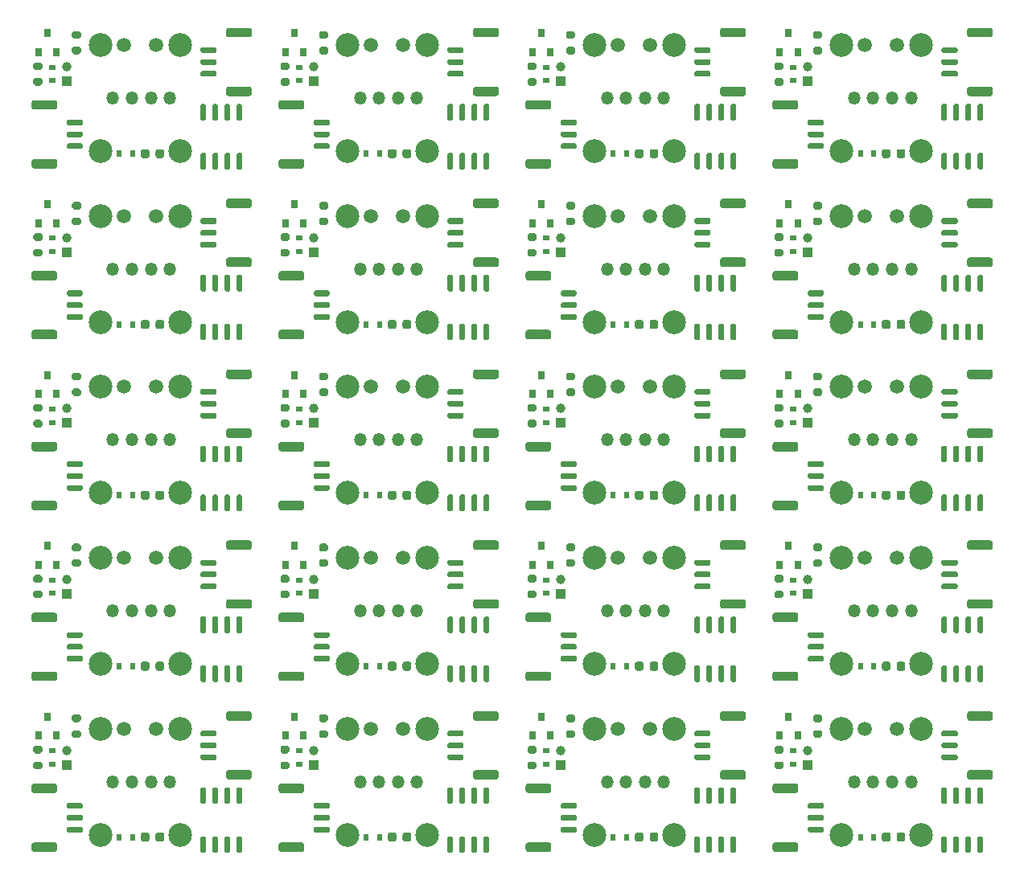
<source format=gts>
G04 #@! TF.GenerationSoftware,KiCad,Pcbnew,(5.1.7)-1*
G04 #@! TF.CreationDate,2021-12-09T14:19:56+08:00*
G04 #@! TF.ProjectId,haptic-cloth-panelized,68617074-6963-42d6-936c-6f74682d7061,rev?*
G04 #@! TF.SameCoordinates,Original*
G04 #@! TF.FileFunction,Soldermask,Top*
G04 #@! TF.FilePolarity,Negative*
%FSLAX46Y46*%
G04 Gerber Fmt 4.6, Leading zero omitted, Abs format (unit mm)*
G04 Created by KiCad (PCBNEW (5.1.7)-1) date 2021-12-09 14:19:56*
%MOMM*%
%LPD*%
G01*
G04 APERTURE LIST*
%ADD10R,0.800000X0.900000*%
%ADD11R,0.700000X0.600000*%
%ADD12R,0.600000X0.700000*%
%ADD13C,1.500000*%
%ADD14C,2.500000*%
%ADD15R,1.000000X1.000000*%
%ADD16C,1.000000*%
%ADD17O,1.350000X1.350000*%
G04 APERTURE END LIST*
D10*
X129144028Y-125158037D03*
X131044028Y-125158037D03*
X130094028Y-123158037D03*
D11*
X130602028Y-126760037D03*
X130602028Y-128160037D03*
D12*
X137649028Y-135842037D03*
X139049028Y-135842037D03*
D13*
X141524028Y-124412037D03*
X138124028Y-124412037D03*
G36*
G01*
X132260028Y-132260037D02*
X133660028Y-132260037D01*
G75*
G02*
X133810028Y-132410037I0J-150000D01*
G01*
X133810028Y-132710037D01*
G75*
G02*
X133660028Y-132860037I-150000J0D01*
G01*
X132260028Y-132860037D01*
G75*
G02*
X132110028Y-132710037I0J150000D01*
G01*
X132110028Y-132410037D01*
G75*
G02*
X132260028Y-132260037I150000J0D01*
G01*
G37*
G36*
G01*
X132260028Y-133510037D02*
X133660028Y-133510037D01*
G75*
G02*
X133810028Y-133660037I0J-150000D01*
G01*
X133810028Y-133960037D01*
G75*
G02*
X133660028Y-134110037I-150000J0D01*
G01*
X132260028Y-134110037D01*
G75*
G02*
X132110028Y-133960037I0J150000D01*
G01*
X132110028Y-133660037D01*
G75*
G02*
X132260028Y-133510037I150000J0D01*
G01*
G37*
G36*
G01*
X132260028Y-134760037D02*
X133660028Y-134760037D01*
G75*
G02*
X133810028Y-134910037I0J-150000D01*
G01*
X133810028Y-135210037D01*
G75*
G02*
X133660028Y-135360037I-150000J0D01*
G01*
X132260028Y-135360037D01*
G75*
G02*
X132110028Y-135210037I0J150000D01*
G01*
X132110028Y-134910037D01*
G75*
G02*
X132260028Y-134760037I150000J0D01*
G01*
G37*
G36*
G01*
X128660028Y-130210037D02*
X130860028Y-130210037D01*
G75*
G02*
X131110028Y-130460037I0J-250000D01*
G01*
X131110028Y-130960037D01*
G75*
G02*
X130860028Y-131210037I-250000J0D01*
G01*
X128660028Y-131210037D01*
G75*
G02*
X128410028Y-130960037I0J250000D01*
G01*
X128410028Y-130460037D01*
G75*
G02*
X128660028Y-130210037I250000J0D01*
G01*
G37*
G36*
G01*
X128660028Y-136410037D02*
X130860028Y-136410037D01*
G75*
G02*
X131110028Y-136660037I0J-250000D01*
G01*
X131110028Y-137160037D01*
G75*
G02*
X130860028Y-137410037I-250000J0D01*
G01*
X128660028Y-137410037D01*
G75*
G02*
X128410028Y-137160037I0J250000D01*
G01*
X128410028Y-136660037D01*
G75*
G02*
X128660028Y-136410037I250000J0D01*
G01*
G37*
G36*
G01*
X147740028Y-127740037D02*
X146340028Y-127740037D01*
G75*
G02*
X146190028Y-127590037I0J150000D01*
G01*
X146190028Y-127290037D01*
G75*
G02*
X146340028Y-127140037I150000J0D01*
G01*
X147740028Y-127140037D01*
G75*
G02*
X147890028Y-127290037I0J-150000D01*
G01*
X147890028Y-127590037D01*
G75*
G02*
X147740028Y-127740037I-150000J0D01*
G01*
G37*
G36*
G01*
X147740028Y-126490037D02*
X146340028Y-126490037D01*
G75*
G02*
X146190028Y-126340037I0J150000D01*
G01*
X146190028Y-126040037D01*
G75*
G02*
X146340028Y-125890037I150000J0D01*
G01*
X147740028Y-125890037D01*
G75*
G02*
X147890028Y-126040037I0J-150000D01*
G01*
X147890028Y-126340037D01*
G75*
G02*
X147740028Y-126490037I-150000J0D01*
G01*
G37*
G36*
G01*
X147740028Y-125240037D02*
X146340028Y-125240037D01*
G75*
G02*
X146190028Y-125090037I0J150000D01*
G01*
X146190028Y-124790037D01*
G75*
G02*
X146340028Y-124640037I150000J0D01*
G01*
X147740028Y-124640037D01*
G75*
G02*
X147890028Y-124790037I0J-150000D01*
G01*
X147890028Y-125090037D01*
G75*
G02*
X147740028Y-125240037I-150000J0D01*
G01*
G37*
G36*
G01*
X151340028Y-129790037D02*
X149140028Y-129790037D01*
G75*
G02*
X148890028Y-129540037I0J250000D01*
G01*
X148890028Y-129040037D01*
G75*
G02*
X149140028Y-128790037I250000J0D01*
G01*
X151340028Y-128790037D01*
G75*
G02*
X151590028Y-129040037I0J-250000D01*
G01*
X151590028Y-129540037D01*
G75*
G02*
X151340028Y-129790037I-250000J0D01*
G01*
G37*
G36*
G01*
X151340028Y-123590037D02*
X149140028Y-123590037D01*
G75*
G02*
X148890028Y-123340037I0J250000D01*
G01*
X148890028Y-122840037D01*
G75*
G02*
X149140028Y-122590037I250000J0D01*
G01*
X151340028Y-122590037D01*
G75*
G02*
X151590028Y-122840037I0J-250000D01*
G01*
X151590028Y-123340037D01*
G75*
G02*
X151340028Y-123590037I-250000J0D01*
G01*
G37*
D14*
X135682028Y-124412037D03*
X135682028Y-135588037D03*
X144064028Y-124412037D03*
X144064028Y-135588037D03*
D15*
X132126028Y-128222037D03*
D16*
X132126028Y-126698037D03*
G36*
G01*
X146627028Y-137514037D02*
X146327028Y-137514037D01*
G75*
G02*
X146177028Y-137364037I0J150000D01*
G01*
X146177028Y-135914037D01*
G75*
G02*
X146327028Y-135764037I150000J0D01*
G01*
X146627028Y-135764037D01*
G75*
G02*
X146777028Y-135914037I0J-150000D01*
G01*
X146777028Y-137364037D01*
G75*
G02*
X146627028Y-137514037I-150000J0D01*
G01*
G37*
G36*
G01*
X147897028Y-137514037D02*
X147597028Y-137514037D01*
G75*
G02*
X147447028Y-137364037I0J150000D01*
G01*
X147447028Y-135914037D01*
G75*
G02*
X147597028Y-135764037I150000J0D01*
G01*
X147897028Y-135764037D01*
G75*
G02*
X148047028Y-135914037I0J-150000D01*
G01*
X148047028Y-137364037D01*
G75*
G02*
X147897028Y-137514037I-150000J0D01*
G01*
G37*
G36*
G01*
X149167028Y-137514037D02*
X148867028Y-137514037D01*
G75*
G02*
X148717028Y-137364037I0J150000D01*
G01*
X148717028Y-135914037D01*
G75*
G02*
X148867028Y-135764037I150000J0D01*
G01*
X149167028Y-135764037D01*
G75*
G02*
X149317028Y-135914037I0J-150000D01*
G01*
X149317028Y-137364037D01*
G75*
G02*
X149167028Y-137514037I-150000J0D01*
G01*
G37*
G36*
G01*
X150437028Y-137514037D02*
X150137028Y-137514037D01*
G75*
G02*
X149987028Y-137364037I0J150000D01*
G01*
X149987028Y-135914037D01*
G75*
G02*
X150137028Y-135764037I150000J0D01*
G01*
X150437028Y-135764037D01*
G75*
G02*
X150587028Y-135914037I0J-150000D01*
G01*
X150587028Y-137364037D01*
G75*
G02*
X150437028Y-137514037I-150000J0D01*
G01*
G37*
G36*
G01*
X150437028Y-132364037D02*
X150137028Y-132364037D01*
G75*
G02*
X149987028Y-132214037I0J150000D01*
G01*
X149987028Y-130764037D01*
G75*
G02*
X150137028Y-130614037I150000J0D01*
G01*
X150437028Y-130614037D01*
G75*
G02*
X150587028Y-130764037I0J-150000D01*
G01*
X150587028Y-132214037D01*
G75*
G02*
X150437028Y-132364037I-150000J0D01*
G01*
G37*
G36*
G01*
X149167028Y-132364037D02*
X148867028Y-132364037D01*
G75*
G02*
X148717028Y-132214037I0J150000D01*
G01*
X148717028Y-130764037D01*
G75*
G02*
X148867028Y-130614037I150000J0D01*
G01*
X149167028Y-130614037D01*
G75*
G02*
X149317028Y-130764037I0J-150000D01*
G01*
X149317028Y-132214037D01*
G75*
G02*
X149167028Y-132364037I-150000J0D01*
G01*
G37*
G36*
G01*
X147897028Y-132364037D02*
X147597028Y-132364037D01*
G75*
G02*
X147447028Y-132214037I0J150000D01*
G01*
X147447028Y-130764037D01*
G75*
G02*
X147597028Y-130614037I150000J0D01*
G01*
X147897028Y-130614037D01*
G75*
G02*
X148047028Y-130764037I0J-150000D01*
G01*
X148047028Y-132214037D01*
G75*
G02*
X147897028Y-132364037I-150000J0D01*
G01*
G37*
G36*
G01*
X146627028Y-132364037D02*
X146327028Y-132364037D01*
G75*
G02*
X146177028Y-132214037I0J150000D01*
G01*
X146177028Y-130764037D01*
G75*
G02*
X146327028Y-130614037I150000J0D01*
G01*
X146627028Y-130614037D01*
G75*
G02*
X146777028Y-130764037I0J-150000D01*
G01*
X146777028Y-132214037D01*
G75*
G02*
X146627028Y-132364037I-150000J0D01*
G01*
G37*
G36*
G01*
X128803028Y-126235037D02*
X129353028Y-126235037D01*
G75*
G02*
X129553028Y-126435037I0J-200000D01*
G01*
X129553028Y-126835037D01*
G75*
G02*
X129353028Y-127035037I-200000J0D01*
G01*
X128803028Y-127035037D01*
G75*
G02*
X128603028Y-126835037I0J200000D01*
G01*
X128603028Y-126435037D01*
G75*
G02*
X128803028Y-126235037I200000J0D01*
G01*
G37*
G36*
G01*
X128803028Y-127885037D02*
X129353028Y-127885037D01*
G75*
G02*
X129553028Y-128085037I0J-200000D01*
G01*
X129553028Y-128485037D01*
G75*
G02*
X129353028Y-128685037I-200000J0D01*
G01*
X128803028Y-128685037D01*
G75*
G02*
X128603028Y-128485037I0J200000D01*
G01*
X128603028Y-128085037D01*
G75*
G02*
X128803028Y-127885037I200000J0D01*
G01*
G37*
G36*
G01*
X142368028Y-135592037D02*
X142368028Y-136092037D01*
G75*
G02*
X142143028Y-136317037I-225000J0D01*
G01*
X141693028Y-136317037D01*
G75*
G02*
X141468028Y-136092037I0J225000D01*
G01*
X141468028Y-135592037D01*
G75*
G02*
X141693028Y-135367037I225000J0D01*
G01*
X142143028Y-135367037D01*
G75*
G02*
X142368028Y-135592037I0J-225000D01*
G01*
G37*
G36*
G01*
X140818028Y-135592037D02*
X140818028Y-136092037D01*
G75*
G02*
X140593028Y-136317037I-225000J0D01*
G01*
X140143028Y-136317037D01*
G75*
G02*
X139918028Y-136092037I0J225000D01*
G01*
X139918028Y-135592037D01*
G75*
G02*
X140143028Y-135367037I225000J0D01*
G01*
X140593028Y-135367037D01*
G75*
G02*
X140818028Y-135592037I0J-225000D01*
G01*
G37*
G36*
G01*
X133417028Y-125383037D02*
X132867028Y-125383037D01*
G75*
G02*
X132667028Y-125183037I0J200000D01*
G01*
X132667028Y-124783037D01*
G75*
G02*
X132867028Y-124583037I200000J0D01*
G01*
X133417028Y-124583037D01*
G75*
G02*
X133617028Y-124783037I0J-200000D01*
G01*
X133617028Y-125183037D01*
G75*
G02*
X133417028Y-125383037I-200000J0D01*
G01*
G37*
G36*
G01*
X133417028Y-123733037D02*
X132867028Y-123733037D01*
G75*
G02*
X132667028Y-123533037I0J200000D01*
G01*
X132667028Y-123133037D01*
G75*
G02*
X132867028Y-122933037I200000J0D01*
G01*
X133417028Y-122933037D01*
G75*
G02*
X133617028Y-123133037I0J-200000D01*
G01*
X133617028Y-123533037D01*
G75*
G02*
X133417028Y-123733037I-200000J0D01*
G01*
G37*
D17*
X136983528Y-130000037D03*
X138983528Y-130000037D03*
X140983528Y-130000037D03*
X142983528Y-130000037D03*
D10*
X103144019Y-125158037D03*
X105044019Y-125158037D03*
X104094019Y-123158037D03*
D11*
X104602019Y-126760037D03*
X104602019Y-128160037D03*
D12*
X111649019Y-135842037D03*
X113049019Y-135842037D03*
D13*
X115524019Y-124412037D03*
X112124019Y-124412037D03*
G36*
G01*
X106260019Y-132260037D02*
X107660019Y-132260037D01*
G75*
G02*
X107810019Y-132410037I0J-150000D01*
G01*
X107810019Y-132710037D01*
G75*
G02*
X107660019Y-132860037I-150000J0D01*
G01*
X106260019Y-132860037D01*
G75*
G02*
X106110019Y-132710037I0J150000D01*
G01*
X106110019Y-132410037D01*
G75*
G02*
X106260019Y-132260037I150000J0D01*
G01*
G37*
G36*
G01*
X106260019Y-133510037D02*
X107660019Y-133510037D01*
G75*
G02*
X107810019Y-133660037I0J-150000D01*
G01*
X107810019Y-133960037D01*
G75*
G02*
X107660019Y-134110037I-150000J0D01*
G01*
X106260019Y-134110037D01*
G75*
G02*
X106110019Y-133960037I0J150000D01*
G01*
X106110019Y-133660037D01*
G75*
G02*
X106260019Y-133510037I150000J0D01*
G01*
G37*
G36*
G01*
X106260019Y-134760037D02*
X107660019Y-134760037D01*
G75*
G02*
X107810019Y-134910037I0J-150000D01*
G01*
X107810019Y-135210037D01*
G75*
G02*
X107660019Y-135360037I-150000J0D01*
G01*
X106260019Y-135360037D01*
G75*
G02*
X106110019Y-135210037I0J150000D01*
G01*
X106110019Y-134910037D01*
G75*
G02*
X106260019Y-134760037I150000J0D01*
G01*
G37*
G36*
G01*
X102660019Y-130210037D02*
X104860019Y-130210037D01*
G75*
G02*
X105110019Y-130460037I0J-250000D01*
G01*
X105110019Y-130960037D01*
G75*
G02*
X104860019Y-131210037I-250000J0D01*
G01*
X102660019Y-131210037D01*
G75*
G02*
X102410019Y-130960037I0J250000D01*
G01*
X102410019Y-130460037D01*
G75*
G02*
X102660019Y-130210037I250000J0D01*
G01*
G37*
G36*
G01*
X102660019Y-136410037D02*
X104860019Y-136410037D01*
G75*
G02*
X105110019Y-136660037I0J-250000D01*
G01*
X105110019Y-137160037D01*
G75*
G02*
X104860019Y-137410037I-250000J0D01*
G01*
X102660019Y-137410037D01*
G75*
G02*
X102410019Y-137160037I0J250000D01*
G01*
X102410019Y-136660037D01*
G75*
G02*
X102660019Y-136410037I250000J0D01*
G01*
G37*
G36*
G01*
X121740019Y-127740037D02*
X120340019Y-127740037D01*
G75*
G02*
X120190019Y-127590037I0J150000D01*
G01*
X120190019Y-127290037D01*
G75*
G02*
X120340019Y-127140037I150000J0D01*
G01*
X121740019Y-127140037D01*
G75*
G02*
X121890019Y-127290037I0J-150000D01*
G01*
X121890019Y-127590037D01*
G75*
G02*
X121740019Y-127740037I-150000J0D01*
G01*
G37*
G36*
G01*
X121740019Y-126490037D02*
X120340019Y-126490037D01*
G75*
G02*
X120190019Y-126340037I0J150000D01*
G01*
X120190019Y-126040037D01*
G75*
G02*
X120340019Y-125890037I150000J0D01*
G01*
X121740019Y-125890037D01*
G75*
G02*
X121890019Y-126040037I0J-150000D01*
G01*
X121890019Y-126340037D01*
G75*
G02*
X121740019Y-126490037I-150000J0D01*
G01*
G37*
G36*
G01*
X121740019Y-125240037D02*
X120340019Y-125240037D01*
G75*
G02*
X120190019Y-125090037I0J150000D01*
G01*
X120190019Y-124790037D01*
G75*
G02*
X120340019Y-124640037I150000J0D01*
G01*
X121740019Y-124640037D01*
G75*
G02*
X121890019Y-124790037I0J-150000D01*
G01*
X121890019Y-125090037D01*
G75*
G02*
X121740019Y-125240037I-150000J0D01*
G01*
G37*
G36*
G01*
X125340019Y-129790037D02*
X123140019Y-129790037D01*
G75*
G02*
X122890019Y-129540037I0J250000D01*
G01*
X122890019Y-129040037D01*
G75*
G02*
X123140019Y-128790037I250000J0D01*
G01*
X125340019Y-128790037D01*
G75*
G02*
X125590019Y-129040037I0J-250000D01*
G01*
X125590019Y-129540037D01*
G75*
G02*
X125340019Y-129790037I-250000J0D01*
G01*
G37*
G36*
G01*
X125340019Y-123590037D02*
X123140019Y-123590037D01*
G75*
G02*
X122890019Y-123340037I0J250000D01*
G01*
X122890019Y-122840037D01*
G75*
G02*
X123140019Y-122590037I250000J0D01*
G01*
X125340019Y-122590037D01*
G75*
G02*
X125590019Y-122840037I0J-250000D01*
G01*
X125590019Y-123340037D01*
G75*
G02*
X125340019Y-123590037I-250000J0D01*
G01*
G37*
D14*
X109682019Y-124412037D03*
X109682019Y-135588037D03*
X118064019Y-124412037D03*
X118064019Y-135588037D03*
D15*
X106126019Y-128222037D03*
D16*
X106126019Y-126698037D03*
G36*
G01*
X120627019Y-137514037D02*
X120327019Y-137514037D01*
G75*
G02*
X120177019Y-137364037I0J150000D01*
G01*
X120177019Y-135914037D01*
G75*
G02*
X120327019Y-135764037I150000J0D01*
G01*
X120627019Y-135764037D01*
G75*
G02*
X120777019Y-135914037I0J-150000D01*
G01*
X120777019Y-137364037D01*
G75*
G02*
X120627019Y-137514037I-150000J0D01*
G01*
G37*
G36*
G01*
X121897019Y-137514037D02*
X121597019Y-137514037D01*
G75*
G02*
X121447019Y-137364037I0J150000D01*
G01*
X121447019Y-135914037D01*
G75*
G02*
X121597019Y-135764037I150000J0D01*
G01*
X121897019Y-135764037D01*
G75*
G02*
X122047019Y-135914037I0J-150000D01*
G01*
X122047019Y-137364037D01*
G75*
G02*
X121897019Y-137514037I-150000J0D01*
G01*
G37*
G36*
G01*
X123167019Y-137514037D02*
X122867019Y-137514037D01*
G75*
G02*
X122717019Y-137364037I0J150000D01*
G01*
X122717019Y-135914037D01*
G75*
G02*
X122867019Y-135764037I150000J0D01*
G01*
X123167019Y-135764037D01*
G75*
G02*
X123317019Y-135914037I0J-150000D01*
G01*
X123317019Y-137364037D01*
G75*
G02*
X123167019Y-137514037I-150000J0D01*
G01*
G37*
G36*
G01*
X124437019Y-137514037D02*
X124137019Y-137514037D01*
G75*
G02*
X123987019Y-137364037I0J150000D01*
G01*
X123987019Y-135914037D01*
G75*
G02*
X124137019Y-135764037I150000J0D01*
G01*
X124437019Y-135764037D01*
G75*
G02*
X124587019Y-135914037I0J-150000D01*
G01*
X124587019Y-137364037D01*
G75*
G02*
X124437019Y-137514037I-150000J0D01*
G01*
G37*
G36*
G01*
X124437019Y-132364037D02*
X124137019Y-132364037D01*
G75*
G02*
X123987019Y-132214037I0J150000D01*
G01*
X123987019Y-130764037D01*
G75*
G02*
X124137019Y-130614037I150000J0D01*
G01*
X124437019Y-130614037D01*
G75*
G02*
X124587019Y-130764037I0J-150000D01*
G01*
X124587019Y-132214037D01*
G75*
G02*
X124437019Y-132364037I-150000J0D01*
G01*
G37*
G36*
G01*
X123167019Y-132364037D02*
X122867019Y-132364037D01*
G75*
G02*
X122717019Y-132214037I0J150000D01*
G01*
X122717019Y-130764037D01*
G75*
G02*
X122867019Y-130614037I150000J0D01*
G01*
X123167019Y-130614037D01*
G75*
G02*
X123317019Y-130764037I0J-150000D01*
G01*
X123317019Y-132214037D01*
G75*
G02*
X123167019Y-132364037I-150000J0D01*
G01*
G37*
G36*
G01*
X121897019Y-132364037D02*
X121597019Y-132364037D01*
G75*
G02*
X121447019Y-132214037I0J150000D01*
G01*
X121447019Y-130764037D01*
G75*
G02*
X121597019Y-130614037I150000J0D01*
G01*
X121897019Y-130614037D01*
G75*
G02*
X122047019Y-130764037I0J-150000D01*
G01*
X122047019Y-132214037D01*
G75*
G02*
X121897019Y-132364037I-150000J0D01*
G01*
G37*
G36*
G01*
X120627019Y-132364037D02*
X120327019Y-132364037D01*
G75*
G02*
X120177019Y-132214037I0J150000D01*
G01*
X120177019Y-130764037D01*
G75*
G02*
X120327019Y-130614037I150000J0D01*
G01*
X120627019Y-130614037D01*
G75*
G02*
X120777019Y-130764037I0J-150000D01*
G01*
X120777019Y-132214037D01*
G75*
G02*
X120627019Y-132364037I-150000J0D01*
G01*
G37*
G36*
G01*
X102803019Y-126235037D02*
X103353019Y-126235037D01*
G75*
G02*
X103553019Y-126435037I0J-200000D01*
G01*
X103553019Y-126835037D01*
G75*
G02*
X103353019Y-127035037I-200000J0D01*
G01*
X102803019Y-127035037D01*
G75*
G02*
X102603019Y-126835037I0J200000D01*
G01*
X102603019Y-126435037D01*
G75*
G02*
X102803019Y-126235037I200000J0D01*
G01*
G37*
G36*
G01*
X102803019Y-127885037D02*
X103353019Y-127885037D01*
G75*
G02*
X103553019Y-128085037I0J-200000D01*
G01*
X103553019Y-128485037D01*
G75*
G02*
X103353019Y-128685037I-200000J0D01*
G01*
X102803019Y-128685037D01*
G75*
G02*
X102603019Y-128485037I0J200000D01*
G01*
X102603019Y-128085037D01*
G75*
G02*
X102803019Y-127885037I200000J0D01*
G01*
G37*
G36*
G01*
X116368019Y-135592037D02*
X116368019Y-136092037D01*
G75*
G02*
X116143019Y-136317037I-225000J0D01*
G01*
X115693019Y-136317037D01*
G75*
G02*
X115468019Y-136092037I0J225000D01*
G01*
X115468019Y-135592037D01*
G75*
G02*
X115693019Y-135367037I225000J0D01*
G01*
X116143019Y-135367037D01*
G75*
G02*
X116368019Y-135592037I0J-225000D01*
G01*
G37*
G36*
G01*
X114818019Y-135592037D02*
X114818019Y-136092037D01*
G75*
G02*
X114593019Y-136317037I-225000J0D01*
G01*
X114143019Y-136317037D01*
G75*
G02*
X113918019Y-136092037I0J225000D01*
G01*
X113918019Y-135592037D01*
G75*
G02*
X114143019Y-135367037I225000J0D01*
G01*
X114593019Y-135367037D01*
G75*
G02*
X114818019Y-135592037I0J-225000D01*
G01*
G37*
G36*
G01*
X107417019Y-125383037D02*
X106867019Y-125383037D01*
G75*
G02*
X106667019Y-125183037I0J200000D01*
G01*
X106667019Y-124783037D01*
G75*
G02*
X106867019Y-124583037I200000J0D01*
G01*
X107417019Y-124583037D01*
G75*
G02*
X107617019Y-124783037I0J-200000D01*
G01*
X107617019Y-125183037D01*
G75*
G02*
X107417019Y-125383037I-200000J0D01*
G01*
G37*
G36*
G01*
X107417019Y-123733037D02*
X106867019Y-123733037D01*
G75*
G02*
X106667019Y-123533037I0J200000D01*
G01*
X106667019Y-123133037D01*
G75*
G02*
X106867019Y-122933037I200000J0D01*
G01*
X107417019Y-122933037D01*
G75*
G02*
X107617019Y-123133037I0J-200000D01*
G01*
X107617019Y-123533037D01*
G75*
G02*
X107417019Y-123733037I-200000J0D01*
G01*
G37*
D17*
X110983519Y-130000037D03*
X112983519Y-130000037D03*
X114983519Y-130000037D03*
X116983519Y-130000037D03*
D10*
X77144010Y-125158037D03*
X79044010Y-125158037D03*
X78094010Y-123158037D03*
D11*
X78602010Y-126760037D03*
X78602010Y-128160037D03*
D12*
X85649010Y-135842037D03*
X87049010Y-135842037D03*
D13*
X89524010Y-124412037D03*
X86124010Y-124412037D03*
G36*
G01*
X80260010Y-132260037D02*
X81660010Y-132260037D01*
G75*
G02*
X81810010Y-132410037I0J-150000D01*
G01*
X81810010Y-132710037D01*
G75*
G02*
X81660010Y-132860037I-150000J0D01*
G01*
X80260010Y-132860037D01*
G75*
G02*
X80110010Y-132710037I0J150000D01*
G01*
X80110010Y-132410037D01*
G75*
G02*
X80260010Y-132260037I150000J0D01*
G01*
G37*
G36*
G01*
X80260010Y-133510037D02*
X81660010Y-133510037D01*
G75*
G02*
X81810010Y-133660037I0J-150000D01*
G01*
X81810010Y-133960037D01*
G75*
G02*
X81660010Y-134110037I-150000J0D01*
G01*
X80260010Y-134110037D01*
G75*
G02*
X80110010Y-133960037I0J150000D01*
G01*
X80110010Y-133660037D01*
G75*
G02*
X80260010Y-133510037I150000J0D01*
G01*
G37*
G36*
G01*
X80260010Y-134760037D02*
X81660010Y-134760037D01*
G75*
G02*
X81810010Y-134910037I0J-150000D01*
G01*
X81810010Y-135210037D01*
G75*
G02*
X81660010Y-135360037I-150000J0D01*
G01*
X80260010Y-135360037D01*
G75*
G02*
X80110010Y-135210037I0J150000D01*
G01*
X80110010Y-134910037D01*
G75*
G02*
X80260010Y-134760037I150000J0D01*
G01*
G37*
G36*
G01*
X76660010Y-130210037D02*
X78860010Y-130210037D01*
G75*
G02*
X79110010Y-130460037I0J-250000D01*
G01*
X79110010Y-130960037D01*
G75*
G02*
X78860010Y-131210037I-250000J0D01*
G01*
X76660010Y-131210037D01*
G75*
G02*
X76410010Y-130960037I0J250000D01*
G01*
X76410010Y-130460037D01*
G75*
G02*
X76660010Y-130210037I250000J0D01*
G01*
G37*
G36*
G01*
X76660010Y-136410037D02*
X78860010Y-136410037D01*
G75*
G02*
X79110010Y-136660037I0J-250000D01*
G01*
X79110010Y-137160037D01*
G75*
G02*
X78860010Y-137410037I-250000J0D01*
G01*
X76660010Y-137410037D01*
G75*
G02*
X76410010Y-137160037I0J250000D01*
G01*
X76410010Y-136660037D01*
G75*
G02*
X76660010Y-136410037I250000J0D01*
G01*
G37*
G36*
G01*
X95740010Y-127740037D02*
X94340010Y-127740037D01*
G75*
G02*
X94190010Y-127590037I0J150000D01*
G01*
X94190010Y-127290037D01*
G75*
G02*
X94340010Y-127140037I150000J0D01*
G01*
X95740010Y-127140037D01*
G75*
G02*
X95890010Y-127290037I0J-150000D01*
G01*
X95890010Y-127590037D01*
G75*
G02*
X95740010Y-127740037I-150000J0D01*
G01*
G37*
G36*
G01*
X95740010Y-126490037D02*
X94340010Y-126490037D01*
G75*
G02*
X94190010Y-126340037I0J150000D01*
G01*
X94190010Y-126040037D01*
G75*
G02*
X94340010Y-125890037I150000J0D01*
G01*
X95740010Y-125890037D01*
G75*
G02*
X95890010Y-126040037I0J-150000D01*
G01*
X95890010Y-126340037D01*
G75*
G02*
X95740010Y-126490037I-150000J0D01*
G01*
G37*
G36*
G01*
X95740010Y-125240037D02*
X94340010Y-125240037D01*
G75*
G02*
X94190010Y-125090037I0J150000D01*
G01*
X94190010Y-124790037D01*
G75*
G02*
X94340010Y-124640037I150000J0D01*
G01*
X95740010Y-124640037D01*
G75*
G02*
X95890010Y-124790037I0J-150000D01*
G01*
X95890010Y-125090037D01*
G75*
G02*
X95740010Y-125240037I-150000J0D01*
G01*
G37*
G36*
G01*
X99340010Y-129790037D02*
X97140010Y-129790037D01*
G75*
G02*
X96890010Y-129540037I0J250000D01*
G01*
X96890010Y-129040037D01*
G75*
G02*
X97140010Y-128790037I250000J0D01*
G01*
X99340010Y-128790037D01*
G75*
G02*
X99590010Y-129040037I0J-250000D01*
G01*
X99590010Y-129540037D01*
G75*
G02*
X99340010Y-129790037I-250000J0D01*
G01*
G37*
G36*
G01*
X99340010Y-123590037D02*
X97140010Y-123590037D01*
G75*
G02*
X96890010Y-123340037I0J250000D01*
G01*
X96890010Y-122840037D01*
G75*
G02*
X97140010Y-122590037I250000J0D01*
G01*
X99340010Y-122590037D01*
G75*
G02*
X99590010Y-122840037I0J-250000D01*
G01*
X99590010Y-123340037D01*
G75*
G02*
X99340010Y-123590037I-250000J0D01*
G01*
G37*
D14*
X83682010Y-124412037D03*
X83682010Y-135588037D03*
X92064010Y-124412037D03*
X92064010Y-135588037D03*
D15*
X80126010Y-128222037D03*
D16*
X80126010Y-126698037D03*
G36*
G01*
X94627010Y-137514037D02*
X94327010Y-137514037D01*
G75*
G02*
X94177010Y-137364037I0J150000D01*
G01*
X94177010Y-135914037D01*
G75*
G02*
X94327010Y-135764037I150000J0D01*
G01*
X94627010Y-135764037D01*
G75*
G02*
X94777010Y-135914037I0J-150000D01*
G01*
X94777010Y-137364037D01*
G75*
G02*
X94627010Y-137514037I-150000J0D01*
G01*
G37*
G36*
G01*
X95897010Y-137514037D02*
X95597010Y-137514037D01*
G75*
G02*
X95447010Y-137364037I0J150000D01*
G01*
X95447010Y-135914037D01*
G75*
G02*
X95597010Y-135764037I150000J0D01*
G01*
X95897010Y-135764037D01*
G75*
G02*
X96047010Y-135914037I0J-150000D01*
G01*
X96047010Y-137364037D01*
G75*
G02*
X95897010Y-137514037I-150000J0D01*
G01*
G37*
G36*
G01*
X97167010Y-137514037D02*
X96867010Y-137514037D01*
G75*
G02*
X96717010Y-137364037I0J150000D01*
G01*
X96717010Y-135914037D01*
G75*
G02*
X96867010Y-135764037I150000J0D01*
G01*
X97167010Y-135764037D01*
G75*
G02*
X97317010Y-135914037I0J-150000D01*
G01*
X97317010Y-137364037D01*
G75*
G02*
X97167010Y-137514037I-150000J0D01*
G01*
G37*
G36*
G01*
X98437010Y-137514037D02*
X98137010Y-137514037D01*
G75*
G02*
X97987010Y-137364037I0J150000D01*
G01*
X97987010Y-135914037D01*
G75*
G02*
X98137010Y-135764037I150000J0D01*
G01*
X98437010Y-135764037D01*
G75*
G02*
X98587010Y-135914037I0J-150000D01*
G01*
X98587010Y-137364037D01*
G75*
G02*
X98437010Y-137514037I-150000J0D01*
G01*
G37*
G36*
G01*
X98437010Y-132364037D02*
X98137010Y-132364037D01*
G75*
G02*
X97987010Y-132214037I0J150000D01*
G01*
X97987010Y-130764037D01*
G75*
G02*
X98137010Y-130614037I150000J0D01*
G01*
X98437010Y-130614037D01*
G75*
G02*
X98587010Y-130764037I0J-150000D01*
G01*
X98587010Y-132214037D01*
G75*
G02*
X98437010Y-132364037I-150000J0D01*
G01*
G37*
G36*
G01*
X97167010Y-132364037D02*
X96867010Y-132364037D01*
G75*
G02*
X96717010Y-132214037I0J150000D01*
G01*
X96717010Y-130764037D01*
G75*
G02*
X96867010Y-130614037I150000J0D01*
G01*
X97167010Y-130614037D01*
G75*
G02*
X97317010Y-130764037I0J-150000D01*
G01*
X97317010Y-132214037D01*
G75*
G02*
X97167010Y-132364037I-150000J0D01*
G01*
G37*
G36*
G01*
X95897010Y-132364037D02*
X95597010Y-132364037D01*
G75*
G02*
X95447010Y-132214037I0J150000D01*
G01*
X95447010Y-130764037D01*
G75*
G02*
X95597010Y-130614037I150000J0D01*
G01*
X95897010Y-130614037D01*
G75*
G02*
X96047010Y-130764037I0J-150000D01*
G01*
X96047010Y-132214037D01*
G75*
G02*
X95897010Y-132364037I-150000J0D01*
G01*
G37*
G36*
G01*
X94627010Y-132364037D02*
X94327010Y-132364037D01*
G75*
G02*
X94177010Y-132214037I0J150000D01*
G01*
X94177010Y-130764037D01*
G75*
G02*
X94327010Y-130614037I150000J0D01*
G01*
X94627010Y-130614037D01*
G75*
G02*
X94777010Y-130764037I0J-150000D01*
G01*
X94777010Y-132214037D01*
G75*
G02*
X94627010Y-132364037I-150000J0D01*
G01*
G37*
G36*
G01*
X76803010Y-126235037D02*
X77353010Y-126235037D01*
G75*
G02*
X77553010Y-126435037I0J-200000D01*
G01*
X77553010Y-126835037D01*
G75*
G02*
X77353010Y-127035037I-200000J0D01*
G01*
X76803010Y-127035037D01*
G75*
G02*
X76603010Y-126835037I0J200000D01*
G01*
X76603010Y-126435037D01*
G75*
G02*
X76803010Y-126235037I200000J0D01*
G01*
G37*
G36*
G01*
X76803010Y-127885037D02*
X77353010Y-127885037D01*
G75*
G02*
X77553010Y-128085037I0J-200000D01*
G01*
X77553010Y-128485037D01*
G75*
G02*
X77353010Y-128685037I-200000J0D01*
G01*
X76803010Y-128685037D01*
G75*
G02*
X76603010Y-128485037I0J200000D01*
G01*
X76603010Y-128085037D01*
G75*
G02*
X76803010Y-127885037I200000J0D01*
G01*
G37*
G36*
G01*
X90368010Y-135592037D02*
X90368010Y-136092037D01*
G75*
G02*
X90143010Y-136317037I-225000J0D01*
G01*
X89693010Y-136317037D01*
G75*
G02*
X89468010Y-136092037I0J225000D01*
G01*
X89468010Y-135592037D01*
G75*
G02*
X89693010Y-135367037I225000J0D01*
G01*
X90143010Y-135367037D01*
G75*
G02*
X90368010Y-135592037I0J-225000D01*
G01*
G37*
G36*
G01*
X88818010Y-135592037D02*
X88818010Y-136092037D01*
G75*
G02*
X88593010Y-136317037I-225000J0D01*
G01*
X88143010Y-136317037D01*
G75*
G02*
X87918010Y-136092037I0J225000D01*
G01*
X87918010Y-135592037D01*
G75*
G02*
X88143010Y-135367037I225000J0D01*
G01*
X88593010Y-135367037D01*
G75*
G02*
X88818010Y-135592037I0J-225000D01*
G01*
G37*
G36*
G01*
X81417010Y-125383037D02*
X80867010Y-125383037D01*
G75*
G02*
X80667010Y-125183037I0J200000D01*
G01*
X80667010Y-124783037D01*
G75*
G02*
X80867010Y-124583037I200000J0D01*
G01*
X81417010Y-124583037D01*
G75*
G02*
X81617010Y-124783037I0J-200000D01*
G01*
X81617010Y-125183037D01*
G75*
G02*
X81417010Y-125383037I-200000J0D01*
G01*
G37*
G36*
G01*
X81417010Y-123733037D02*
X80867010Y-123733037D01*
G75*
G02*
X80667010Y-123533037I0J200000D01*
G01*
X80667010Y-123133037D01*
G75*
G02*
X80867010Y-122933037I200000J0D01*
G01*
X81417010Y-122933037D01*
G75*
G02*
X81617010Y-123133037I0J-200000D01*
G01*
X81617010Y-123533037D01*
G75*
G02*
X81417010Y-123733037I-200000J0D01*
G01*
G37*
D17*
X84983510Y-130000037D03*
X86983510Y-130000037D03*
X88983510Y-130000037D03*
X90983510Y-130000037D03*
D10*
X51144001Y-125158037D03*
X53044001Y-125158037D03*
X52094001Y-123158037D03*
D11*
X52602001Y-126760037D03*
X52602001Y-128160037D03*
D12*
X59649001Y-135842037D03*
X61049001Y-135842037D03*
D13*
X63524001Y-124412037D03*
X60124001Y-124412037D03*
G36*
G01*
X54260001Y-132260037D02*
X55660001Y-132260037D01*
G75*
G02*
X55810001Y-132410037I0J-150000D01*
G01*
X55810001Y-132710037D01*
G75*
G02*
X55660001Y-132860037I-150000J0D01*
G01*
X54260001Y-132860037D01*
G75*
G02*
X54110001Y-132710037I0J150000D01*
G01*
X54110001Y-132410037D01*
G75*
G02*
X54260001Y-132260037I150000J0D01*
G01*
G37*
G36*
G01*
X54260001Y-133510037D02*
X55660001Y-133510037D01*
G75*
G02*
X55810001Y-133660037I0J-150000D01*
G01*
X55810001Y-133960037D01*
G75*
G02*
X55660001Y-134110037I-150000J0D01*
G01*
X54260001Y-134110037D01*
G75*
G02*
X54110001Y-133960037I0J150000D01*
G01*
X54110001Y-133660037D01*
G75*
G02*
X54260001Y-133510037I150000J0D01*
G01*
G37*
G36*
G01*
X54260001Y-134760037D02*
X55660001Y-134760037D01*
G75*
G02*
X55810001Y-134910037I0J-150000D01*
G01*
X55810001Y-135210037D01*
G75*
G02*
X55660001Y-135360037I-150000J0D01*
G01*
X54260001Y-135360037D01*
G75*
G02*
X54110001Y-135210037I0J150000D01*
G01*
X54110001Y-134910037D01*
G75*
G02*
X54260001Y-134760037I150000J0D01*
G01*
G37*
G36*
G01*
X50660001Y-130210037D02*
X52860001Y-130210037D01*
G75*
G02*
X53110001Y-130460037I0J-250000D01*
G01*
X53110001Y-130960037D01*
G75*
G02*
X52860001Y-131210037I-250000J0D01*
G01*
X50660001Y-131210037D01*
G75*
G02*
X50410001Y-130960037I0J250000D01*
G01*
X50410001Y-130460037D01*
G75*
G02*
X50660001Y-130210037I250000J0D01*
G01*
G37*
G36*
G01*
X50660001Y-136410037D02*
X52860001Y-136410037D01*
G75*
G02*
X53110001Y-136660037I0J-250000D01*
G01*
X53110001Y-137160037D01*
G75*
G02*
X52860001Y-137410037I-250000J0D01*
G01*
X50660001Y-137410037D01*
G75*
G02*
X50410001Y-137160037I0J250000D01*
G01*
X50410001Y-136660037D01*
G75*
G02*
X50660001Y-136410037I250000J0D01*
G01*
G37*
G36*
G01*
X69740001Y-127740037D02*
X68340001Y-127740037D01*
G75*
G02*
X68190001Y-127590037I0J150000D01*
G01*
X68190001Y-127290037D01*
G75*
G02*
X68340001Y-127140037I150000J0D01*
G01*
X69740001Y-127140037D01*
G75*
G02*
X69890001Y-127290037I0J-150000D01*
G01*
X69890001Y-127590037D01*
G75*
G02*
X69740001Y-127740037I-150000J0D01*
G01*
G37*
G36*
G01*
X69740001Y-126490037D02*
X68340001Y-126490037D01*
G75*
G02*
X68190001Y-126340037I0J150000D01*
G01*
X68190001Y-126040037D01*
G75*
G02*
X68340001Y-125890037I150000J0D01*
G01*
X69740001Y-125890037D01*
G75*
G02*
X69890001Y-126040037I0J-150000D01*
G01*
X69890001Y-126340037D01*
G75*
G02*
X69740001Y-126490037I-150000J0D01*
G01*
G37*
G36*
G01*
X69740001Y-125240037D02*
X68340001Y-125240037D01*
G75*
G02*
X68190001Y-125090037I0J150000D01*
G01*
X68190001Y-124790037D01*
G75*
G02*
X68340001Y-124640037I150000J0D01*
G01*
X69740001Y-124640037D01*
G75*
G02*
X69890001Y-124790037I0J-150000D01*
G01*
X69890001Y-125090037D01*
G75*
G02*
X69740001Y-125240037I-150000J0D01*
G01*
G37*
G36*
G01*
X73340001Y-129790037D02*
X71140001Y-129790037D01*
G75*
G02*
X70890001Y-129540037I0J250000D01*
G01*
X70890001Y-129040037D01*
G75*
G02*
X71140001Y-128790037I250000J0D01*
G01*
X73340001Y-128790037D01*
G75*
G02*
X73590001Y-129040037I0J-250000D01*
G01*
X73590001Y-129540037D01*
G75*
G02*
X73340001Y-129790037I-250000J0D01*
G01*
G37*
G36*
G01*
X73340001Y-123590037D02*
X71140001Y-123590037D01*
G75*
G02*
X70890001Y-123340037I0J250000D01*
G01*
X70890001Y-122840037D01*
G75*
G02*
X71140001Y-122590037I250000J0D01*
G01*
X73340001Y-122590037D01*
G75*
G02*
X73590001Y-122840037I0J-250000D01*
G01*
X73590001Y-123340037D01*
G75*
G02*
X73340001Y-123590037I-250000J0D01*
G01*
G37*
D14*
X57682001Y-124412037D03*
X57682001Y-135588037D03*
X66064001Y-124412037D03*
X66064001Y-135588037D03*
D15*
X54126001Y-128222037D03*
D16*
X54126001Y-126698037D03*
G36*
G01*
X68627001Y-137514037D02*
X68327001Y-137514037D01*
G75*
G02*
X68177001Y-137364037I0J150000D01*
G01*
X68177001Y-135914037D01*
G75*
G02*
X68327001Y-135764037I150000J0D01*
G01*
X68627001Y-135764037D01*
G75*
G02*
X68777001Y-135914037I0J-150000D01*
G01*
X68777001Y-137364037D01*
G75*
G02*
X68627001Y-137514037I-150000J0D01*
G01*
G37*
G36*
G01*
X69897001Y-137514037D02*
X69597001Y-137514037D01*
G75*
G02*
X69447001Y-137364037I0J150000D01*
G01*
X69447001Y-135914037D01*
G75*
G02*
X69597001Y-135764037I150000J0D01*
G01*
X69897001Y-135764037D01*
G75*
G02*
X70047001Y-135914037I0J-150000D01*
G01*
X70047001Y-137364037D01*
G75*
G02*
X69897001Y-137514037I-150000J0D01*
G01*
G37*
G36*
G01*
X71167001Y-137514037D02*
X70867001Y-137514037D01*
G75*
G02*
X70717001Y-137364037I0J150000D01*
G01*
X70717001Y-135914037D01*
G75*
G02*
X70867001Y-135764037I150000J0D01*
G01*
X71167001Y-135764037D01*
G75*
G02*
X71317001Y-135914037I0J-150000D01*
G01*
X71317001Y-137364037D01*
G75*
G02*
X71167001Y-137514037I-150000J0D01*
G01*
G37*
G36*
G01*
X72437001Y-137514037D02*
X72137001Y-137514037D01*
G75*
G02*
X71987001Y-137364037I0J150000D01*
G01*
X71987001Y-135914037D01*
G75*
G02*
X72137001Y-135764037I150000J0D01*
G01*
X72437001Y-135764037D01*
G75*
G02*
X72587001Y-135914037I0J-150000D01*
G01*
X72587001Y-137364037D01*
G75*
G02*
X72437001Y-137514037I-150000J0D01*
G01*
G37*
G36*
G01*
X72437001Y-132364037D02*
X72137001Y-132364037D01*
G75*
G02*
X71987001Y-132214037I0J150000D01*
G01*
X71987001Y-130764037D01*
G75*
G02*
X72137001Y-130614037I150000J0D01*
G01*
X72437001Y-130614037D01*
G75*
G02*
X72587001Y-130764037I0J-150000D01*
G01*
X72587001Y-132214037D01*
G75*
G02*
X72437001Y-132364037I-150000J0D01*
G01*
G37*
G36*
G01*
X71167001Y-132364037D02*
X70867001Y-132364037D01*
G75*
G02*
X70717001Y-132214037I0J150000D01*
G01*
X70717001Y-130764037D01*
G75*
G02*
X70867001Y-130614037I150000J0D01*
G01*
X71167001Y-130614037D01*
G75*
G02*
X71317001Y-130764037I0J-150000D01*
G01*
X71317001Y-132214037D01*
G75*
G02*
X71167001Y-132364037I-150000J0D01*
G01*
G37*
G36*
G01*
X69897001Y-132364037D02*
X69597001Y-132364037D01*
G75*
G02*
X69447001Y-132214037I0J150000D01*
G01*
X69447001Y-130764037D01*
G75*
G02*
X69597001Y-130614037I150000J0D01*
G01*
X69897001Y-130614037D01*
G75*
G02*
X70047001Y-130764037I0J-150000D01*
G01*
X70047001Y-132214037D01*
G75*
G02*
X69897001Y-132364037I-150000J0D01*
G01*
G37*
G36*
G01*
X68627001Y-132364037D02*
X68327001Y-132364037D01*
G75*
G02*
X68177001Y-132214037I0J150000D01*
G01*
X68177001Y-130764037D01*
G75*
G02*
X68327001Y-130614037I150000J0D01*
G01*
X68627001Y-130614037D01*
G75*
G02*
X68777001Y-130764037I0J-150000D01*
G01*
X68777001Y-132214037D01*
G75*
G02*
X68627001Y-132364037I-150000J0D01*
G01*
G37*
G36*
G01*
X50803001Y-126235037D02*
X51353001Y-126235037D01*
G75*
G02*
X51553001Y-126435037I0J-200000D01*
G01*
X51553001Y-126835037D01*
G75*
G02*
X51353001Y-127035037I-200000J0D01*
G01*
X50803001Y-127035037D01*
G75*
G02*
X50603001Y-126835037I0J200000D01*
G01*
X50603001Y-126435037D01*
G75*
G02*
X50803001Y-126235037I200000J0D01*
G01*
G37*
G36*
G01*
X50803001Y-127885037D02*
X51353001Y-127885037D01*
G75*
G02*
X51553001Y-128085037I0J-200000D01*
G01*
X51553001Y-128485037D01*
G75*
G02*
X51353001Y-128685037I-200000J0D01*
G01*
X50803001Y-128685037D01*
G75*
G02*
X50603001Y-128485037I0J200000D01*
G01*
X50603001Y-128085037D01*
G75*
G02*
X50803001Y-127885037I200000J0D01*
G01*
G37*
G36*
G01*
X64368001Y-135592037D02*
X64368001Y-136092037D01*
G75*
G02*
X64143001Y-136317037I-225000J0D01*
G01*
X63693001Y-136317037D01*
G75*
G02*
X63468001Y-136092037I0J225000D01*
G01*
X63468001Y-135592037D01*
G75*
G02*
X63693001Y-135367037I225000J0D01*
G01*
X64143001Y-135367037D01*
G75*
G02*
X64368001Y-135592037I0J-225000D01*
G01*
G37*
G36*
G01*
X62818001Y-135592037D02*
X62818001Y-136092037D01*
G75*
G02*
X62593001Y-136317037I-225000J0D01*
G01*
X62143001Y-136317037D01*
G75*
G02*
X61918001Y-136092037I0J225000D01*
G01*
X61918001Y-135592037D01*
G75*
G02*
X62143001Y-135367037I225000J0D01*
G01*
X62593001Y-135367037D01*
G75*
G02*
X62818001Y-135592037I0J-225000D01*
G01*
G37*
G36*
G01*
X55417001Y-125383037D02*
X54867001Y-125383037D01*
G75*
G02*
X54667001Y-125183037I0J200000D01*
G01*
X54667001Y-124783037D01*
G75*
G02*
X54867001Y-124583037I200000J0D01*
G01*
X55417001Y-124583037D01*
G75*
G02*
X55617001Y-124783037I0J-200000D01*
G01*
X55617001Y-125183037D01*
G75*
G02*
X55417001Y-125383037I-200000J0D01*
G01*
G37*
G36*
G01*
X55417001Y-123733037D02*
X54867001Y-123733037D01*
G75*
G02*
X54667001Y-123533037I0J200000D01*
G01*
X54667001Y-123133037D01*
G75*
G02*
X54867001Y-122933037I200000J0D01*
G01*
X55417001Y-122933037D01*
G75*
G02*
X55617001Y-123133037I0J-200000D01*
G01*
X55617001Y-123533037D01*
G75*
G02*
X55417001Y-123733037I-200000J0D01*
G01*
G37*
D17*
X58983501Y-130000037D03*
X60983501Y-130000037D03*
X62983501Y-130000037D03*
X64983501Y-130000037D03*
D10*
X129144028Y-107158028D03*
X131044028Y-107158028D03*
X130094028Y-105158028D03*
D11*
X130602028Y-108760028D03*
X130602028Y-110160028D03*
D12*
X137649028Y-117842028D03*
X139049028Y-117842028D03*
D13*
X141524028Y-106412028D03*
X138124028Y-106412028D03*
G36*
G01*
X132260028Y-114260028D02*
X133660028Y-114260028D01*
G75*
G02*
X133810028Y-114410028I0J-150000D01*
G01*
X133810028Y-114710028D01*
G75*
G02*
X133660028Y-114860028I-150000J0D01*
G01*
X132260028Y-114860028D01*
G75*
G02*
X132110028Y-114710028I0J150000D01*
G01*
X132110028Y-114410028D01*
G75*
G02*
X132260028Y-114260028I150000J0D01*
G01*
G37*
G36*
G01*
X132260028Y-115510028D02*
X133660028Y-115510028D01*
G75*
G02*
X133810028Y-115660028I0J-150000D01*
G01*
X133810028Y-115960028D01*
G75*
G02*
X133660028Y-116110028I-150000J0D01*
G01*
X132260028Y-116110028D01*
G75*
G02*
X132110028Y-115960028I0J150000D01*
G01*
X132110028Y-115660028D01*
G75*
G02*
X132260028Y-115510028I150000J0D01*
G01*
G37*
G36*
G01*
X132260028Y-116760028D02*
X133660028Y-116760028D01*
G75*
G02*
X133810028Y-116910028I0J-150000D01*
G01*
X133810028Y-117210028D01*
G75*
G02*
X133660028Y-117360028I-150000J0D01*
G01*
X132260028Y-117360028D01*
G75*
G02*
X132110028Y-117210028I0J150000D01*
G01*
X132110028Y-116910028D01*
G75*
G02*
X132260028Y-116760028I150000J0D01*
G01*
G37*
G36*
G01*
X128660028Y-112210028D02*
X130860028Y-112210028D01*
G75*
G02*
X131110028Y-112460028I0J-250000D01*
G01*
X131110028Y-112960028D01*
G75*
G02*
X130860028Y-113210028I-250000J0D01*
G01*
X128660028Y-113210028D01*
G75*
G02*
X128410028Y-112960028I0J250000D01*
G01*
X128410028Y-112460028D01*
G75*
G02*
X128660028Y-112210028I250000J0D01*
G01*
G37*
G36*
G01*
X128660028Y-118410028D02*
X130860028Y-118410028D01*
G75*
G02*
X131110028Y-118660028I0J-250000D01*
G01*
X131110028Y-119160028D01*
G75*
G02*
X130860028Y-119410028I-250000J0D01*
G01*
X128660028Y-119410028D01*
G75*
G02*
X128410028Y-119160028I0J250000D01*
G01*
X128410028Y-118660028D01*
G75*
G02*
X128660028Y-118410028I250000J0D01*
G01*
G37*
G36*
G01*
X147740028Y-109740028D02*
X146340028Y-109740028D01*
G75*
G02*
X146190028Y-109590028I0J150000D01*
G01*
X146190028Y-109290028D01*
G75*
G02*
X146340028Y-109140028I150000J0D01*
G01*
X147740028Y-109140028D01*
G75*
G02*
X147890028Y-109290028I0J-150000D01*
G01*
X147890028Y-109590028D01*
G75*
G02*
X147740028Y-109740028I-150000J0D01*
G01*
G37*
G36*
G01*
X147740028Y-108490028D02*
X146340028Y-108490028D01*
G75*
G02*
X146190028Y-108340028I0J150000D01*
G01*
X146190028Y-108040028D01*
G75*
G02*
X146340028Y-107890028I150000J0D01*
G01*
X147740028Y-107890028D01*
G75*
G02*
X147890028Y-108040028I0J-150000D01*
G01*
X147890028Y-108340028D01*
G75*
G02*
X147740028Y-108490028I-150000J0D01*
G01*
G37*
G36*
G01*
X147740028Y-107240028D02*
X146340028Y-107240028D01*
G75*
G02*
X146190028Y-107090028I0J150000D01*
G01*
X146190028Y-106790028D01*
G75*
G02*
X146340028Y-106640028I150000J0D01*
G01*
X147740028Y-106640028D01*
G75*
G02*
X147890028Y-106790028I0J-150000D01*
G01*
X147890028Y-107090028D01*
G75*
G02*
X147740028Y-107240028I-150000J0D01*
G01*
G37*
G36*
G01*
X151340028Y-111790028D02*
X149140028Y-111790028D01*
G75*
G02*
X148890028Y-111540028I0J250000D01*
G01*
X148890028Y-111040028D01*
G75*
G02*
X149140028Y-110790028I250000J0D01*
G01*
X151340028Y-110790028D01*
G75*
G02*
X151590028Y-111040028I0J-250000D01*
G01*
X151590028Y-111540028D01*
G75*
G02*
X151340028Y-111790028I-250000J0D01*
G01*
G37*
G36*
G01*
X151340028Y-105590028D02*
X149140028Y-105590028D01*
G75*
G02*
X148890028Y-105340028I0J250000D01*
G01*
X148890028Y-104840028D01*
G75*
G02*
X149140028Y-104590028I250000J0D01*
G01*
X151340028Y-104590028D01*
G75*
G02*
X151590028Y-104840028I0J-250000D01*
G01*
X151590028Y-105340028D01*
G75*
G02*
X151340028Y-105590028I-250000J0D01*
G01*
G37*
D14*
X135682028Y-106412028D03*
X135682028Y-117588028D03*
X144064028Y-106412028D03*
X144064028Y-117588028D03*
D15*
X132126028Y-110222028D03*
D16*
X132126028Y-108698028D03*
G36*
G01*
X146627028Y-119514028D02*
X146327028Y-119514028D01*
G75*
G02*
X146177028Y-119364028I0J150000D01*
G01*
X146177028Y-117914028D01*
G75*
G02*
X146327028Y-117764028I150000J0D01*
G01*
X146627028Y-117764028D01*
G75*
G02*
X146777028Y-117914028I0J-150000D01*
G01*
X146777028Y-119364028D01*
G75*
G02*
X146627028Y-119514028I-150000J0D01*
G01*
G37*
G36*
G01*
X147897028Y-119514028D02*
X147597028Y-119514028D01*
G75*
G02*
X147447028Y-119364028I0J150000D01*
G01*
X147447028Y-117914028D01*
G75*
G02*
X147597028Y-117764028I150000J0D01*
G01*
X147897028Y-117764028D01*
G75*
G02*
X148047028Y-117914028I0J-150000D01*
G01*
X148047028Y-119364028D01*
G75*
G02*
X147897028Y-119514028I-150000J0D01*
G01*
G37*
G36*
G01*
X149167028Y-119514028D02*
X148867028Y-119514028D01*
G75*
G02*
X148717028Y-119364028I0J150000D01*
G01*
X148717028Y-117914028D01*
G75*
G02*
X148867028Y-117764028I150000J0D01*
G01*
X149167028Y-117764028D01*
G75*
G02*
X149317028Y-117914028I0J-150000D01*
G01*
X149317028Y-119364028D01*
G75*
G02*
X149167028Y-119514028I-150000J0D01*
G01*
G37*
G36*
G01*
X150437028Y-119514028D02*
X150137028Y-119514028D01*
G75*
G02*
X149987028Y-119364028I0J150000D01*
G01*
X149987028Y-117914028D01*
G75*
G02*
X150137028Y-117764028I150000J0D01*
G01*
X150437028Y-117764028D01*
G75*
G02*
X150587028Y-117914028I0J-150000D01*
G01*
X150587028Y-119364028D01*
G75*
G02*
X150437028Y-119514028I-150000J0D01*
G01*
G37*
G36*
G01*
X150437028Y-114364028D02*
X150137028Y-114364028D01*
G75*
G02*
X149987028Y-114214028I0J150000D01*
G01*
X149987028Y-112764028D01*
G75*
G02*
X150137028Y-112614028I150000J0D01*
G01*
X150437028Y-112614028D01*
G75*
G02*
X150587028Y-112764028I0J-150000D01*
G01*
X150587028Y-114214028D01*
G75*
G02*
X150437028Y-114364028I-150000J0D01*
G01*
G37*
G36*
G01*
X149167028Y-114364028D02*
X148867028Y-114364028D01*
G75*
G02*
X148717028Y-114214028I0J150000D01*
G01*
X148717028Y-112764028D01*
G75*
G02*
X148867028Y-112614028I150000J0D01*
G01*
X149167028Y-112614028D01*
G75*
G02*
X149317028Y-112764028I0J-150000D01*
G01*
X149317028Y-114214028D01*
G75*
G02*
X149167028Y-114364028I-150000J0D01*
G01*
G37*
G36*
G01*
X147897028Y-114364028D02*
X147597028Y-114364028D01*
G75*
G02*
X147447028Y-114214028I0J150000D01*
G01*
X147447028Y-112764028D01*
G75*
G02*
X147597028Y-112614028I150000J0D01*
G01*
X147897028Y-112614028D01*
G75*
G02*
X148047028Y-112764028I0J-150000D01*
G01*
X148047028Y-114214028D01*
G75*
G02*
X147897028Y-114364028I-150000J0D01*
G01*
G37*
G36*
G01*
X146627028Y-114364028D02*
X146327028Y-114364028D01*
G75*
G02*
X146177028Y-114214028I0J150000D01*
G01*
X146177028Y-112764028D01*
G75*
G02*
X146327028Y-112614028I150000J0D01*
G01*
X146627028Y-112614028D01*
G75*
G02*
X146777028Y-112764028I0J-150000D01*
G01*
X146777028Y-114214028D01*
G75*
G02*
X146627028Y-114364028I-150000J0D01*
G01*
G37*
G36*
G01*
X128803028Y-108235028D02*
X129353028Y-108235028D01*
G75*
G02*
X129553028Y-108435028I0J-200000D01*
G01*
X129553028Y-108835028D01*
G75*
G02*
X129353028Y-109035028I-200000J0D01*
G01*
X128803028Y-109035028D01*
G75*
G02*
X128603028Y-108835028I0J200000D01*
G01*
X128603028Y-108435028D01*
G75*
G02*
X128803028Y-108235028I200000J0D01*
G01*
G37*
G36*
G01*
X128803028Y-109885028D02*
X129353028Y-109885028D01*
G75*
G02*
X129553028Y-110085028I0J-200000D01*
G01*
X129553028Y-110485028D01*
G75*
G02*
X129353028Y-110685028I-200000J0D01*
G01*
X128803028Y-110685028D01*
G75*
G02*
X128603028Y-110485028I0J200000D01*
G01*
X128603028Y-110085028D01*
G75*
G02*
X128803028Y-109885028I200000J0D01*
G01*
G37*
G36*
G01*
X142368028Y-117592028D02*
X142368028Y-118092028D01*
G75*
G02*
X142143028Y-118317028I-225000J0D01*
G01*
X141693028Y-118317028D01*
G75*
G02*
X141468028Y-118092028I0J225000D01*
G01*
X141468028Y-117592028D01*
G75*
G02*
X141693028Y-117367028I225000J0D01*
G01*
X142143028Y-117367028D01*
G75*
G02*
X142368028Y-117592028I0J-225000D01*
G01*
G37*
G36*
G01*
X140818028Y-117592028D02*
X140818028Y-118092028D01*
G75*
G02*
X140593028Y-118317028I-225000J0D01*
G01*
X140143028Y-118317028D01*
G75*
G02*
X139918028Y-118092028I0J225000D01*
G01*
X139918028Y-117592028D01*
G75*
G02*
X140143028Y-117367028I225000J0D01*
G01*
X140593028Y-117367028D01*
G75*
G02*
X140818028Y-117592028I0J-225000D01*
G01*
G37*
G36*
G01*
X133417028Y-107383028D02*
X132867028Y-107383028D01*
G75*
G02*
X132667028Y-107183028I0J200000D01*
G01*
X132667028Y-106783028D01*
G75*
G02*
X132867028Y-106583028I200000J0D01*
G01*
X133417028Y-106583028D01*
G75*
G02*
X133617028Y-106783028I0J-200000D01*
G01*
X133617028Y-107183028D01*
G75*
G02*
X133417028Y-107383028I-200000J0D01*
G01*
G37*
G36*
G01*
X133417028Y-105733028D02*
X132867028Y-105733028D01*
G75*
G02*
X132667028Y-105533028I0J200000D01*
G01*
X132667028Y-105133028D01*
G75*
G02*
X132867028Y-104933028I200000J0D01*
G01*
X133417028Y-104933028D01*
G75*
G02*
X133617028Y-105133028I0J-200000D01*
G01*
X133617028Y-105533028D01*
G75*
G02*
X133417028Y-105733028I-200000J0D01*
G01*
G37*
D17*
X136983528Y-112000028D03*
X138983528Y-112000028D03*
X140983528Y-112000028D03*
X142983528Y-112000028D03*
D10*
X103144019Y-107158028D03*
X105044019Y-107158028D03*
X104094019Y-105158028D03*
D11*
X104602019Y-108760028D03*
X104602019Y-110160028D03*
D12*
X111649019Y-117842028D03*
X113049019Y-117842028D03*
D13*
X115524019Y-106412028D03*
X112124019Y-106412028D03*
G36*
G01*
X106260019Y-114260028D02*
X107660019Y-114260028D01*
G75*
G02*
X107810019Y-114410028I0J-150000D01*
G01*
X107810019Y-114710028D01*
G75*
G02*
X107660019Y-114860028I-150000J0D01*
G01*
X106260019Y-114860028D01*
G75*
G02*
X106110019Y-114710028I0J150000D01*
G01*
X106110019Y-114410028D01*
G75*
G02*
X106260019Y-114260028I150000J0D01*
G01*
G37*
G36*
G01*
X106260019Y-115510028D02*
X107660019Y-115510028D01*
G75*
G02*
X107810019Y-115660028I0J-150000D01*
G01*
X107810019Y-115960028D01*
G75*
G02*
X107660019Y-116110028I-150000J0D01*
G01*
X106260019Y-116110028D01*
G75*
G02*
X106110019Y-115960028I0J150000D01*
G01*
X106110019Y-115660028D01*
G75*
G02*
X106260019Y-115510028I150000J0D01*
G01*
G37*
G36*
G01*
X106260019Y-116760028D02*
X107660019Y-116760028D01*
G75*
G02*
X107810019Y-116910028I0J-150000D01*
G01*
X107810019Y-117210028D01*
G75*
G02*
X107660019Y-117360028I-150000J0D01*
G01*
X106260019Y-117360028D01*
G75*
G02*
X106110019Y-117210028I0J150000D01*
G01*
X106110019Y-116910028D01*
G75*
G02*
X106260019Y-116760028I150000J0D01*
G01*
G37*
G36*
G01*
X102660019Y-112210028D02*
X104860019Y-112210028D01*
G75*
G02*
X105110019Y-112460028I0J-250000D01*
G01*
X105110019Y-112960028D01*
G75*
G02*
X104860019Y-113210028I-250000J0D01*
G01*
X102660019Y-113210028D01*
G75*
G02*
X102410019Y-112960028I0J250000D01*
G01*
X102410019Y-112460028D01*
G75*
G02*
X102660019Y-112210028I250000J0D01*
G01*
G37*
G36*
G01*
X102660019Y-118410028D02*
X104860019Y-118410028D01*
G75*
G02*
X105110019Y-118660028I0J-250000D01*
G01*
X105110019Y-119160028D01*
G75*
G02*
X104860019Y-119410028I-250000J0D01*
G01*
X102660019Y-119410028D01*
G75*
G02*
X102410019Y-119160028I0J250000D01*
G01*
X102410019Y-118660028D01*
G75*
G02*
X102660019Y-118410028I250000J0D01*
G01*
G37*
G36*
G01*
X121740019Y-109740028D02*
X120340019Y-109740028D01*
G75*
G02*
X120190019Y-109590028I0J150000D01*
G01*
X120190019Y-109290028D01*
G75*
G02*
X120340019Y-109140028I150000J0D01*
G01*
X121740019Y-109140028D01*
G75*
G02*
X121890019Y-109290028I0J-150000D01*
G01*
X121890019Y-109590028D01*
G75*
G02*
X121740019Y-109740028I-150000J0D01*
G01*
G37*
G36*
G01*
X121740019Y-108490028D02*
X120340019Y-108490028D01*
G75*
G02*
X120190019Y-108340028I0J150000D01*
G01*
X120190019Y-108040028D01*
G75*
G02*
X120340019Y-107890028I150000J0D01*
G01*
X121740019Y-107890028D01*
G75*
G02*
X121890019Y-108040028I0J-150000D01*
G01*
X121890019Y-108340028D01*
G75*
G02*
X121740019Y-108490028I-150000J0D01*
G01*
G37*
G36*
G01*
X121740019Y-107240028D02*
X120340019Y-107240028D01*
G75*
G02*
X120190019Y-107090028I0J150000D01*
G01*
X120190019Y-106790028D01*
G75*
G02*
X120340019Y-106640028I150000J0D01*
G01*
X121740019Y-106640028D01*
G75*
G02*
X121890019Y-106790028I0J-150000D01*
G01*
X121890019Y-107090028D01*
G75*
G02*
X121740019Y-107240028I-150000J0D01*
G01*
G37*
G36*
G01*
X125340019Y-111790028D02*
X123140019Y-111790028D01*
G75*
G02*
X122890019Y-111540028I0J250000D01*
G01*
X122890019Y-111040028D01*
G75*
G02*
X123140019Y-110790028I250000J0D01*
G01*
X125340019Y-110790028D01*
G75*
G02*
X125590019Y-111040028I0J-250000D01*
G01*
X125590019Y-111540028D01*
G75*
G02*
X125340019Y-111790028I-250000J0D01*
G01*
G37*
G36*
G01*
X125340019Y-105590028D02*
X123140019Y-105590028D01*
G75*
G02*
X122890019Y-105340028I0J250000D01*
G01*
X122890019Y-104840028D01*
G75*
G02*
X123140019Y-104590028I250000J0D01*
G01*
X125340019Y-104590028D01*
G75*
G02*
X125590019Y-104840028I0J-250000D01*
G01*
X125590019Y-105340028D01*
G75*
G02*
X125340019Y-105590028I-250000J0D01*
G01*
G37*
D14*
X109682019Y-106412028D03*
X109682019Y-117588028D03*
X118064019Y-106412028D03*
X118064019Y-117588028D03*
D15*
X106126019Y-110222028D03*
D16*
X106126019Y-108698028D03*
G36*
G01*
X120627019Y-119514028D02*
X120327019Y-119514028D01*
G75*
G02*
X120177019Y-119364028I0J150000D01*
G01*
X120177019Y-117914028D01*
G75*
G02*
X120327019Y-117764028I150000J0D01*
G01*
X120627019Y-117764028D01*
G75*
G02*
X120777019Y-117914028I0J-150000D01*
G01*
X120777019Y-119364028D01*
G75*
G02*
X120627019Y-119514028I-150000J0D01*
G01*
G37*
G36*
G01*
X121897019Y-119514028D02*
X121597019Y-119514028D01*
G75*
G02*
X121447019Y-119364028I0J150000D01*
G01*
X121447019Y-117914028D01*
G75*
G02*
X121597019Y-117764028I150000J0D01*
G01*
X121897019Y-117764028D01*
G75*
G02*
X122047019Y-117914028I0J-150000D01*
G01*
X122047019Y-119364028D01*
G75*
G02*
X121897019Y-119514028I-150000J0D01*
G01*
G37*
G36*
G01*
X123167019Y-119514028D02*
X122867019Y-119514028D01*
G75*
G02*
X122717019Y-119364028I0J150000D01*
G01*
X122717019Y-117914028D01*
G75*
G02*
X122867019Y-117764028I150000J0D01*
G01*
X123167019Y-117764028D01*
G75*
G02*
X123317019Y-117914028I0J-150000D01*
G01*
X123317019Y-119364028D01*
G75*
G02*
X123167019Y-119514028I-150000J0D01*
G01*
G37*
G36*
G01*
X124437019Y-119514028D02*
X124137019Y-119514028D01*
G75*
G02*
X123987019Y-119364028I0J150000D01*
G01*
X123987019Y-117914028D01*
G75*
G02*
X124137019Y-117764028I150000J0D01*
G01*
X124437019Y-117764028D01*
G75*
G02*
X124587019Y-117914028I0J-150000D01*
G01*
X124587019Y-119364028D01*
G75*
G02*
X124437019Y-119514028I-150000J0D01*
G01*
G37*
G36*
G01*
X124437019Y-114364028D02*
X124137019Y-114364028D01*
G75*
G02*
X123987019Y-114214028I0J150000D01*
G01*
X123987019Y-112764028D01*
G75*
G02*
X124137019Y-112614028I150000J0D01*
G01*
X124437019Y-112614028D01*
G75*
G02*
X124587019Y-112764028I0J-150000D01*
G01*
X124587019Y-114214028D01*
G75*
G02*
X124437019Y-114364028I-150000J0D01*
G01*
G37*
G36*
G01*
X123167019Y-114364028D02*
X122867019Y-114364028D01*
G75*
G02*
X122717019Y-114214028I0J150000D01*
G01*
X122717019Y-112764028D01*
G75*
G02*
X122867019Y-112614028I150000J0D01*
G01*
X123167019Y-112614028D01*
G75*
G02*
X123317019Y-112764028I0J-150000D01*
G01*
X123317019Y-114214028D01*
G75*
G02*
X123167019Y-114364028I-150000J0D01*
G01*
G37*
G36*
G01*
X121897019Y-114364028D02*
X121597019Y-114364028D01*
G75*
G02*
X121447019Y-114214028I0J150000D01*
G01*
X121447019Y-112764028D01*
G75*
G02*
X121597019Y-112614028I150000J0D01*
G01*
X121897019Y-112614028D01*
G75*
G02*
X122047019Y-112764028I0J-150000D01*
G01*
X122047019Y-114214028D01*
G75*
G02*
X121897019Y-114364028I-150000J0D01*
G01*
G37*
G36*
G01*
X120627019Y-114364028D02*
X120327019Y-114364028D01*
G75*
G02*
X120177019Y-114214028I0J150000D01*
G01*
X120177019Y-112764028D01*
G75*
G02*
X120327019Y-112614028I150000J0D01*
G01*
X120627019Y-112614028D01*
G75*
G02*
X120777019Y-112764028I0J-150000D01*
G01*
X120777019Y-114214028D01*
G75*
G02*
X120627019Y-114364028I-150000J0D01*
G01*
G37*
G36*
G01*
X102803019Y-108235028D02*
X103353019Y-108235028D01*
G75*
G02*
X103553019Y-108435028I0J-200000D01*
G01*
X103553019Y-108835028D01*
G75*
G02*
X103353019Y-109035028I-200000J0D01*
G01*
X102803019Y-109035028D01*
G75*
G02*
X102603019Y-108835028I0J200000D01*
G01*
X102603019Y-108435028D01*
G75*
G02*
X102803019Y-108235028I200000J0D01*
G01*
G37*
G36*
G01*
X102803019Y-109885028D02*
X103353019Y-109885028D01*
G75*
G02*
X103553019Y-110085028I0J-200000D01*
G01*
X103553019Y-110485028D01*
G75*
G02*
X103353019Y-110685028I-200000J0D01*
G01*
X102803019Y-110685028D01*
G75*
G02*
X102603019Y-110485028I0J200000D01*
G01*
X102603019Y-110085028D01*
G75*
G02*
X102803019Y-109885028I200000J0D01*
G01*
G37*
G36*
G01*
X116368019Y-117592028D02*
X116368019Y-118092028D01*
G75*
G02*
X116143019Y-118317028I-225000J0D01*
G01*
X115693019Y-118317028D01*
G75*
G02*
X115468019Y-118092028I0J225000D01*
G01*
X115468019Y-117592028D01*
G75*
G02*
X115693019Y-117367028I225000J0D01*
G01*
X116143019Y-117367028D01*
G75*
G02*
X116368019Y-117592028I0J-225000D01*
G01*
G37*
G36*
G01*
X114818019Y-117592028D02*
X114818019Y-118092028D01*
G75*
G02*
X114593019Y-118317028I-225000J0D01*
G01*
X114143019Y-118317028D01*
G75*
G02*
X113918019Y-118092028I0J225000D01*
G01*
X113918019Y-117592028D01*
G75*
G02*
X114143019Y-117367028I225000J0D01*
G01*
X114593019Y-117367028D01*
G75*
G02*
X114818019Y-117592028I0J-225000D01*
G01*
G37*
G36*
G01*
X107417019Y-107383028D02*
X106867019Y-107383028D01*
G75*
G02*
X106667019Y-107183028I0J200000D01*
G01*
X106667019Y-106783028D01*
G75*
G02*
X106867019Y-106583028I200000J0D01*
G01*
X107417019Y-106583028D01*
G75*
G02*
X107617019Y-106783028I0J-200000D01*
G01*
X107617019Y-107183028D01*
G75*
G02*
X107417019Y-107383028I-200000J0D01*
G01*
G37*
G36*
G01*
X107417019Y-105733028D02*
X106867019Y-105733028D01*
G75*
G02*
X106667019Y-105533028I0J200000D01*
G01*
X106667019Y-105133028D01*
G75*
G02*
X106867019Y-104933028I200000J0D01*
G01*
X107417019Y-104933028D01*
G75*
G02*
X107617019Y-105133028I0J-200000D01*
G01*
X107617019Y-105533028D01*
G75*
G02*
X107417019Y-105733028I-200000J0D01*
G01*
G37*
D17*
X110983519Y-112000028D03*
X112983519Y-112000028D03*
X114983519Y-112000028D03*
X116983519Y-112000028D03*
D10*
X77144010Y-107158028D03*
X79044010Y-107158028D03*
X78094010Y-105158028D03*
D11*
X78602010Y-108760028D03*
X78602010Y-110160028D03*
D12*
X85649010Y-117842028D03*
X87049010Y-117842028D03*
D13*
X89524010Y-106412028D03*
X86124010Y-106412028D03*
G36*
G01*
X80260010Y-114260028D02*
X81660010Y-114260028D01*
G75*
G02*
X81810010Y-114410028I0J-150000D01*
G01*
X81810010Y-114710028D01*
G75*
G02*
X81660010Y-114860028I-150000J0D01*
G01*
X80260010Y-114860028D01*
G75*
G02*
X80110010Y-114710028I0J150000D01*
G01*
X80110010Y-114410028D01*
G75*
G02*
X80260010Y-114260028I150000J0D01*
G01*
G37*
G36*
G01*
X80260010Y-115510028D02*
X81660010Y-115510028D01*
G75*
G02*
X81810010Y-115660028I0J-150000D01*
G01*
X81810010Y-115960028D01*
G75*
G02*
X81660010Y-116110028I-150000J0D01*
G01*
X80260010Y-116110028D01*
G75*
G02*
X80110010Y-115960028I0J150000D01*
G01*
X80110010Y-115660028D01*
G75*
G02*
X80260010Y-115510028I150000J0D01*
G01*
G37*
G36*
G01*
X80260010Y-116760028D02*
X81660010Y-116760028D01*
G75*
G02*
X81810010Y-116910028I0J-150000D01*
G01*
X81810010Y-117210028D01*
G75*
G02*
X81660010Y-117360028I-150000J0D01*
G01*
X80260010Y-117360028D01*
G75*
G02*
X80110010Y-117210028I0J150000D01*
G01*
X80110010Y-116910028D01*
G75*
G02*
X80260010Y-116760028I150000J0D01*
G01*
G37*
G36*
G01*
X76660010Y-112210028D02*
X78860010Y-112210028D01*
G75*
G02*
X79110010Y-112460028I0J-250000D01*
G01*
X79110010Y-112960028D01*
G75*
G02*
X78860010Y-113210028I-250000J0D01*
G01*
X76660010Y-113210028D01*
G75*
G02*
X76410010Y-112960028I0J250000D01*
G01*
X76410010Y-112460028D01*
G75*
G02*
X76660010Y-112210028I250000J0D01*
G01*
G37*
G36*
G01*
X76660010Y-118410028D02*
X78860010Y-118410028D01*
G75*
G02*
X79110010Y-118660028I0J-250000D01*
G01*
X79110010Y-119160028D01*
G75*
G02*
X78860010Y-119410028I-250000J0D01*
G01*
X76660010Y-119410028D01*
G75*
G02*
X76410010Y-119160028I0J250000D01*
G01*
X76410010Y-118660028D01*
G75*
G02*
X76660010Y-118410028I250000J0D01*
G01*
G37*
G36*
G01*
X95740010Y-109740028D02*
X94340010Y-109740028D01*
G75*
G02*
X94190010Y-109590028I0J150000D01*
G01*
X94190010Y-109290028D01*
G75*
G02*
X94340010Y-109140028I150000J0D01*
G01*
X95740010Y-109140028D01*
G75*
G02*
X95890010Y-109290028I0J-150000D01*
G01*
X95890010Y-109590028D01*
G75*
G02*
X95740010Y-109740028I-150000J0D01*
G01*
G37*
G36*
G01*
X95740010Y-108490028D02*
X94340010Y-108490028D01*
G75*
G02*
X94190010Y-108340028I0J150000D01*
G01*
X94190010Y-108040028D01*
G75*
G02*
X94340010Y-107890028I150000J0D01*
G01*
X95740010Y-107890028D01*
G75*
G02*
X95890010Y-108040028I0J-150000D01*
G01*
X95890010Y-108340028D01*
G75*
G02*
X95740010Y-108490028I-150000J0D01*
G01*
G37*
G36*
G01*
X95740010Y-107240028D02*
X94340010Y-107240028D01*
G75*
G02*
X94190010Y-107090028I0J150000D01*
G01*
X94190010Y-106790028D01*
G75*
G02*
X94340010Y-106640028I150000J0D01*
G01*
X95740010Y-106640028D01*
G75*
G02*
X95890010Y-106790028I0J-150000D01*
G01*
X95890010Y-107090028D01*
G75*
G02*
X95740010Y-107240028I-150000J0D01*
G01*
G37*
G36*
G01*
X99340010Y-111790028D02*
X97140010Y-111790028D01*
G75*
G02*
X96890010Y-111540028I0J250000D01*
G01*
X96890010Y-111040028D01*
G75*
G02*
X97140010Y-110790028I250000J0D01*
G01*
X99340010Y-110790028D01*
G75*
G02*
X99590010Y-111040028I0J-250000D01*
G01*
X99590010Y-111540028D01*
G75*
G02*
X99340010Y-111790028I-250000J0D01*
G01*
G37*
G36*
G01*
X99340010Y-105590028D02*
X97140010Y-105590028D01*
G75*
G02*
X96890010Y-105340028I0J250000D01*
G01*
X96890010Y-104840028D01*
G75*
G02*
X97140010Y-104590028I250000J0D01*
G01*
X99340010Y-104590028D01*
G75*
G02*
X99590010Y-104840028I0J-250000D01*
G01*
X99590010Y-105340028D01*
G75*
G02*
X99340010Y-105590028I-250000J0D01*
G01*
G37*
D14*
X83682010Y-106412028D03*
X83682010Y-117588028D03*
X92064010Y-106412028D03*
X92064010Y-117588028D03*
D15*
X80126010Y-110222028D03*
D16*
X80126010Y-108698028D03*
G36*
G01*
X94627010Y-119514028D02*
X94327010Y-119514028D01*
G75*
G02*
X94177010Y-119364028I0J150000D01*
G01*
X94177010Y-117914028D01*
G75*
G02*
X94327010Y-117764028I150000J0D01*
G01*
X94627010Y-117764028D01*
G75*
G02*
X94777010Y-117914028I0J-150000D01*
G01*
X94777010Y-119364028D01*
G75*
G02*
X94627010Y-119514028I-150000J0D01*
G01*
G37*
G36*
G01*
X95897010Y-119514028D02*
X95597010Y-119514028D01*
G75*
G02*
X95447010Y-119364028I0J150000D01*
G01*
X95447010Y-117914028D01*
G75*
G02*
X95597010Y-117764028I150000J0D01*
G01*
X95897010Y-117764028D01*
G75*
G02*
X96047010Y-117914028I0J-150000D01*
G01*
X96047010Y-119364028D01*
G75*
G02*
X95897010Y-119514028I-150000J0D01*
G01*
G37*
G36*
G01*
X97167010Y-119514028D02*
X96867010Y-119514028D01*
G75*
G02*
X96717010Y-119364028I0J150000D01*
G01*
X96717010Y-117914028D01*
G75*
G02*
X96867010Y-117764028I150000J0D01*
G01*
X97167010Y-117764028D01*
G75*
G02*
X97317010Y-117914028I0J-150000D01*
G01*
X97317010Y-119364028D01*
G75*
G02*
X97167010Y-119514028I-150000J0D01*
G01*
G37*
G36*
G01*
X98437010Y-119514028D02*
X98137010Y-119514028D01*
G75*
G02*
X97987010Y-119364028I0J150000D01*
G01*
X97987010Y-117914028D01*
G75*
G02*
X98137010Y-117764028I150000J0D01*
G01*
X98437010Y-117764028D01*
G75*
G02*
X98587010Y-117914028I0J-150000D01*
G01*
X98587010Y-119364028D01*
G75*
G02*
X98437010Y-119514028I-150000J0D01*
G01*
G37*
G36*
G01*
X98437010Y-114364028D02*
X98137010Y-114364028D01*
G75*
G02*
X97987010Y-114214028I0J150000D01*
G01*
X97987010Y-112764028D01*
G75*
G02*
X98137010Y-112614028I150000J0D01*
G01*
X98437010Y-112614028D01*
G75*
G02*
X98587010Y-112764028I0J-150000D01*
G01*
X98587010Y-114214028D01*
G75*
G02*
X98437010Y-114364028I-150000J0D01*
G01*
G37*
G36*
G01*
X97167010Y-114364028D02*
X96867010Y-114364028D01*
G75*
G02*
X96717010Y-114214028I0J150000D01*
G01*
X96717010Y-112764028D01*
G75*
G02*
X96867010Y-112614028I150000J0D01*
G01*
X97167010Y-112614028D01*
G75*
G02*
X97317010Y-112764028I0J-150000D01*
G01*
X97317010Y-114214028D01*
G75*
G02*
X97167010Y-114364028I-150000J0D01*
G01*
G37*
G36*
G01*
X95897010Y-114364028D02*
X95597010Y-114364028D01*
G75*
G02*
X95447010Y-114214028I0J150000D01*
G01*
X95447010Y-112764028D01*
G75*
G02*
X95597010Y-112614028I150000J0D01*
G01*
X95897010Y-112614028D01*
G75*
G02*
X96047010Y-112764028I0J-150000D01*
G01*
X96047010Y-114214028D01*
G75*
G02*
X95897010Y-114364028I-150000J0D01*
G01*
G37*
G36*
G01*
X94627010Y-114364028D02*
X94327010Y-114364028D01*
G75*
G02*
X94177010Y-114214028I0J150000D01*
G01*
X94177010Y-112764028D01*
G75*
G02*
X94327010Y-112614028I150000J0D01*
G01*
X94627010Y-112614028D01*
G75*
G02*
X94777010Y-112764028I0J-150000D01*
G01*
X94777010Y-114214028D01*
G75*
G02*
X94627010Y-114364028I-150000J0D01*
G01*
G37*
G36*
G01*
X76803010Y-108235028D02*
X77353010Y-108235028D01*
G75*
G02*
X77553010Y-108435028I0J-200000D01*
G01*
X77553010Y-108835028D01*
G75*
G02*
X77353010Y-109035028I-200000J0D01*
G01*
X76803010Y-109035028D01*
G75*
G02*
X76603010Y-108835028I0J200000D01*
G01*
X76603010Y-108435028D01*
G75*
G02*
X76803010Y-108235028I200000J0D01*
G01*
G37*
G36*
G01*
X76803010Y-109885028D02*
X77353010Y-109885028D01*
G75*
G02*
X77553010Y-110085028I0J-200000D01*
G01*
X77553010Y-110485028D01*
G75*
G02*
X77353010Y-110685028I-200000J0D01*
G01*
X76803010Y-110685028D01*
G75*
G02*
X76603010Y-110485028I0J200000D01*
G01*
X76603010Y-110085028D01*
G75*
G02*
X76803010Y-109885028I200000J0D01*
G01*
G37*
G36*
G01*
X90368010Y-117592028D02*
X90368010Y-118092028D01*
G75*
G02*
X90143010Y-118317028I-225000J0D01*
G01*
X89693010Y-118317028D01*
G75*
G02*
X89468010Y-118092028I0J225000D01*
G01*
X89468010Y-117592028D01*
G75*
G02*
X89693010Y-117367028I225000J0D01*
G01*
X90143010Y-117367028D01*
G75*
G02*
X90368010Y-117592028I0J-225000D01*
G01*
G37*
G36*
G01*
X88818010Y-117592028D02*
X88818010Y-118092028D01*
G75*
G02*
X88593010Y-118317028I-225000J0D01*
G01*
X88143010Y-118317028D01*
G75*
G02*
X87918010Y-118092028I0J225000D01*
G01*
X87918010Y-117592028D01*
G75*
G02*
X88143010Y-117367028I225000J0D01*
G01*
X88593010Y-117367028D01*
G75*
G02*
X88818010Y-117592028I0J-225000D01*
G01*
G37*
G36*
G01*
X81417010Y-107383028D02*
X80867010Y-107383028D01*
G75*
G02*
X80667010Y-107183028I0J200000D01*
G01*
X80667010Y-106783028D01*
G75*
G02*
X80867010Y-106583028I200000J0D01*
G01*
X81417010Y-106583028D01*
G75*
G02*
X81617010Y-106783028I0J-200000D01*
G01*
X81617010Y-107183028D01*
G75*
G02*
X81417010Y-107383028I-200000J0D01*
G01*
G37*
G36*
G01*
X81417010Y-105733028D02*
X80867010Y-105733028D01*
G75*
G02*
X80667010Y-105533028I0J200000D01*
G01*
X80667010Y-105133028D01*
G75*
G02*
X80867010Y-104933028I200000J0D01*
G01*
X81417010Y-104933028D01*
G75*
G02*
X81617010Y-105133028I0J-200000D01*
G01*
X81617010Y-105533028D01*
G75*
G02*
X81417010Y-105733028I-200000J0D01*
G01*
G37*
D17*
X84983510Y-112000028D03*
X86983510Y-112000028D03*
X88983510Y-112000028D03*
X90983510Y-112000028D03*
D10*
X51144001Y-107158028D03*
X53044001Y-107158028D03*
X52094001Y-105158028D03*
D11*
X52602001Y-108760028D03*
X52602001Y-110160028D03*
D12*
X59649001Y-117842028D03*
X61049001Y-117842028D03*
D13*
X63524001Y-106412028D03*
X60124001Y-106412028D03*
G36*
G01*
X54260001Y-114260028D02*
X55660001Y-114260028D01*
G75*
G02*
X55810001Y-114410028I0J-150000D01*
G01*
X55810001Y-114710028D01*
G75*
G02*
X55660001Y-114860028I-150000J0D01*
G01*
X54260001Y-114860028D01*
G75*
G02*
X54110001Y-114710028I0J150000D01*
G01*
X54110001Y-114410028D01*
G75*
G02*
X54260001Y-114260028I150000J0D01*
G01*
G37*
G36*
G01*
X54260001Y-115510028D02*
X55660001Y-115510028D01*
G75*
G02*
X55810001Y-115660028I0J-150000D01*
G01*
X55810001Y-115960028D01*
G75*
G02*
X55660001Y-116110028I-150000J0D01*
G01*
X54260001Y-116110028D01*
G75*
G02*
X54110001Y-115960028I0J150000D01*
G01*
X54110001Y-115660028D01*
G75*
G02*
X54260001Y-115510028I150000J0D01*
G01*
G37*
G36*
G01*
X54260001Y-116760028D02*
X55660001Y-116760028D01*
G75*
G02*
X55810001Y-116910028I0J-150000D01*
G01*
X55810001Y-117210028D01*
G75*
G02*
X55660001Y-117360028I-150000J0D01*
G01*
X54260001Y-117360028D01*
G75*
G02*
X54110001Y-117210028I0J150000D01*
G01*
X54110001Y-116910028D01*
G75*
G02*
X54260001Y-116760028I150000J0D01*
G01*
G37*
G36*
G01*
X50660001Y-112210028D02*
X52860001Y-112210028D01*
G75*
G02*
X53110001Y-112460028I0J-250000D01*
G01*
X53110001Y-112960028D01*
G75*
G02*
X52860001Y-113210028I-250000J0D01*
G01*
X50660001Y-113210028D01*
G75*
G02*
X50410001Y-112960028I0J250000D01*
G01*
X50410001Y-112460028D01*
G75*
G02*
X50660001Y-112210028I250000J0D01*
G01*
G37*
G36*
G01*
X50660001Y-118410028D02*
X52860001Y-118410028D01*
G75*
G02*
X53110001Y-118660028I0J-250000D01*
G01*
X53110001Y-119160028D01*
G75*
G02*
X52860001Y-119410028I-250000J0D01*
G01*
X50660001Y-119410028D01*
G75*
G02*
X50410001Y-119160028I0J250000D01*
G01*
X50410001Y-118660028D01*
G75*
G02*
X50660001Y-118410028I250000J0D01*
G01*
G37*
G36*
G01*
X69740001Y-109740028D02*
X68340001Y-109740028D01*
G75*
G02*
X68190001Y-109590028I0J150000D01*
G01*
X68190001Y-109290028D01*
G75*
G02*
X68340001Y-109140028I150000J0D01*
G01*
X69740001Y-109140028D01*
G75*
G02*
X69890001Y-109290028I0J-150000D01*
G01*
X69890001Y-109590028D01*
G75*
G02*
X69740001Y-109740028I-150000J0D01*
G01*
G37*
G36*
G01*
X69740001Y-108490028D02*
X68340001Y-108490028D01*
G75*
G02*
X68190001Y-108340028I0J150000D01*
G01*
X68190001Y-108040028D01*
G75*
G02*
X68340001Y-107890028I150000J0D01*
G01*
X69740001Y-107890028D01*
G75*
G02*
X69890001Y-108040028I0J-150000D01*
G01*
X69890001Y-108340028D01*
G75*
G02*
X69740001Y-108490028I-150000J0D01*
G01*
G37*
G36*
G01*
X69740001Y-107240028D02*
X68340001Y-107240028D01*
G75*
G02*
X68190001Y-107090028I0J150000D01*
G01*
X68190001Y-106790028D01*
G75*
G02*
X68340001Y-106640028I150000J0D01*
G01*
X69740001Y-106640028D01*
G75*
G02*
X69890001Y-106790028I0J-150000D01*
G01*
X69890001Y-107090028D01*
G75*
G02*
X69740001Y-107240028I-150000J0D01*
G01*
G37*
G36*
G01*
X73340001Y-111790028D02*
X71140001Y-111790028D01*
G75*
G02*
X70890001Y-111540028I0J250000D01*
G01*
X70890001Y-111040028D01*
G75*
G02*
X71140001Y-110790028I250000J0D01*
G01*
X73340001Y-110790028D01*
G75*
G02*
X73590001Y-111040028I0J-250000D01*
G01*
X73590001Y-111540028D01*
G75*
G02*
X73340001Y-111790028I-250000J0D01*
G01*
G37*
G36*
G01*
X73340001Y-105590028D02*
X71140001Y-105590028D01*
G75*
G02*
X70890001Y-105340028I0J250000D01*
G01*
X70890001Y-104840028D01*
G75*
G02*
X71140001Y-104590028I250000J0D01*
G01*
X73340001Y-104590028D01*
G75*
G02*
X73590001Y-104840028I0J-250000D01*
G01*
X73590001Y-105340028D01*
G75*
G02*
X73340001Y-105590028I-250000J0D01*
G01*
G37*
D14*
X57682001Y-106412028D03*
X57682001Y-117588028D03*
X66064001Y-106412028D03*
X66064001Y-117588028D03*
D15*
X54126001Y-110222028D03*
D16*
X54126001Y-108698028D03*
G36*
G01*
X68627001Y-119514028D02*
X68327001Y-119514028D01*
G75*
G02*
X68177001Y-119364028I0J150000D01*
G01*
X68177001Y-117914028D01*
G75*
G02*
X68327001Y-117764028I150000J0D01*
G01*
X68627001Y-117764028D01*
G75*
G02*
X68777001Y-117914028I0J-150000D01*
G01*
X68777001Y-119364028D01*
G75*
G02*
X68627001Y-119514028I-150000J0D01*
G01*
G37*
G36*
G01*
X69897001Y-119514028D02*
X69597001Y-119514028D01*
G75*
G02*
X69447001Y-119364028I0J150000D01*
G01*
X69447001Y-117914028D01*
G75*
G02*
X69597001Y-117764028I150000J0D01*
G01*
X69897001Y-117764028D01*
G75*
G02*
X70047001Y-117914028I0J-150000D01*
G01*
X70047001Y-119364028D01*
G75*
G02*
X69897001Y-119514028I-150000J0D01*
G01*
G37*
G36*
G01*
X71167001Y-119514028D02*
X70867001Y-119514028D01*
G75*
G02*
X70717001Y-119364028I0J150000D01*
G01*
X70717001Y-117914028D01*
G75*
G02*
X70867001Y-117764028I150000J0D01*
G01*
X71167001Y-117764028D01*
G75*
G02*
X71317001Y-117914028I0J-150000D01*
G01*
X71317001Y-119364028D01*
G75*
G02*
X71167001Y-119514028I-150000J0D01*
G01*
G37*
G36*
G01*
X72437001Y-119514028D02*
X72137001Y-119514028D01*
G75*
G02*
X71987001Y-119364028I0J150000D01*
G01*
X71987001Y-117914028D01*
G75*
G02*
X72137001Y-117764028I150000J0D01*
G01*
X72437001Y-117764028D01*
G75*
G02*
X72587001Y-117914028I0J-150000D01*
G01*
X72587001Y-119364028D01*
G75*
G02*
X72437001Y-119514028I-150000J0D01*
G01*
G37*
G36*
G01*
X72437001Y-114364028D02*
X72137001Y-114364028D01*
G75*
G02*
X71987001Y-114214028I0J150000D01*
G01*
X71987001Y-112764028D01*
G75*
G02*
X72137001Y-112614028I150000J0D01*
G01*
X72437001Y-112614028D01*
G75*
G02*
X72587001Y-112764028I0J-150000D01*
G01*
X72587001Y-114214028D01*
G75*
G02*
X72437001Y-114364028I-150000J0D01*
G01*
G37*
G36*
G01*
X71167001Y-114364028D02*
X70867001Y-114364028D01*
G75*
G02*
X70717001Y-114214028I0J150000D01*
G01*
X70717001Y-112764028D01*
G75*
G02*
X70867001Y-112614028I150000J0D01*
G01*
X71167001Y-112614028D01*
G75*
G02*
X71317001Y-112764028I0J-150000D01*
G01*
X71317001Y-114214028D01*
G75*
G02*
X71167001Y-114364028I-150000J0D01*
G01*
G37*
G36*
G01*
X69897001Y-114364028D02*
X69597001Y-114364028D01*
G75*
G02*
X69447001Y-114214028I0J150000D01*
G01*
X69447001Y-112764028D01*
G75*
G02*
X69597001Y-112614028I150000J0D01*
G01*
X69897001Y-112614028D01*
G75*
G02*
X70047001Y-112764028I0J-150000D01*
G01*
X70047001Y-114214028D01*
G75*
G02*
X69897001Y-114364028I-150000J0D01*
G01*
G37*
G36*
G01*
X68627001Y-114364028D02*
X68327001Y-114364028D01*
G75*
G02*
X68177001Y-114214028I0J150000D01*
G01*
X68177001Y-112764028D01*
G75*
G02*
X68327001Y-112614028I150000J0D01*
G01*
X68627001Y-112614028D01*
G75*
G02*
X68777001Y-112764028I0J-150000D01*
G01*
X68777001Y-114214028D01*
G75*
G02*
X68627001Y-114364028I-150000J0D01*
G01*
G37*
G36*
G01*
X50803001Y-108235028D02*
X51353001Y-108235028D01*
G75*
G02*
X51553001Y-108435028I0J-200000D01*
G01*
X51553001Y-108835028D01*
G75*
G02*
X51353001Y-109035028I-200000J0D01*
G01*
X50803001Y-109035028D01*
G75*
G02*
X50603001Y-108835028I0J200000D01*
G01*
X50603001Y-108435028D01*
G75*
G02*
X50803001Y-108235028I200000J0D01*
G01*
G37*
G36*
G01*
X50803001Y-109885028D02*
X51353001Y-109885028D01*
G75*
G02*
X51553001Y-110085028I0J-200000D01*
G01*
X51553001Y-110485028D01*
G75*
G02*
X51353001Y-110685028I-200000J0D01*
G01*
X50803001Y-110685028D01*
G75*
G02*
X50603001Y-110485028I0J200000D01*
G01*
X50603001Y-110085028D01*
G75*
G02*
X50803001Y-109885028I200000J0D01*
G01*
G37*
G36*
G01*
X64368001Y-117592028D02*
X64368001Y-118092028D01*
G75*
G02*
X64143001Y-118317028I-225000J0D01*
G01*
X63693001Y-118317028D01*
G75*
G02*
X63468001Y-118092028I0J225000D01*
G01*
X63468001Y-117592028D01*
G75*
G02*
X63693001Y-117367028I225000J0D01*
G01*
X64143001Y-117367028D01*
G75*
G02*
X64368001Y-117592028I0J-225000D01*
G01*
G37*
G36*
G01*
X62818001Y-117592028D02*
X62818001Y-118092028D01*
G75*
G02*
X62593001Y-118317028I-225000J0D01*
G01*
X62143001Y-118317028D01*
G75*
G02*
X61918001Y-118092028I0J225000D01*
G01*
X61918001Y-117592028D01*
G75*
G02*
X62143001Y-117367028I225000J0D01*
G01*
X62593001Y-117367028D01*
G75*
G02*
X62818001Y-117592028I0J-225000D01*
G01*
G37*
G36*
G01*
X55417001Y-107383028D02*
X54867001Y-107383028D01*
G75*
G02*
X54667001Y-107183028I0J200000D01*
G01*
X54667001Y-106783028D01*
G75*
G02*
X54867001Y-106583028I200000J0D01*
G01*
X55417001Y-106583028D01*
G75*
G02*
X55617001Y-106783028I0J-200000D01*
G01*
X55617001Y-107183028D01*
G75*
G02*
X55417001Y-107383028I-200000J0D01*
G01*
G37*
G36*
G01*
X55417001Y-105733028D02*
X54867001Y-105733028D01*
G75*
G02*
X54667001Y-105533028I0J200000D01*
G01*
X54667001Y-105133028D01*
G75*
G02*
X54867001Y-104933028I200000J0D01*
G01*
X55417001Y-104933028D01*
G75*
G02*
X55617001Y-105133028I0J-200000D01*
G01*
X55617001Y-105533028D01*
G75*
G02*
X55417001Y-105733028I-200000J0D01*
G01*
G37*
D17*
X58983501Y-112000028D03*
X60983501Y-112000028D03*
X62983501Y-112000028D03*
X64983501Y-112000028D03*
D10*
X129144028Y-89158019D03*
X131044028Y-89158019D03*
X130094028Y-87158019D03*
D11*
X130602028Y-90760019D03*
X130602028Y-92160019D03*
D12*
X137649028Y-99842019D03*
X139049028Y-99842019D03*
D13*
X141524028Y-88412019D03*
X138124028Y-88412019D03*
G36*
G01*
X132260028Y-96260019D02*
X133660028Y-96260019D01*
G75*
G02*
X133810028Y-96410019I0J-150000D01*
G01*
X133810028Y-96710019D01*
G75*
G02*
X133660028Y-96860019I-150000J0D01*
G01*
X132260028Y-96860019D01*
G75*
G02*
X132110028Y-96710019I0J150000D01*
G01*
X132110028Y-96410019D01*
G75*
G02*
X132260028Y-96260019I150000J0D01*
G01*
G37*
G36*
G01*
X132260028Y-97510019D02*
X133660028Y-97510019D01*
G75*
G02*
X133810028Y-97660019I0J-150000D01*
G01*
X133810028Y-97960019D01*
G75*
G02*
X133660028Y-98110019I-150000J0D01*
G01*
X132260028Y-98110019D01*
G75*
G02*
X132110028Y-97960019I0J150000D01*
G01*
X132110028Y-97660019D01*
G75*
G02*
X132260028Y-97510019I150000J0D01*
G01*
G37*
G36*
G01*
X132260028Y-98760019D02*
X133660028Y-98760019D01*
G75*
G02*
X133810028Y-98910019I0J-150000D01*
G01*
X133810028Y-99210019D01*
G75*
G02*
X133660028Y-99360019I-150000J0D01*
G01*
X132260028Y-99360019D01*
G75*
G02*
X132110028Y-99210019I0J150000D01*
G01*
X132110028Y-98910019D01*
G75*
G02*
X132260028Y-98760019I150000J0D01*
G01*
G37*
G36*
G01*
X128660028Y-94210019D02*
X130860028Y-94210019D01*
G75*
G02*
X131110028Y-94460019I0J-250000D01*
G01*
X131110028Y-94960019D01*
G75*
G02*
X130860028Y-95210019I-250000J0D01*
G01*
X128660028Y-95210019D01*
G75*
G02*
X128410028Y-94960019I0J250000D01*
G01*
X128410028Y-94460019D01*
G75*
G02*
X128660028Y-94210019I250000J0D01*
G01*
G37*
G36*
G01*
X128660028Y-100410019D02*
X130860028Y-100410019D01*
G75*
G02*
X131110028Y-100660019I0J-250000D01*
G01*
X131110028Y-101160019D01*
G75*
G02*
X130860028Y-101410019I-250000J0D01*
G01*
X128660028Y-101410019D01*
G75*
G02*
X128410028Y-101160019I0J250000D01*
G01*
X128410028Y-100660019D01*
G75*
G02*
X128660028Y-100410019I250000J0D01*
G01*
G37*
G36*
G01*
X147740028Y-91740019D02*
X146340028Y-91740019D01*
G75*
G02*
X146190028Y-91590019I0J150000D01*
G01*
X146190028Y-91290019D01*
G75*
G02*
X146340028Y-91140019I150000J0D01*
G01*
X147740028Y-91140019D01*
G75*
G02*
X147890028Y-91290019I0J-150000D01*
G01*
X147890028Y-91590019D01*
G75*
G02*
X147740028Y-91740019I-150000J0D01*
G01*
G37*
G36*
G01*
X147740028Y-90490019D02*
X146340028Y-90490019D01*
G75*
G02*
X146190028Y-90340019I0J150000D01*
G01*
X146190028Y-90040019D01*
G75*
G02*
X146340028Y-89890019I150000J0D01*
G01*
X147740028Y-89890019D01*
G75*
G02*
X147890028Y-90040019I0J-150000D01*
G01*
X147890028Y-90340019D01*
G75*
G02*
X147740028Y-90490019I-150000J0D01*
G01*
G37*
G36*
G01*
X147740028Y-89240019D02*
X146340028Y-89240019D01*
G75*
G02*
X146190028Y-89090019I0J150000D01*
G01*
X146190028Y-88790019D01*
G75*
G02*
X146340028Y-88640019I150000J0D01*
G01*
X147740028Y-88640019D01*
G75*
G02*
X147890028Y-88790019I0J-150000D01*
G01*
X147890028Y-89090019D01*
G75*
G02*
X147740028Y-89240019I-150000J0D01*
G01*
G37*
G36*
G01*
X151340028Y-93790019D02*
X149140028Y-93790019D01*
G75*
G02*
X148890028Y-93540019I0J250000D01*
G01*
X148890028Y-93040019D01*
G75*
G02*
X149140028Y-92790019I250000J0D01*
G01*
X151340028Y-92790019D01*
G75*
G02*
X151590028Y-93040019I0J-250000D01*
G01*
X151590028Y-93540019D01*
G75*
G02*
X151340028Y-93790019I-250000J0D01*
G01*
G37*
G36*
G01*
X151340028Y-87590019D02*
X149140028Y-87590019D01*
G75*
G02*
X148890028Y-87340019I0J250000D01*
G01*
X148890028Y-86840019D01*
G75*
G02*
X149140028Y-86590019I250000J0D01*
G01*
X151340028Y-86590019D01*
G75*
G02*
X151590028Y-86840019I0J-250000D01*
G01*
X151590028Y-87340019D01*
G75*
G02*
X151340028Y-87590019I-250000J0D01*
G01*
G37*
D14*
X135682028Y-88412019D03*
X135682028Y-99588019D03*
X144064028Y-88412019D03*
X144064028Y-99588019D03*
D15*
X132126028Y-92222019D03*
D16*
X132126028Y-90698019D03*
G36*
G01*
X146627028Y-101514019D02*
X146327028Y-101514019D01*
G75*
G02*
X146177028Y-101364019I0J150000D01*
G01*
X146177028Y-99914019D01*
G75*
G02*
X146327028Y-99764019I150000J0D01*
G01*
X146627028Y-99764019D01*
G75*
G02*
X146777028Y-99914019I0J-150000D01*
G01*
X146777028Y-101364019D01*
G75*
G02*
X146627028Y-101514019I-150000J0D01*
G01*
G37*
G36*
G01*
X147897028Y-101514019D02*
X147597028Y-101514019D01*
G75*
G02*
X147447028Y-101364019I0J150000D01*
G01*
X147447028Y-99914019D01*
G75*
G02*
X147597028Y-99764019I150000J0D01*
G01*
X147897028Y-99764019D01*
G75*
G02*
X148047028Y-99914019I0J-150000D01*
G01*
X148047028Y-101364019D01*
G75*
G02*
X147897028Y-101514019I-150000J0D01*
G01*
G37*
G36*
G01*
X149167028Y-101514019D02*
X148867028Y-101514019D01*
G75*
G02*
X148717028Y-101364019I0J150000D01*
G01*
X148717028Y-99914019D01*
G75*
G02*
X148867028Y-99764019I150000J0D01*
G01*
X149167028Y-99764019D01*
G75*
G02*
X149317028Y-99914019I0J-150000D01*
G01*
X149317028Y-101364019D01*
G75*
G02*
X149167028Y-101514019I-150000J0D01*
G01*
G37*
G36*
G01*
X150437028Y-101514019D02*
X150137028Y-101514019D01*
G75*
G02*
X149987028Y-101364019I0J150000D01*
G01*
X149987028Y-99914019D01*
G75*
G02*
X150137028Y-99764019I150000J0D01*
G01*
X150437028Y-99764019D01*
G75*
G02*
X150587028Y-99914019I0J-150000D01*
G01*
X150587028Y-101364019D01*
G75*
G02*
X150437028Y-101514019I-150000J0D01*
G01*
G37*
G36*
G01*
X150437028Y-96364019D02*
X150137028Y-96364019D01*
G75*
G02*
X149987028Y-96214019I0J150000D01*
G01*
X149987028Y-94764019D01*
G75*
G02*
X150137028Y-94614019I150000J0D01*
G01*
X150437028Y-94614019D01*
G75*
G02*
X150587028Y-94764019I0J-150000D01*
G01*
X150587028Y-96214019D01*
G75*
G02*
X150437028Y-96364019I-150000J0D01*
G01*
G37*
G36*
G01*
X149167028Y-96364019D02*
X148867028Y-96364019D01*
G75*
G02*
X148717028Y-96214019I0J150000D01*
G01*
X148717028Y-94764019D01*
G75*
G02*
X148867028Y-94614019I150000J0D01*
G01*
X149167028Y-94614019D01*
G75*
G02*
X149317028Y-94764019I0J-150000D01*
G01*
X149317028Y-96214019D01*
G75*
G02*
X149167028Y-96364019I-150000J0D01*
G01*
G37*
G36*
G01*
X147897028Y-96364019D02*
X147597028Y-96364019D01*
G75*
G02*
X147447028Y-96214019I0J150000D01*
G01*
X147447028Y-94764019D01*
G75*
G02*
X147597028Y-94614019I150000J0D01*
G01*
X147897028Y-94614019D01*
G75*
G02*
X148047028Y-94764019I0J-150000D01*
G01*
X148047028Y-96214019D01*
G75*
G02*
X147897028Y-96364019I-150000J0D01*
G01*
G37*
G36*
G01*
X146627028Y-96364019D02*
X146327028Y-96364019D01*
G75*
G02*
X146177028Y-96214019I0J150000D01*
G01*
X146177028Y-94764019D01*
G75*
G02*
X146327028Y-94614019I150000J0D01*
G01*
X146627028Y-94614019D01*
G75*
G02*
X146777028Y-94764019I0J-150000D01*
G01*
X146777028Y-96214019D01*
G75*
G02*
X146627028Y-96364019I-150000J0D01*
G01*
G37*
G36*
G01*
X128803028Y-90235019D02*
X129353028Y-90235019D01*
G75*
G02*
X129553028Y-90435019I0J-200000D01*
G01*
X129553028Y-90835019D01*
G75*
G02*
X129353028Y-91035019I-200000J0D01*
G01*
X128803028Y-91035019D01*
G75*
G02*
X128603028Y-90835019I0J200000D01*
G01*
X128603028Y-90435019D01*
G75*
G02*
X128803028Y-90235019I200000J0D01*
G01*
G37*
G36*
G01*
X128803028Y-91885019D02*
X129353028Y-91885019D01*
G75*
G02*
X129553028Y-92085019I0J-200000D01*
G01*
X129553028Y-92485019D01*
G75*
G02*
X129353028Y-92685019I-200000J0D01*
G01*
X128803028Y-92685019D01*
G75*
G02*
X128603028Y-92485019I0J200000D01*
G01*
X128603028Y-92085019D01*
G75*
G02*
X128803028Y-91885019I200000J0D01*
G01*
G37*
G36*
G01*
X142368028Y-99592019D02*
X142368028Y-100092019D01*
G75*
G02*
X142143028Y-100317019I-225000J0D01*
G01*
X141693028Y-100317019D01*
G75*
G02*
X141468028Y-100092019I0J225000D01*
G01*
X141468028Y-99592019D01*
G75*
G02*
X141693028Y-99367019I225000J0D01*
G01*
X142143028Y-99367019D01*
G75*
G02*
X142368028Y-99592019I0J-225000D01*
G01*
G37*
G36*
G01*
X140818028Y-99592019D02*
X140818028Y-100092019D01*
G75*
G02*
X140593028Y-100317019I-225000J0D01*
G01*
X140143028Y-100317019D01*
G75*
G02*
X139918028Y-100092019I0J225000D01*
G01*
X139918028Y-99592019D01*
G75*
G02*
X140143028Y-99367019I225000J0D01*
G01*
X140593028Y-99367019D01*
G75*
G02*
X140818028Y-99592019I0J-225000D01*
G01*
G37*
G36*
G01*
X133417028Y-89383019D02*
X132867028Y-89383019D01*
G75*
G02*
X132667028Y-89183019I0J200000D01*
G01*
X132667028Y-88783019D01*
G75*
G02*
X132867028Y-88583019I200000J0D01*
G01*
X133417028Y-88583019D01*
G75*
G02*
X133617028Y-88783019I0J-200000D01*
G01*
X133617028Y-89183019D01*
G75*
G02*
X133417028Y-89383019I-200000J0D01*
G01*
G37*
G36*
G01*
X133417028Y-87733019D02*
X132867028Y-87733019D01*
G75*
G02*
X132667028Y-87533019I0J200000D01*
G01*
X132667028Y-87133019D01*
G75*
G02*
X132867028Y-86933019I200000J0D01*
G01*
X133417028Y-86933019D01*
G75*
G02*
X133617028Y-87133019I0J-200000D01*
G01*
X133617028Y-87533019D01*
G75*
G02*
X133417028Y-87733019I-200000J0D01*
G01*
G37*
D17*
X136983528Y-94000019D03*
X138983528Y-94000019D03*
X140983528Y-94000019D03*
X142983528Y-94000019D03*
D10*
X103144019Y-89158019D03*
X105044019Y-89158019D03*
X104094019Y-87158019D03*
D11*
X104602019Y-90760019D03*
X104602019Y-92160019D03*
D12*
X111649019Y-99842019D03*
X113049019Y-99842019D03*
D13*
X115524019Y-88412019D03*
X112124019Y-88412019D03*
G36*
G01*
X106260019Y-96260019D02*
X107660019Y-96260019D01*
G75*
G02*
X107810019Y-96410019I0J-150000D01*
G01*
X107810019Y-96710019D01*
G75*
G02*
X107660019Y-96860019I-150000J0D01*
G01*
X106260019Y-96860019D01*
G75*
G02*
X106110019Y-96710019I0J150000D01*
G01*
X106110019Y-96410019D01*
G75*
G02*
X106260019Y-96260019I150000J0D01*
G01*
G37*
G36*
G01*
X106260019Y-97510019D02*
X107660019Y-97510019D01*
G75*
G02*
X107810019Y-97660019I0J-150000D01*
G01*
X107810019Y-97960019D01*
G75*
G02*
X107660019Y-98110019I-150000J0D01*
G01*
X106260019Y-98110019D01*
G75*
G02*
X106110019Y-97960019I0J150000D01*
G01*
X106110019Y-97660019D01*
G75*
G02*
X106260019Y-97510019I150000J0D01*
G01*
G37*
G36*
G01*
X106260019Y-98760019D02*
X107660019Y-98760019D01*
G75*
G02*
X107810019Y-98910019I0J-150000D01*
G01*
X107810019Y-99210019D01*
G75*
G02*
X107660019Y-99360019I-150000J0D01*
G01*
X106260019Y-99360019D01*
G75*
G02*
X106110019Y-99210019I0J150000D01*
G01*
X106110019Y-98910019D01*
G75*
G02*
X106260019Y-98760019I150000J0D01*
G01*
G37*
G36*
G01*
X102660019Y-94210019D02*
X104860019Y-94210019D01*
G75*
G02*
X105110019Y-94460019I0J-250000D01*
G01*
X105110019Y-94960019D01*
G75*
G02*
X104860019Y-95210019I-250000J0D01*
G01*
X102660019Y-95210019D01*
G75*
G02*
X102410019Y-94960019I0J250000D01*
G01*
X102410019Y-94460019D01*
G75*
G02*
X102660019Y-94210019I250000J0D01*
G01*
G37*
G36*
G01*
X102660019Y-100410019D02*
X104860019Y-100410019D01*
G75*
G02*
X105110019Y-100660019I0J-250000D01*
G01*
X105110019Y-101160019D01*
G75*
G02*
X104860019Y-101410019I-250000J0D01*
G01*
X102660019Y-101410019D01*
G75*
G02*
X102410019Y-101160019I0J250000D01*
G01*
X102410019Y-100660019D01*
G75*
G02*
X102660019Y-100410019I250000J0D01*
G01*
G37*
G36*
G01*
X121740019Y-91740019D02*
X120340019Y-91740019D01*
G75*
G02*
X120190019Y-91590019I0J150000D01*
G01*
X120190019Y-91290019D01*
G75*
G02*
X120340019Y-91140019I150000J0D01*
G01*
X121740019Y-91140019D01*
G75*
G02*
X121890019Y-91290019I0J-150000D01*
G01*
X121890019Y-91590019D01*
G75*
G02*
X121740019Y-91740019I-150000J0D01*
G01*
G37*
G36*
G01*
X121740019Y-90490019D02*
X120340019Y-90490019D01*
G75*
G02*
X120190019Y-90340019I0J150000D01*
G01*
X120190019Y-90040019D01*
G75*
G02*
X120340019Y-89890019I150000J0D01*
G01*
X121740019Y-89890019D01*
G75*
G02*
X121890019Y-90040019I0J-150000D01*
G01*
X121890019Y-90340019D01*
G75*
G02*
X121740019Y-90490019I-150000J0D01*
G01*
G37*
G36*
G01*
X121740019Y-89240019D02*
X120340019Y-89240019D01*
G75*
G02*
X120190019Y-89090019I0J150000D01*
G01*
X120190019Y-88790019D01*
G75*
G02*
X120340019Y-88640019I150000J0D01*
G01*
X121740019Y-88640019D01*
G75*
G02*
X121890019Y-88790019I0J-150000D01*
G01*
X121890019Y-89090019D01*
G75*
G02*
X121740019Y-89240019I-150000J0D01*
G01*
G37*
G36*
G01*
X125340019Y-93790019D02*
X123140019Y-93790019D01*
G75*
G02*
X122890019Y-93540019I0J250000D01*
G01*
X122890019Y-93040019D01*
G75*
G02*
X123140019Y-92790019I250000J0D01*
G01*
X125340019Y-92790019D01*
G75*
G02*
X125590019Y-93040019I0J-250000D01*
G01*
X125590019Y-93540019D01*
G75*
G02*
X125340019Y-93790019I-250000J0D01*
G01*
G37*
G36*
G01*
X125340019Y-87590019D02*
X123140019Y-87590019D01*
G75*
G02*
X122890019Y-87340019I0J250000D01*
G01*
X122890019Y-86840019D01*
G75*
G02*
X123140019Y-86590019I250000J0D01*
G01*
X125340019Y-86590019D01*
G75*
G02*
X125590019Y-86840019I0J-250000D01*
G01*
X125590019Y-87340019D01*
G75*
G02*
X125340019Y-87590019I-250000J0D01*
G01*
G37*
D14*
X109682019Y-88412019D03*
X109682019Y-99588019D03*
X118064019Y-88412019D03*
X118064019Y-99588019D03*
D15*
X106126019Y-92222019D03*
D16*
X106126019Y-90698019D03*
G36*
G01*
X120627019Y-101514019D02*
X120327019Y-101514019D01*
G75*
G02*
X120177019Y-101364019I0J150000D01*
G01*
X120177019Y-99914019D01*
G75*
G02*
X120327019Y-99764019I150000J0D01*
G01*
X120627019Y-99764019D01*
G75*
G02*
X120777019Y-99914019I0J-150000D01*
G01*
X120777019Y-101364019D01*
G75*
G02*
X120627019Y-101514019I-150000J0D01*
G01*
G37*
G36*
G01*
X121897019Y-101514019D02*
X121597019Y-101514019D01*
G75*
G02*
X121447019Y-101364019I0J150000D01*
G01*
X121447019Y-99914019D01*
G75*
G02*
X121597019Y-99764019I150000J0D01*
G01*
X121897019Y-99764019D01*
G75*
G02*
X122047019Y-99914019I0J-150000D01*
G01*
X122047019Y-101364019D01*
G75*
G02*
X121897019Y-101514019I-150000J0D01*
G01*
G37*
G36*
G01*
X123167019Y-101514019D02*
X122867019Y-101514019D01*
G75*
G02*
X122717019Y-101364019I0J150000D01*
G01*
X122717019Y-99914019D01*
G75*
G02*
X122867019Y-99764019I150000J0D01*
G01*
X123167019Y-99764019D01*
G75*
G02*
X123317019Y-99914019I0J-150000D01*
G01*
X123317019Y-101364019D01*
G75*
G02*
X123167019Y-101514019I-150000J0D01*
G01*
G37*
G36*
G01*
X124437019Y-101514019D02*
X124137019Y-101514019D01*
G75*
G02*
X123987019Y-101364019I0J150000D01*
G01*
X123987019Y-99914019D01*
G75*
G02*
X124137019Y-99764019I150000J0D01*
G01*
X124437019Y-99764019D01*
G75*
G02*
X124587019Y-99914019I0J-150000D01*
G01*
X124587019Y-101364019D01*
G75*
G02*
X124437019Y-101514019I-150000J0D01*
G01*
G37*
G36*
G01*
X124437019Y-96364019D02*
X124137019Y-96364019D01*
G75*
G02*
X123987019Y-96214019I0J150000D01*
G01*
X123987019Y-94764019D01*
G75*
G02*
X124137019Y-94614019I150000J0D01*
G01*
X124437019Y-94614019D01*
G75*
G02*
X124587019Y-94764019I0J-150000D01*
G01*
X124587019Y-96214019D01*
G75*
G02*
X124437019Y-96364019I-150000J0D01*
G01*
G37*
G36*
G01*
X123167019Y-96364019D02*
X122867019Y-96364019D01*
G75*
G02*
X122717019Y-96214019I0J150000D01*
G01*
X122717019Y-94764019D01*
G75*
G02*
X122867019Y-94614019I150000J0D01*
G01*
X123167019Y-94614019D01*
G75*
G02*
X123317019Y-94764019I0J-150000D01*
G01*
X123317019Y-96214019D01*
G75*
G02*
X123167019Y-96364019I-150000J0D01*
G01*
G37*
G36*
G01*
X121897019Y-96364019D02*
X121597019Y-96364019D01*
G75*
G02*
X121447019Y-96214019I0J150000D01*
G01*
X121447019Y-94764019D01*
G75*
G02*
X121597019Y-94614019I150000J0D01*
G01*
X121897019Y-94614019D01*
G75*
G02*
X122047019Y-94764019I0J-150000D01*
G01*
X122047019Y-96214019D01*
G75*
G02*
X121897019Y-96364019I-150000J0D01*
G01*
G37*
G36*
G01*
X120627019Y-96364019D02*
X120327019Y-96364019D01*
G75*
G02*
X120177019Y-96214019I0J150000D01*
G01*
X120177019Y-94764019D01*
G75*
G02*
X120327019Y-94614019I150000J0D01*
G01*
X120627019Y-94614019D01*
G75*
G02*
X120777019Y-94764019I0J-150000D01*
G01*
X120777019Y-96214019D01*
G75*
G02*
X120627019Y-96364019I-150000J0D01*
G01*
G37*
G36*
G01*
X102803019Y-90235019D02*
X103353019Y-90235019D01*
G75*
G02*
X103553019Y-90435019I0J-200000D01*
G01*
X103553019Y-90835019D01*
G75*
G02*
X103353019Y-91035019I-200000J0D01*
G01*
X102803019Y-91035019D01*
G75*
G02*
X102603019Y-90835019I0J200000D01*
G01*
X102603019Y-90435019D01*
G75*
G02*
X102803019Y-90235019I200000J0D01*
G01*
G37*
G36*
G01*
X102803019Y-91885019D02*
X103353019Y-91885019D01*
G75*
G02*
X103553019Y-92085019I0J-200000D01*
G01*
X103553019Y-92485019D01*
G75*
G02*
X103353019Y-92685019I-200000J0D01*
G01*
X102803019Y-92685019D01*
G75*
G02*
X102603019Y-92485019I0J200000D01*
G01*
X102603019Y-92085019D01*
G75*
G02*
X102803019Y-91885019I200000J0D01*
G01*
G37*
G36*
G01*
X116368019Y-99592019D02*
X116368019Y-100092019D01*
G75*
G02*
X116143019Y-100317019I-225000J0D01*
G01*
X115693019Y-100317019D01*
G75*
G02*
X115468019Y-100092019I0J225000D01*
G01*
X115468019Y-99592019D01*
G75*
G02*
X115693019Y-99367019I225000J0D01*
G01*
X116143019Y-99367019D01*
G75*
G02*
X116368019Y-99592019I0J-225000D01*
G01*
G37*
G36*
G01*
X114818019Y-99592019D02*
X114818019Y-100092019D01*
G75*
G02*
X114593019Y-100317019I-225000J0D01*
G01*
X114143019Y-100317019D01*
G75*
G02*
X113918019Y-100092019I0J225000D01*
G01*
X113918019Y-99592019D01*
G75*
G02*
X114143019Y-99367019I225000J0D01*
G01*
X114593019Y-99367019D01*
G75*
G02*
X114818019Y-99592019I0J-225000D01*
G01*
G37*
G36*
G01*
X107417019Y-89383019D02*
X106867019Y-89383019D01*
G75*
G02*
X106667019Y-89183019I0J200000D01*
G01*
X106667019Y-88783019D01*
G75*
G02*
X106867019Y-88583019I200000J0D01*
G01*
X107417019Y-88583019D01*
G75*
G02*
X107617019Y-88783019I0J-200000D01*
G01*
X107617019Y-89183019D01*
G75*
G02*
X107417019Y-89383019I-200000J0D01*
G01*
G37*
G36*
G01*
X107417019Y-87733019D02*
X106867019Y-87733019D01*
G75*
G02*
X106667019Y-87533019I0J200000D01*
G01*
X106667019Y-87133019D01*
G75*
G02*
X106867019Y-86933019I200000J0D01*
G01*
X107417019Y-86933019D01*
G75*
G02*
X107617019Y-87133019I0J-200000D01*
G01*
X107617019Y-87533019D01*
G75*
G02*
X107417019Y-87733019I-200000J0D01*
G01*
G37*
D17*
X110983519Y-94000019D03*
X112983519Y-94000019D03*
X114983519Y-94000019D03*
X116983519Y-94000019D03*
D10*
X77144010Y-89158019D03*
X79044010Y-89158019D03*
X78094010Y-87158019D03*
D11*
X78602010Y-90760019D03*
X78602010Y-92160019D03*
D12*
X85649010Y-99842019D03*
X87049010Y-99842019D03*
D13*
X89524010Y-88412019D03*
X86124010Y-88412019D03*
G36*
G01*
X80260010Y-96260019D02*
X81660010Y-96260019D01*
G75*
G02*
X81810010Y-96410019I0J-150000D01*
G01*
X81810010Y-96710019D01*
G75*
G02*
X81660010Y-96860019I-150000J0D01*
G01*
X80260010Y-96860019D01*
G75*
G02*
X80110010Y-96710019I0J150000D01*
G01*
X80110010Y-96410019D01*
G75*
G02*
X80260010Y-96260019I150000J0D01*
G01*
G37*
G36*
G01*
X80260010Y-97510019D02*
X81660010Y-97510019D01*
G75*
G02*
X81810010Y-97660019I0J-150000D01*
G01*
X81810010Y-97960019D01*
G75*
G02*
X81660010Y-98110019I-150000J0D01*
G01*
X80260010Y-98110019D01*
G75*
G02*
X80110010Y-97960019I0J150000D01*
G01*
X80110010Y-97660019D01*
G75*
G02*
X80260010Y-97510019I150000J0D01*
G01*
G37*
G36*
G01*
X80260010Y-98760019D02*
X81660010Y-98760019D01*
G75*
G02*
X81810010Y-98910019I0J-150000D01*
G01*
X81810010Y-99210019D01*
G75*
G02*
X81660010Y-99360019I-150000J0D01*
G01*
X80260010Y-99360019D01*
G75*
G02*
X80110010Y-99210019I0J150000D01*
G01*
X80110010Y-98910019D01*
G75*
G02*
X80260010Y-98760019I150000J0D01*
G01*
G37*
G36*
G01*
X76660010Y-94210019D02*
X78860010Y-94210019D01*
G75*
G02*
X79110010Y-94460019I0J-250000D01*
G01*
X79110010Y-94960019D01*
G75*
G02*
X78860010Y-95210019I-250000J0D01*
G01*
X76660010Y-95210019D01*
G75*
G02*
X76410010Y-94960019I0J250000D01*
G01*
X76410010Y-94460019D01*
G75*
G02*
X76660010Y-94210019I250000J0D01*
G01*
G37*
G36*
G01*
X76660010Y-100410019D02*
X78860010Y-100410019D01*
G75*
G02*
X79110010Y-100660019I0J-250000D01*
G01*
X79110010Y-101160019D01*
G75*
G02*
X78860010Y-101410019I-250000J0D01*
G01*
X76660010Y-101410019D01*
G75*
G02*
X76410010Y-101160019I0J250000D01*
G01*
X76410010Y-100660019D01*
G75*
G02*
X76660010Y-100410019I250000J0D01*
G01*
G37*
G36*
G01*
X95740010Y-91740019D02*
X94340010Y-91740019D01*
G75*
G02*
X94190010Y-91590019I0J150000D01*
G01*
X94190010Y-91290019D01*
G75*
G02*
X94340010Y-91140019I150000J0D01*
G01*
X95740010Y-91140019D01*
G75*
G02*
X95890010Y-91290019I0J-150000D01*
G01*
X95890010Y-91590019D01*
G75*
G02*
X95740010Y-91740019I-150000J0D01*
G01*
G37*
G36*
G01*
X95740010Y-90490019D02*
X94340010Y-90490019D01*
G75*
G02*
X94190010Y-90340019I0J150000D01*
G01*
X94190010Y-90040019D01*
G75*
G02*
X94340010Y-89890019I150000J0D01*
G01*
X95740010Y-89890019D01*
G75*
G02*
X95890010Y-90040019I0J-150000D01*
G01*
X95890010Y-90340019D01*
G75*
G02*
X95740010Y-90490019I-150000J0D01*
G01*
G37*
G36*
G01*
X95740010Y-89240019D02*
X94340010Y-89240019D01*
G75*
G02*
X94190010Y-89090019I0J150000D01*
G01*
X94190010Y-88790019D01*
G75*
G02*
X94340010Y-88640019I150000J0D01*
G01*
X95740010Y-88640019D01*
G75*
G02*
X95890010Y-88790019I0J-150000D01*
G01*
X95890010Y-89090019D01*
G75*
G02*
X95740010Y-89240019I-150000J0D01*
G01*
G37*
G36*
G01*
X99340010Y-93790019D02*
X97140010Y-93790019D01*
G75*
G02*
X96890010Y-93540019I0J250000D01*
G01*
X96890010Y-93040019D01*
G75*
G02*
X97140010Y-92790019I250000J0D01*
G01*
X99340010Y-92790019D01*
G75*
G02*
X99590010Y-93040019I0J-250000D01*
G01*
X99590010Y-93540019D01*
G75*
G02*
X99340010Y-93790019I-250000J0D01*
G01*
G37*
G36*
G01*
X99340010Y-87590019D02*
X97140010Y-87590019D01*
G75*
G02*
X96890010Y-87340019I0J250000D01*
G01*
X96890010Y-86840019D01*
G75*
G02*
X97140010Y-86590019I250000J0D01*
G01*
X99340010Y-86590019D01*
G75*
G02*
X99590010Y-86840019I0J-250000D01*
G01*
X99590010Y-87340019D01*
G75*
G02*
X99340010Y-87590019I-250000J0D01*
G01*
G37*
D14*
X83682010Y-88412019D03*
X83682010Y-99588019D03*
X92064010Y-88412019D03*
X92064010Y-99588019D03*
D15*
X80126010Y-92222019D03*
D16*
X80126010Y-90698019D03*
G36*
G01*
X94627010Y-101514019D02*
X94327010Y-101514019D01*
G75*
G02*
X94177010Y-101364019I0J150000D01*
G01*
X94177010Y-99914019D01*
G75*
G02*
X94327010Y-99764019I150000J0D01*
G01*
X94627010Y-99764019D01*
G75*
G02*
X94777010Y-99914019I0J-150000D01*
G01*
X94777010Y-101364019D01*
G75*
G02*
X94627010Y-101514019I-150000J0D01*
G01*
G37*
G36*
G01*
X95897010Y-101514019D02*
X95597010Y-101514019D01*
G75*
G02*
X95447010Y-101364019I0J150000D01*
G01*
X95447010Y-99914019D01*
G75*
G02*
X95597010Y-99764019I150000J0D01*
G01*
X95897010Y-99764019D01*
G75*
G02*
X96047010Y-99914019I0J-150000D01*
G01*
X96047010Y-101364019D01*
G75*
G02*
X95897010Y-101514019I-150000J0D01*
G01*
G37*
G36*
G01*
X97167010Y-101514019D02*
X96867010Y-101514019D01*
G75*
G02*
X96717010Y-101364019I0J150000D01*
G01*
X96717010Y-99914019D01*
G75*
G02*
X96867010Y-99764019I150000J0D01*
G01*
X97167010Y-99764019D01*
G75*
G02*
X97317010Y-99914019I0J-150000D01*
G01*
X97317010Y-101364019D01*
G75*
G02*
X97167010Y-101514019I-150000J0D01*
G01*
G37*
G36*
G01*
X98437010Y-101514019D02*
X98137010Y-101514019D01*
G75*
G02*
X97987010Y-101364019I0J150000D01*
G01*
X97987010Y-99914019D01*
G75*
G02*
X98137010Y-99764019I150000J0D01*
G01*
X98437010Y-99764019D01*
G75*
G02*
X98587010Y-99914019I0J-150000D01*
G01*
X98587010Y-101364019D01*
G75*
G02*
X98437010Y-101514019I-150000J0D01*
G01*
G37*
G36*
G01*
X98437010Y-96364019D02*
X98137010Y-96364019D01*
G75*
G02*
X97987010Y-96214019I0J150000D01*
G01*
X97987010Y-94764019D01*
G75*
G02*
X98137010Y-94614019I150000J0D01*
G01*
X98437010Y-94614019D01*
G75*
G02*
X98587010Y-94764019I0J-150000D01*
G01*
X98587010Y-96214019D01*
G75*
G02*
X98437010Y-96364019I-150000J0D01*
G01*
G37*
G36*
G01*
X97167010Y-96364019D02*
X96867010Y-96364019D01*
G75*
G02*
X96717010Y-96214019I0J150000D01*
G01*
X96717010Y-94764019D01*
G75*
G02*
X96867010Y-94614019I150000J0D01*
G01*
X97167010Y-94614019D01*
G75*
G02*
X97317010Y-94764019I0J-150000D01*
G01*
X97317010Y-96214019D01*
G75*
G02*
X97167010Y-96364019I-150000J0D01*
G01*
G37*
G36*
G01*
X95897010Y-96364019D02*
X95597010Y-96364019D01*
G75*
G02*
X95447010Y-96214019I0J150000D01*
G01*
X95447010Y-94764019D01*
G75*
G02*
X95597010Y-94614019I150000J0D01*
G01*
X95897010Y-94614019D01*
G75*
G02*
X96047010Y-94764019I0J-150000D01*
G01*
X96047010Y-96214019D01*
G75*
G02*
X95897010Y-96364019I-150000J0D01*
G01*
G37*
G36*
G01*
X94627010Y-96364019D02*
X94327010Y-96364019D01*
G75*
G02*
X94177010Y-96214019I0J150000D01*
G01*
X94177010Y-94764019D01*
G75*
G02*
X94327010Y-94614019I150000J0D01*
G01*
X94627010Y-94614019D01*
G75*
G02*
X94777010Y-94764019I0J-150000D01*
G01*
X94777010Y-96214019D01*
G75*
G02*
X94627010Y-96364019I-150000J0D01*
G01*
G37*
G36*
G01*
X76803010Y-90235019D02*
X77353010Y-90235019D01*
G75*
G02*
X77553010Y-90435019I0J-200000D01*
G01*
X77553010Y-90835019D01*
G75*
G02*
X77353010Y-91035019I-200000J0D01*
G01*
X76803010Y-91035019D01*
G75*
G02*
X76603010Y-90835019I0J200000D01*
G01*
X76603010Y-90435019D01*
G75*
G02*
X76803010Y-90235019I200000J0D01*
G01*
G37*
G36*
G01*
X76803010Y-91885019D02*
X77353010Y-91885019D01*
G75*
G02*
X77553010Y-92085019I0J-200000D01*
G01*
X77553010Y-92485019D01*
G75*
G02*
X77353010Y-92685019I-200000J0D01*
G01*
X76803010Y-92685019D01*
G75*
G02*
X76603010Y-92485019I0J200000D01*
G01*
X76603010Y-92085019D01*
G75*
G02*
X76803010Y-91885019I200000J0D01*
G01*
G37*
G36*
G01*
X90368010Y-99592019D02*
X90368010Y-100092019D01*
G75*
G02*
X90143010Y-100317019I-225000J0D01*
G01*
X89693010Y-100317019D01*
G75*
G02*
X89468010Y-100092019I0J225000D01*
G01*
X89468010Y-99592019D01*
G75*
G02*
X89693010Y-99367019I225000J0D01*
G01*
X90143010Y-99367019D01*
G75*
G02*
X90368010Y-99592019I0J-225000D01*
G01*
G37*
G36*
G01*
X88818010Y-99592019D02*
X88818010Y-100092019D01*
G75*
G02*
X88593010Y-100317019I-225000J0D01*
G01*
X88143010Y-100317019D01*
G75*
G02*
X87918010Y-100092019I0J225000D01*
G01*
X87918010Y-99592019D01*
G75*
G02*
X88143010Y-99367019I225000J0D01*
G01*
X88593010Y-99367019D01*
G75*
G02*
X88818010Y-99592019I0J-225000D01*
G01*
G37*
G36*
G01*
X81417010Y-89383019D02*
X80867010Y-89383019D01*
G75*
G02*
X80667010Y-89183019I0J200000D01*
G01*
X80667010Y-88783019D01*
G75*
G02*
X80867010Y-88583019I200000J0D01*
G01*
X81417010Y-88583019D01*
G75*
G02*
X81617010Y-88783019I0J-200000D01*
G01*
X81617010Y-89183019D01*
G75*
G02*
X81417010Y-89383019I-200000J0D01*
G01*
G37*
G36*
G01*
X81417010Y-87733019D02*
X80867010Y-87733019D01*
G75*
G02*
X80667010Y-87533019I0J200000D01*
G01*
X80667010Y-87133019D01*
G75*
G02*
X80867010Y-86933019I200000J0D01*
G01*
X81417010Y-86933019D01*
G75*
G02*
X81617010Y-87133019I0J-200000D01*
G01*
X81617010Y-87533019D01*
G75*
G02*
X81417010Y-87733019I-200000J0D01*
G01*
G37*
D17*
X84983510Y-94000019D03*
X86983510Y-94000019D03*
X88983510Y-94000019D03*
X90983510Y-94000019D03*
D10*
X51144001Y-89158019D03*
X53044001Y-89158019D03*
X52094001Y-87158019D03*
D11*
X52602001Y-90760019D03*
X52602001Y-92160019D03*
D12*
X59649001Y-99842019D03*
X61049001Y-99842019D03*
D13*
X63524001Y-88412019D03*
X60124001Y-88412019D03*
G36*
G01*
X54260001Y-96260019D02*
X55660001Y-96260019D01*
G75*
G02*
X55810001Y-96410019I0J-150000D01*
G01*
X55810001Y-96710019D01*
G75*
G02*
X55660001Y-96860019I-150000J0D01*
G01*
X54260001Y-96860019D01*
G75*
G02*
X54110001Y-96710019I0J150000D01*
G01*
X54110001Y-96410019D01*
G75*
G02*
X54260001Y-96260019I150000J0D01*
G01*
G37*
G36*
G01*
X54260001Y-97510019D02*
X55660001Y-97510019D01*
G75*
G02*
X55810001Y-97660019I0J-150000D01*
G01*
X55810001Y-97960019D01*
G75*
G02*
X55660001Y-98110019I-150000J0D01*
G01*
X54260001Y-98110019D01*
G75*
G02*
X54110001Y-97960019I0J150000D01*
G01*
X54110001Y-97660019D01*
G75*
G02*
X54260001Y-97510019I150000J0D01*
G01*
G37*
G36*
G01*
X54260001Y-98760019D02*
X55660001Y-98760019D01*
G75*
G02*
X55810001Y-98910019I0J-150000D01*
G01*
X55810001Y-99210019D01*
G75*
G02*
X55660001Y-99360019I-150000J0D01*
G01*
X54260001Y-99360019D01*
G75*
G02*
X54110001Y-99210019I0J150000D01*
G01*
X54110001Y-98910019D01*
G75*
G02*
X54260001Y-98760019I150000J0D01*
G01*
G37*
G36*
G01*
X50660001Y-94210019D02*
X52860001Y-94210019D01*
G75*
G02*
X53110001Y-94460019I0J-250000D01*
G01*
X53110001Y-94960019D01*
G75*
G02*
X52860001Y-95210019I-250000J0D01*
G01*
X50660001Y-95210019D01*
G75*
G02*
X50410001Y-94960019I0J250000D01*
G01*
X50410001Y-94460019D01*
G75*
G02*
X50660001Y-94210019I250000J0D01*
G01*
G37*
G36*
G01*
X50660001Y-100410019D02*
X52860001Y-100410019D01*
G75*
G02*
X53110001Y-100660019I0J-250000D01*
G01*
X53110001Y-101160019D01*
G75*
G02*
X52860001Y-101410019I-250000J0D01*
G01*
X50660001Y-101410019D01*
G75*
G02*
X50410001Y-101160019I0J250000D01*
G01*
X50410001Y-100660019D01*
G75*
G02*
X50660001Y-100410019I250000J0D01*
G01*
G37*
G36*
G01*
X69740001Y-91740019D02*
X68340001Y-91740019D01*
G75*
G02*
X68190001Y-91590019I0J150000D01*
G01*
X68190001Y-91290019D01*
G75*
G02*
X68340001Y-91140019I150000J0D01*
G01*
X69740001Y-91140019D01*
G75*
G02*
X69890001Y-91290019I0J-150000D01*
G01*
X69890001Y-91590019D01*
G75*
G02*
X69740001Y-91740019I-150000J0D01*
G01*
G37*
G36*
G01*
X69740001Y-90490019D02*
X68340001Y-90490019D01*
G75*
G02*
X68190001Y-90340019I0J150000D01*
G01*
X68190001Y-90040019D01*
G75*
G02*
X68340001Y-89890019I150000J0D01*
G01*
X69740001Y-89890019D01*
G75*
G02*
X69890001Y-90040019I0J-150000D01*
G01*
X69890001Y-90340019D01*
G75*
G02*
X69740001Y-90490019I-150000J0D01*
G01*
G37*
G36*
G01*
X69740001Y-89240019D02*
X68340001Y-89240019D01*
G75*
G02*
X68190001Y-89090019I0J150000D01*
G01*
X68190001Y-88790019D01*
G75*
G02*
X68340001Y-88640019I150000J0D01*
G01*
X69740001Y-88640019D01*
G75*
G02*
X69890001Y-88790019I0J-150000D01*
G01*
X69890001Y-89090019D01*
G75*
G02*
X69740001Y-89240019I-150000J0D01*
G01*
G37*
G36*
G01*
X73340001Y-93790019D02*
X71140001Y-93790019D01*
G75*
G02*
X70890001Y-93540019I0J250000D01*
G01*
X70890001Y-93040019D01*
G75*
G02*
X71140001Y-92790019I250000J0D01*
G01*
X73340001Y-92790019D01*
G75*
G02*
X73590001Y-93040019I0J-250000D01*
G01*
X73590001Y-93540019D01*
G75*
G02*
X73340001Y-93790019I-250000J0D01*
G01*
G37*
G36*
G01*
X73340001Y-87590019D02*
X71140001Y-87590019D01*
G75*
G02*
X70890001Y-87340019I0J250000D01*
G01*
X70890001Y-86840019D01*
G75*
G02*
X71140001Y-86590019I250000J0D01*
G01*
X73340001Y-86590019D01*
G75*
G02*
X73590001Y-86840019I0J-250000D01*
G01*
X73590001Y-87340019D01*
G75*
G02*
X73340001Y-87590019I-250000J0D01*
G01*
G37*
D14*
X57682001Y-88412019D03*
X57682001Y-99588019D03*
X66064001Y-88412019D03*
X66064001Y-99588019D03*
D15*
X54126001Y-92222019D03*
D16*
X54126001Y-90698019D03*
G36*
G01*
X68627001Y-101514019D02*
X68327001Y-101514019D01*
G75*
G02*
X68177001Y-101364019I0J150000D01*
G01*
X68177001Y-99914019D01*
G75*
G02*
X68327001Y-99764019I150000J0D01*
G01*
X68627001Y-99764019D01*
G75*
G02*
X68777001Y-99914019I0J-150000D01*
G01*
X68777001Y-101364019D01*
G75*
G02*
X68627001Y-101514019I-150000J0D01*
G01*
G37*
G36*
G01*
X69897001Y-101514019D02*
X69597001Y-101514019D01*
G75*
G02*
X69447001Y-101364019I0J150000D01*
G01*
X69447001Y-99914019D01*
G75*
G02*
X69597001Y-99764019I150000J0D01*
G01*
X69897001Y-99764019D01*
G75*
G02*
X70047001Y-99914019I0J-150000D01*
G01*
X70047001Y-101364019D01*
G75*
G02*
X69897001Y-101514019I-150000J0D01*
G01*
G37*
G36*
G01*
X71167001Y-101514019D02*
X70867001Y-101514019D01*
G75*
G02*
X70717001Y-101364019I0J150000D01*
G01*
X70717001Y-99914019D01*
G75*
G02*
X70867001Y-99764019I150000J0D01*
G01*
X71167001Y-99764019D01*
G75*
G02*
X71317001Y-99914019I0J-150000D01*
G01*
X71317001Y-101364019D01*
G75*
G02*
X71167001Y-101514019I-150000J0D01*
G01*
G37*
G36*
G01*
X72437001Y-101514019D02*
X72137001Y-101514019D01*
G75*
G02*
X71987001Y-101364019I0J150000D01*
G01*
X71987001Y-99914019D01*
G75*
G02*
X72137001Y-99764019I150000J0D01*
G01*
X72437001Y-99764019D01*
G75*
G02*
X72587001Y-99914019I0J-150000D01*
G01*
X72587001Y-101364019D01*
G75*
G02*
X72437001Y-101514019I-150000J0D01*
G01*
G37*
G36*
G01*
X72437001Y-96364019D02*
X72137001Y-96364019D01*
G75*
G02*
X71987001Y-96214019I0J150000D01*
G01*
X71987001Y-94764019D01*
G75*
G02*
X72137001Y-94614019I150000J0D01*
G01*
X72437001Y-94614019D01*
G75*
G02*
X72587001Y-94764019I0J-150000D01*
G01*
X72587001Y-96214019D01*
G75*
G02*
X72437001Y-96364019I-150000J0D01*
G01*
G37*
G36*
G01*
X71167001Y-96364019D02*
X70867001Y-96364019D01*
G75*
G02*
X70717001Y-96214019I0J150000D01*
G01*
X70717001Y-94764019D01*
G75*
G02*
X70867001Y-94614019I150000J0D01*
G01*
X71167001Y-94614019D01*
G75*
G02*
X71317001Y-94764019I0J-150000D01*
G01*
X71317001Y-96214019D01*
G75*
G02*
X71167001Y-96364019I-150000J0D01*
G01*
G37*
G36*
G01*
X69897001Y-96364019D02*
X69597001Y-96364019D01*
G75*
G02*
X69447001Y-96214019I0J150000D01*
G01*
X69447001Y-94764019D01*
G75*
G02*
X69597001Y-94614019I150000J0D01*
G01*
X69897001Y-94614019D01*
G75*
G02*
X70047001Y-94764019I0J-150000D01*
G01*
X70047001Y-96214019D01*
G75*
G02*
X69897001Y-96364019I-150000J0D01*
G01*
G37*
G36*
G01*
X68627001Y-96364019D02*
X68327001Y-96364019D01*
G75*
G02*
X68177001Y-96214019I0J150000D01*
G01*
X68177001Y-94764019D01*
G75*
G02*
X68327001Y-94614019I150000J0D01*
G01*
X68627001Y-94614019D01*
G75*
G02*
X68777001Y-94764019I0J-150000D01*
G01*
X68777001Y-96214019D01*
G75*
G02*
X68627001Y-96364019I-150000J0D01*
G01*
G37*
G36*
G01*
X50803001Y-90235019D02*
X51353001Y-90235019D01*
G75*
G02*
X51553001Y-90435019I0J-200000D01*
G01*
X51553001Y-90835019D01*
G75*
G02*
X51353001Y-91035019I-200000J0D01*
G01*
X50803001Y-91035019D01*
G75*
G02*
X50603001Y-90835019I0J200000D01*
G01*
X50603001Y-90435019D01*
G75*
G02*
X50803001Y-90235019I200000J0D01*
G01*
G37*
G36*
G01*
X50803001Y-91885019D02*
X51353001Y-91885019D01*
G75*
G02*
X51553001Y-92085019I0J-200000D01*
G01*
X51553001Y-92485019D01*
G75*
G02*
X51353001Y-92685019I-200000J0D01*
G01*
X50803001Y-92685019D01*
G75*
G02*
X50603001Y-92485019I0J200000D01*
G01*
X50603001Y-92085019D01*
G75*
G02*
X50803001Y-91885019I200000J0D01*
G01*
G37*
G36*
G01*
X64368001Y-99592019D02*
X64368001Y-100092019D01*
G75*
G02*
X64143001Y-100317019I-225000J0D01*
G01*
X63693001Y-100317019D01*
G75*
G02*
X63468001Y-100092019I0J225000D01*
G01*
X63468001Y-99592019D01*
G75*
G02*
X63693001Y-99367019I225000J0D01*
G01*
X64143001Y-99367019D01*
G75*
G02*
X64368001Y-99592019I0J-225000D01*
G01*
G37*
G36*
G01*
X62818001Y-99592019D02*
X62818001Y-100092019D01*
G75*
G02*
X62593001Y-100317019I-225000J0D01*
G01*
X62143001Y-100317019D01*
G75*
G02*
X61918001Y-100092019I0J225000D01*
G01*
X61918001Y-99592019D01*
G75*
G02*
X62143001Y-99367019I225000J0D01*
G01*
X62593001Y-99367019D01*
G75*
G02*
X62818001Y-99592019I0J-225000D01*
G01*
G37*
G36*
G01*
X55417001Y-89383019D02*
X54867001Y-89383019D01*
G75*
G02*
X54667001Y-89183019I0J200000D01*
G01*
X54667001Y-88783019D01*
G75*
G02*
X54867001Y-88583019I200000J0D01*
G01*
X55417001Y-88583019D01*
G75*
G02*
X55617001Y-88783019I0J-200000D01*
G01*
X55617001Y-89183019D01*
G75*
G02*
X55417001Y-89383019I-200000J0D01*
G01*
G37*
G36*
G01*
X55417001Y-87733019D02*
X54867001Y-87733019D01*
G75*
G02*
X54667001Y-87533019I0J200000D01*
G01*
X54667001Y-87133019D01*
G75*
G02*
X54867001Y-86933019I200000J0D01*
G01*
X55417001Y-86933019D01*
G75*
G02*
X55617001Y-87133019I0J-200000D01*
G01*
X55617001Y-87533019D01*
G75*
G02*
X55417001Y-87733019I-200000J0D01*
G01*
G37*
D17*
X58983501Y-94000019D03*
X60983501Y-94000019D03*
X62983501Y-94000019D03*
X64983501Y-94000019D03*
D10*
X129144028Y-71158010D03*
X131044028Y-71158010D03*
X130094028Y-69158010D03*
D11*
X130602028Y-72760010D03*
X130602028Y-74160010D03*
D12*
X137649028Y-81842010D03*
X139049028Y-81842010D03*
D13*
X141524028Y-70412010D03*
X138124028Y-70412010D03*
G36*
G01*
X132260028Y-78260010D02*
X133660028Y-78260010D01*
G75*
G02*
X133810028Y-78410010I0J-150000D01*
G01*
X133810028Y-78710010D01*
G75*
G02*
X133660028Y-78860010I-150000J0D01*
G01*
X132260028Y-78860010D01*
G75*
G02*
X132110028Y-78710010I0J150000D01*
G01*
X132110028Y-78410010D01*
G75*
G02*
X132260028Y-78260010I150000J0D01*
G01*
G37*
G36*
G01*
X132260028Y-79510010D02*
X133660028Y-79510010D01*
G75*
G02*
X133810028Y-79660010I0J-150000D01*
G01*
X133810028Y-79960010D01*
G75*
G02*
X133660028Y-80110010I-150000J0D01*
G01*
X132260028Y-80110010D01*
G75*
G02*
X132110028Y-79960010I0J150000D01*
G01*
X132110028Y-79660010D01*
G75*
G02*
X132260028Y-79510010I150000J0D01*
G01*
G37*
G36*
G01*
X132260028Y-80760010D02*
X133660028Y-80760010D01*
G75*
G02*
X133810028Y-80910010I0J-150000D01*
G01*
X133810028Y-81210010D01*
G75*
G02*
X133660028Y-81360010I-150000J0D01*
G01*
X132260028Y-81360010D01*
G75*
G02*
X132110028Y-81210010I0J150000D01*
G01*
X132110028Y-80910010D01*
G75*
G02*
X132260028Y-80760010I150000J0D01*
G01*
G37*
G36*
G01*
X128660028Y-76210010D02*
X130860028Y-76210010D01*
G75*
G02*
X131110028Y-76460010I0J-250000D01*
G01*
X131110028Y-76960010D01*
G75*
G02*
X130860028Y-77210010I-250000J0D01*
G01*
X128660028Y-77210010D01*
G75*
G02*
X128410028Y-76960010I0J250000D01*
G01*
X128410028Y-76460010D01*
G75*
G02*
X128660028Y-76210010I250000J0D01*
G01*
G37*
G36*
G01*
X128660028Y-82410010D02*
X130860028Y-82410010D01*
G75*
G02*
X131110028Y-82660010I0J-250000D01*
G01*
X131110028Y-83160010D01*
G75*
G02*
X130860028Y-83410010I-250000J0D01*
G01*
X128660028Y-83410010D01*
G75*
G02*
X128410028Y-83160010I0J250000D01*
G01*
X128410028Y-82660010D01*
G75*
G02*
X128660028Y-82410010I250000J0D01*
G01*
G37*
G36*
G01*
X147740028Y-73740010D02*
X146340028Y-73740010D01*
G75*
G02*
X146190028Y-73590010I0J150000D01*
G01*
X146190028Y-73290010D01*
G75*
G02*
X146340028Y-73140010I150000J0D01*
G01*
X147740028Y-73140010D01*
G75*
G02*
X147890028Y-73290010I0J-150000D01*
G01*
X147890028Y-73590010D01*
G75*
G02*
X147740028Y-73740010I-150000J0D01*
G01*
G37*
G36*
G01*
X147740028Y-72490010D02*
X146340028Y-72490010D01*
G75*
G02*
X146190028Y-72340010I0J150000D01*
G01*
X146190028Y-72040010D01*
G75*
G02*
X146340028Y-71890010I150000J0D01*
G01*
X147740028Y-71890010D01*
G75*
G02*
X147890028Y-72040010I0J-150000D01*
G01*
X147890028Y-72340010D01*
G75*
G02*
X147740028Y-72490010I-150000J0D01*
G01*
G37*
G36*
G01*
X147740028Y-71240010D02*
X146340028Y-71240010D01*
G75*
G02*
X146190028Y-71090010I0J150000D01*
G01*
X146190028Y-70790010D01*
G75*
G02*
X146340028Y-70640010I150000J0D01*
G01*
X147740028Y-70640010D01*
G75*
G02*
X147890028Y-70790010I0J-150000D01*
G01*
X147890028Y-71090010D01*
G75*
G02*
X147740028Y-71240010I-150000J0D01*
G01*
G37*
G36*
G01*
X151340028Y-75790010D02*
X149140028Y-75790010D01*
G75*
G02*
X148890028Y-75540010I0J250000D01*
G01*
X148890028Y-75040010D01*
G75*
G02*
X149140028Y-74790010I250000J0D01*
G01*
X151340028Y-74790010D01*
G75*
G02*
X151590028Y-75040010I0J-250000D01*
G01*
X151590028Y-75540010D01*
G75*
G02*
X151340028Y-75790010I-250000J0D01*
G01*
G37*
G36*
G01*
X151340028Y-69590010D02*
X149140028Y-69590010D01*
G75*
G02*
X148890028Y-69340010I0J250000D01*
G01*
X148890028Y-68840010D01*
G75*
G02*
X149140028Y-68590010I250000J0D01*
G01*
X151340028Y-68590010D01*
G75*
G02*
X151590028Y-68840010I0J-250000D01*
G01*
X151590028Y-69340010D01*
G75*
G02*
X151340028Y-69590010I-250000J0D01*
G01*
G37*
D14*
X135682028Y-70412010D03*
X135682028Y-81588010D03*
X144064028Y-70412010D03*
X144064028Y-81588010D03*
D15*
X132126028Y-74222010D03*
D16*
X132126028Y-72698010D03*
G36*
G01*
X146627028Y-83514010D02*
X146327028Y-83514010D01*
G75*
G02*
X146177028Y-83364010I0J150000D01*
G01*
X146177028Y-81914010D01*
G75*
G02*
X146327028Y-81764010I150000J0D01*
G01*
X146627028Y-81764010D01*
G75*
G02*
X146777028Y-81914010I0J-150000D01*
G01*
X146777028Y-83364010D01*
G75*
G02*
X146627028Y-83514010I-150000J0D01*
G01*
G37*
G36*
G01*
X147897028Y-83514010D02*
X147597028Y-83514010D01*
G75*
G02*
X147447028Y-83364010I0J150000D01*
G01*
X147447028Y-81914010D01*
G75*
G02*
X147597028Y-81764010I150000J0D01*
G01*
X147897028Y-81764010D01*
G75*
G02*
X148047028Y-81914010I0J-150000D01*
G01*
X148047028Y-83364010D01*
G75*
G02*
X147897028Y-83514010I-150000J0D01*
G01*
G37*
G36*
G01*
X149167028Y-83514010D02*
X148867028Y-83514010D01*
G75*
G02*
X148717028Y-83364010I0J150000D01*
G01*
X148717028Y-81914010D01*
G75*
G02*
X148867028Y-81764010I150000J0D01*
G01*
X149167028Y-81764010D01*
G75*
G02*
X149317028Y-81914010I0J-150000D01*
G01*
X149317028Y-83364010D01*
G75*
G02*
X149167028Y-83514010I-150000J0D01*
G01*
G37*
G36*
G01*
X150437028Y-83514010D02*
X150137028Y-83514010D01*
G75*
G02*
X149987028Y-83364010I0J150000D01*
G01*
X149987028Y-81914010D01*
G75*
G02*
X150137028Y-81764010I150000J0D01*
G01*
X150437028Y-81764010D01*
G75*
G02*
X150587028Y-81914010I0J-150000D01*
G01*
X150587028Y-83364010D01*
G75*
G02*
X150437028Y-83514010I-150000J0D01*
G01*
G37*
G36*
G01*
X150437028Y-78364010D02*
X150137028Y-78364010D01*
G75*
G02*
X149987028Y-78214010I0J150000D01*
G01*
X149987028Y-76764010D01*
G75*
G02*
X150137028Y-76614010I150000J0D01*
G01*
X150437028Y-76614010D01*
G75*
G02*
X150587028Y-76764010I0J-150000D01*
G01*
X150587028Y-78214010D01*
G75*
G02*
X150437028Y-78364010I-150000J0D01*
G01*
G37*
G36*
G01*
X149167028Y-78364010D02*
X148867028Y-78364010D01*
G75*
G02*
X148717028Y-78214010I0J150000D01*
G01*
X148717028Y-76764010D01*
G75*
G02*
X148867028Y-76614010I150000J0D01*
G01*
X149167028Y-76614010D01*
G75*
G02*
X149317028Y-76764010I0J-150000D01*
G01*
X149317028Y-78214010D01*
G75*
G02*
X149167028Y-78364010I-150000J0D01*
G01*
G37*
G36*
G01*
X147897028Y-78364010D02*
X147597028Y-78364010D01*
G75*
G02*
X147447028Y-78214010I0J150000D01*
G01*
X147447028Y-76764010D01*
G75*
G02*
X147597028Y-76614010I150000J0D01*
G01*
X147897028Y-76614010D01*
G75*
G02*
X148047028Y-76764010I0J-150000D01*
G01*
X148047028Y-78214010D01*
G75*
G02*
X147897028Y-78364010I-150000J0D01*
G01*
G37*
G36*
G01*
X146627028Y-78364010D02*
X146327028Y-78364010D01*
G75*
G02*
X146177028Y-78214010I0J150000D01*
G01*
X146177028Y-76764010D01*
G75*
G02*
X146327028Y-76614010I150000J0D01*
G01*
X146627028Y-76614010D01*
G75*
G02*
X146777028Y-76764010I0J-150000D01*
G01*
X146777028Y-78214010D01*
G75*
G02*
X146627028Y-78364010I-150000J0D01*
G01*
G37*
G36*
G01*
X128803028Y-72235010D02*
X129353028Y-72235010D01*
G75*
G02*
X129553028Y-72435010I0J-200000D01*
G01*
X129553028Y-72835010D01*
G75*
G02*
X129353028Y-73035010I-200000J0D01*
G01*
X128803028Y-73035010D01*
G75*
G02*
X128603028Y-72835010I0J200000D01*
G01*
X128603028Y-72435010D01*
G75*
G02*
X128803028Y-72235010I200000J0D01*
G01*
G37*
G36*
G01*
X128803028Y-73885010D02*
X129353028Y-73885010D01*
G75*
G02*
X129553028Y-74085010I0J-200000D01*
G01*
X129553028Y-74485010D01*
G75*
G02*
X129353028Y-74685010I-200000J0D01*
G01*
X128803028Y-74685010D01*
G75*
G02*
X128603028Y-74485010I0J200000D01*
G01*
X128603028Y-74085010D01*
G75*
G02*
X128803028Y-73885010I200000J0D01*
G01*
G37*
G36*
G01*
X142368028Y-81592010D02*
X142368028Y-82092010D01*
G75*
G02*
X142143028Y-82317010I-225000J0D01*
G01*
X141693028Y-82317010D01*
G75*
G02*
X141468028Y-82092010I0J225000D01*
G01*
X141468028Y-81592010D01*
G75*
G02*
X141693028Y-81367010I225000J0D01*
G01*
X142143028Y-81367010D01*
G75*
G02*
X142368028Y-81592010I0J-225000D01*
G01*
G37*
G36*
G01*
X140818028Y-81592010D02*
X140818028Y-82092010D01*
G75*
G02*
X140593028Y-82317010I-225000J0D01*
G01*
X140143028Y-82317010D01*
G75*
G02*
X139918028Y-82092010I0J225000D01*
G01*
X139918028Y-81592010D01*
G75*
G02*
X140143028Y-81367010I225000J0D01*
G01*
X140593028Y-81367010D01*
G75*
G02*
X140818028Y-81592010I0J-225000D01*
G01*
G37*
G36*
G01*
X133417028Y-71383010D02*
X132867028Y-71383010D01*
G75*
G02*
X132667028Y-71183010I0J200000D01*
G01*
X132667028Y-70783010D01*
G75*
G02*
X132867028Y-70583010I200000J0D01*
G01*
X133417028Y-70583010D01*
G75*
G02*
X133617028Y-70783010I0J-200000D01*
G01*
X133617028Y-71183010D01*
G75*
G02*
X133417028Y-71383010I-200000J0D01*
G01*
G37*
G36*
G01*
X133417028Y-69733010D02*
X132867028Y-69733010D01*
G75*
G02*
X132667028Y-69533010I0J200000D01*
G01*
X132667028Y-69133010D01*
G75*
G02*
X132867028Y-68933010I200000J0D01*
G01*
X133417028Y-68933010D01*
G75*
G02*
X133617028Y-69133010I0J-200000D01*
G01*
X133617028Y-69533010D01*
G75*
G02*
X133417028Y-69733010I-200000J0D01*
G01*
G37*
D17*
X136983528Y-76000010D03*
X138983528Y-76000010D03*
X140983528Y-76000010D03*
X142983528Y-76000010D03*
D10*
X103144019Y-71158010D03*
X105044019Y-71158010D03*
X104094019Y-69158010D03*
D11*
X104602019Y-72760010D03*
X104602019Y-74160010D03*
D12*
X111649019Y-81842010D03*
X113049019Y-81842010D03*
D13*
X115524019Y-70412010D03*
X112124019Y-70412010D03*
G36*
G01*
X106260019Y-78260010D02*
X107660019Y-78260010D01*
G75*
G02*
X107810019Y-78410010I0J-150000D01*
G01*
X107810019Y-78710010D01*
G75*
G02*
X107660019Y-78860010I-150000J0D01*
G01*
X106260019Y-78860010D01*
G75*
G02*
X106110019Y-78710010I0J150000D01*
G01*
X106110019Y-78410010D01*
G75*
G02*
X106260019Y-78260010I150000J0D01*
G01*
G37*
G36*
G01*
X106260019Y-79510010D02*
X107660019Y-79510010D01*
G75*
G02*
X107810019Y-79660010I0J-150000D01*
G01*
X107810019Y-79960010D01*
G75*
G02*
X107660019Y-80110010I-150000J0D01*
G01*
X106260019Y-80110010D01*
G75*
G02*
X106110019Y-79960010I0J150000D01*
G01*
X106110019Y-79660010D01*
G75*
G02*
X106260019Y-79510010I150000J0D01*
G01*
G37*
G36*
G01*
X106260019Y-80760010D02*
X107660019Y-80760010D01*
G75*
G02*
X107810019Y-80910010I0J-150000D01*
G01*
X107810019Y-81210010D01*
G75*
G02*
X107660019Y-81360010I-150000J0D01*
G01*
X106260019Y-81360010D01*
G75*
G02*
X106110019Y-81210010I0J150000D01*
G01*
X106110019Y-80910010D01*
G75*
G02*
X106260019Y-80760010I150000J0D01*
G01*
G37*
G36*
G01*
X102660019Y-76210010D02*
X104860019Y-76210010D01*
G75*
G02*
X105110019Y-76460010I0J-250000D01*
G01*
X105110019Y-76960010D01*
G75*
G02*
X104860019Y-77210010I-250000J0D01*
G01*
X102660019Y-77210010D01*
G75*
G02*
X102410019Y-76960010I0J250000D01*
G01*
X102410019Y-76460010D01*
G75*
G02*
X102660019Y-76210010I250000J0D01*
G01*
G37*
G36*
G01*
X102660019Y-82410010D02*
X104860019Y-82410010D01*
G75*
G02*
X105110019Y-82660010I0J-250000D01*
G01*
X105110019Y-83160010D01*
G75*
G02*
X104860019Y-83410010I-250000J0D01*
G01*
X102660019Y-83410010D01*
G75*
G02*
X102410019Y-83160010I0J250000D01*
G01*
X102410019Y-82660010D01*
G75*
G02*
X102660019Y-82410010I250000J0D01*
G01*
G37*
G36*
G01*
X121740019Y-73740010D02*
X120340019Y-73740010D01*
G75*
G02*
X120190019Y-73590010I0J150000D01*
G01*
X120190019Y-73290010D01*
G75*
G02*
X120340019Y-73140010I150000J0D01*
G01*
X121740019Y-73140010D01*
G75*
G02*
X121890019Y-73290010I0J-150000D01*
G01*
X121890019Y-73590010D01*
G75*
G02*
X121740019Y-73740010I-150000J0D01*
G01*
G37*
G36*
G01*
X121740019Y-72490010D02*
X120340019Y-72490010D01*
G75*
G02*
X120190019Y-72340010I0J150000D01*
G01*
X120190019Y-72040010D01*
G75*
G02*
X120340019Y-71890010I150000J0D01*
G01*
X121740019Y-71890010D01*
G75*
G02*
X121890019Y-72040010I0J-150000D01*
G01*
X121890019Y-72340010D01*
G75*
G02*
X121740019Y-72490010I-150000J0D01*
G01*
G37*
G36*
G01*
X121740019Y-71240010D02*
X120340019Y-71240010D01*
G75*
G02*
X120190019Y-71090010I0J150000D01*
G01*
X120190019Y-70790010D01*
G75*
G02*
X120340019Y-70640010I150000J0D01*
G01*
X121740019Y-70640010D01*
G75*
G02*
X121890019Y-70790010I0J-150000D01*
G01*
X121890019Y-71090010D01*
G75*
G02*
X121740019Y-71240010I-150000J0D01*
G01*
G37*
G36*
G01*
X125340019Y-75790010D02*
X123140019Y-75790010D01*
G75*
G02*
X122890019Y-75540010I0J250000D01*
G01*
X122890019Y-75040010D01*
G75*
G02*
X123140019Y-74790010I250000J0D01*
G01*
X125340019Y-74790010D01*
G75*
G02*
X125590019Y-75040010I0J-250000D01*
G01*
X125590019Y-75540010D01*
G75*
G02*
X125340019Y-75790010I-250000J0D01*
G01*
G37*
G36*
G01*
X125340019Y-69590010D02*
X123140019Y-69590010D01*
G75*
G02*
X122890019Y-69340010I0J250000D01*
G01*
X122890019Y-68840010D01*
G75*
G02*
X123140019Y-68590010I250000J0D01*
G01*
X125340019Y-68590010D01*
G75*
G02*
X125590019Y-68840010I0J-250000D01*
G01*
X125590019Y-69340010D01*
G75*
G02*
X125340019Y-69590010I-250000J0D01*
G01*
G37*
D14*
X109682019Y-70412010D03*
X109682019Y-81588010D03*
X118064019Y-70412010D03*
X118064019Y-81588010D03*
D15*
X106126019Y-74222010D03*
D16*
X106126019Y-72698010D03*
G36*
G01*
X120627019Y-83514010D02*
X120327019Y-83514010D01*
G75*
G02*
X120177019Y-83364010I0J150000D01*
G01*
X120177019Y-81914010D01*
G75*
G02*
X120327019Y-81764010I150000J0D01*
G01*
X120627019Y-81764010D01*
G75*
G02*
X120777019Y-81914010I0J-150000D01*
G01*
X120777019Y-83364010D01*
G75*
G02*
X120627019Y-83514010I-150000J0D01*
G01*
G37*
G36*
G01*
X121897019Y-83514010D02*
X121597019Y-83514010D01*
G75*
G02*
X121447019Y-83364010I0J150000D01*
G01*
X121447019Y-81914010D01*
G75*
G02*
X121597019Y-81764010I150000J0D01*
G01*
X121897019Y-81764010D01*
G75*
G02*
X122047019Y-81914010I0J-150000D01*
G01*
X122047019Y-83364010D01*
G75*
G02*
X121897019Y-83514010I-150000J0D01*
G01*
G37*
G36*
G01*
X123167019Y-83514010D02*
X122867019Y-83514010D01*
G75*
G02*
X122717019Y-83364010I0J150000D01*
G01*
X122717019Y-81914010D01*
G75*
G02*
X122867019Y-81764010I150000J0D01*
G01*
X123167019Y-81764010D01*
G75*
G02*
X123317019Y-81914010I0J-150000D01*
G01*
X123317019Y-83364010D01*
G75*
G02*
X123167019Y-83514010I-150000J0D01*
G01*
G37*
G36*
G01*
X124437019Y-83514010D02*
X124137019Y-83514010D01*
G75*
G02*
X123987019Y-83364010I0J150000D01*
G01*
X123987019Y-81914010D01*
G75*
G02*
X124137019Y-81764010I150000J0D01*
G01*
X124437019Y-81764010D01*
G75*
G02*
X124587019Y-81914010I0J-150000D01*
G01*
X124587019Y-83364010D01*
G75*
G02*
X124437019Y-83514010I-150000J0D01*
G01*
G37*
G36*
G01*
X124437019Y-78364010D02*
X124137019Y-78364010D01*
G75*
G02*
X123987019Y-78214010I0J150000D01*
G01*
X123987019Y-76764010D01*
G75*
G02*
X124137019Y-76614010I150000J0D01*
G01*
X124437019Y-76614010D01*
G75*
G02*
X124587019Y-76764010I0J-150000D01*
G01*
X124587019Y-78214010D01*
G75*
G02*
X124437019Y-78364010I-150000J0D01*
G01*
G37*
G36*
G01*
X123167019Y-78364010D02*
X122867019Y-78364010D01*
G75*
G02*
X122717019Y-78214010I0J150000D01*
G01*
X122717019Y-76764010D01*
G75*
G02*
X122867019Y-76614010I150000J0D01*
G01*
X123167019Y-76614010D01*
G75*
G02*
X123317019Y-76764010I0J-150000D01*
G01*
X123317019Y-78214010D01*
G75*
G02*
X123167019Y-78364010I-150000J0D01*
G01*
G37*
G36*
G01*
X121897019Y-78364010D02*
X121597019Y-78364010D01*
G75*
G02*
X121447019Y-78214010I0J150000D01*
G01*
X121447019Y-76764010D01*
G75*
G02*
X121597019Y-76614010I150000J0D01*
G01*
X121897019Y-76614010D01*
G75*
G02*
X122047019Y-76764010I0J-150000D01*
G01*
X122047019Y-78214010D01*
G75*
G02*
X121897019Y-78364010I-150000J0D01*
G01*
G37*
G36*
G01*
X120627019Y-78364010D02*
X120327019Y-78364010D01*
G75*
G02*
X120177019Y-78214010I0J150000D01*
G01*
X120177019Y-76764010D01*
G75*
G02*
X120327019Y-76614010I150000J0D01*
G01*
X120627019Y-76614010D01*
G75*
G02*
X120777019Y-76764010I0J-150000D01*
G01*
X120777019Y-78214010D01*
G75*
G02*
X120627019Y-78364010I-150000J0D01*
G01*
G37*
G36*
G01*
X102803019Y-72235010D02*
X103353019Y-72235010D01*
G75*
G02*
X103553019Y-72435010I0J-200000D01*
G01*
X103553019Y-72835010D01*
G75*
G02*
X103353019Y-73035010I-200000J0D01*
G01*
X102803019Y-73035010D01*
G75*
G02*
X102603019Y-72835010I0J200000D01*
G01*
X102603019Y-72435010D01*
G75*
G02*
X102803019Y-72235010I200000J0D01*
G01*
G37*
G36*
G01*
X102803019Y-73885010D02*
X103353019Y-73885010D01*
G75*
G02*
X103553019Y-74085010I0J-200000D01*
G01*
X103553019Y-74485010D01*
G75*
G02*
X103353019Y-74685010I-200000J0D01*
G01*
X102803019Y-74685010D01*
G75*
G02*
X102603019Y-74485010I0J200000D01*
G01*
X102603019Y-74085010D01*
G75*
G02*
X102803019Y-73885010I200000J0D01*
G01*
G37*
G36*
G01*
X116368019Y-81592010D02*
X116368019Y-82092010D01*
G75*
G02*
X116143019Y-82317010I-225000J0D01*
G01*
X115693019Y-82317010D01*
G75*
G02*
X115468019Y-82092010I0J225000D01*
G01*
X115468019Y-81592010D01*
G75*
G02*
X115693019Y-81367010I225000J0D01*
G01*
X116143019Y-81367010D01*
G75*
G02*
X116368019Y-81592010I0J-225000D01*
G01*
G37*
G36*
G01*
X114818019Y-81592010D02*
X114818019Y-82092010D01*
G75*
G02*
X114593019Y-82317010I-225000J0D01*
G01*
X114143019Y-82317010D01*
G75*
G02*
X113918019Y-82092010I0J225000D01*
G01*
X113918019Y-81592010D01*
G75*
G02*
X114143019Y-81367010I225000J0D01*
G01*
X114593019Y-81367010D01*
G75*
G02*
X114818019Y-81592010I0J-225000D01*
G01*
G37*
G36*
G01*
X107417019Y-71383010D02*
X106867019Y-71383010D01*
G75*
G02*
X106667019Y-71183010I0J200000D01*
G01*
X106667019Y-70783010D01*
G75*
G02*
X106867019Y-70583010I200000J0D01*
G01*
X107417019Y-70583010D01*
G75*
G02*
X107617019Y-70783010I0J-200000D01*
G01*
X107617019Y-71183010D01*
G75*
G02*
X107417019Y-71383010I-200000J0D01*
G01*
G37*
G36*
G01*
X107417019Y-69733010D02*
X106867019Y-69733010D01*
G75*
G02*
X106667019Y-69533010I0J200000D01*
G01*
X106667019Y-69133010D01*
G75*
G02*
X106867019Y-68933010I200000J0D01*
G01*
X107417019Y-68933010D01*
G75*
G02*
X107617019Y-69133010I0J-200000D01*
G01*
X107617019Y-69533010D01*
G75*
G02*
X107417019Y-69733010I-200000J0D01*
G01*
G37*
D17*
X110983519Y-76000010D03*
X112983519Y-76000010D03*
X114983519Y-76000010D03*
X116983519Y-76000010D03*
D10*
X77144010Y-71158010D03*
X79044010Y-71158010D03*
X78094010Y-69158010D03*
D11*
X78602010Y-72760010D03*
X78602010Y-74160010D03*
D12*
X85649010Y-81842010D03*
X87049010Y-81842010D03*
D13*
X89524010Y-70412010D03*
X86124010Y-70412010D03*
G36*
G01*
X80260010Y-78260010D02*
X81660010Y-78260010D01*
G75*
G02*
X81810010Y-78410010I0J-150000D01*
G01*
X81810010Y-78710010D01*
G75*
G02*
X81660010Y-78860010I-150000J0D01*
G01*
X80260010Y-78860010D01*
G75*
G02*
X80110010Y-78710010I0J150000D01*
G01*
X80110010Y-78410010D01*
G75*
G02*
X80260010Y-78260010I150000J0D01*
G01*
G37*
G36*
G01*
X80260010Y-79510010D02*
X81660010Y-79510010D01*
G75*
G02*
X81810010Y-79660010I0J-150000D01*
G01*
X81810010Y-79960010D01*
G75*
G02*
X81660010Y-80110010I-150000J0D01*
G01*
X80260010Y-80110010D01*
G75*
G02*
X80110010Y-79960010I0J150000D01*
G01*
X80110010Y-79660010D01*
G75*
G02*
X80260010Y-79510010I150000J0D01*
G01*
G37*
G36*
G01*
X80260010Y-80760010D02*
X81660010Y-80760010D01*
G75*
G02*
X81810010Y-80910010I0J-150000D01*
G01*
X81810010Y-81210010D01*
G75*
G02*
X81660010Y-81360010I-150000J0D01*
G01*
X80260010Y-81360010D01*
G75*
G02*
X80110010Y-81210010I0J150000D01*
G01*
X80110010Y-80910010D01*
G75*
G02*
X80260010Y-80760010I150000J0D01*
G01*
G37*
G36*
G01*
X76660010Y-76210010D02*
X78860010Y-76210010D01*
G75*
G02*
X79110010Y-76460010I0J-250000D01*
G01*
X79110010Y-76960010D01*
G75*
G02*
X78860010Y-77210010I-250000J0D01*
G01*
X76660010Y-77210010D01*
G75*
G02*
X76410010Y-76960010I0J250000D01*
G01*
X76410010Y-76460010D01*
G75*
G02*
X76660010Y-76210010I250000J0D01*
G01*
G37*
G36*
G01*
X76660010Y-82410010D02*
X78860010Y-82410010D01*
G75*
G02*
X79110010Y-82660010I0J-250000D01*
G01*
X79110010Y-83160010D01*
G75*
G02*
X78860010Y-83410010I-250000J0D01*
G01*
X76660010Y-83410010D01*
G75*
G02*
X76410010Y-83160010I0J250000D01*
G01*
X76410010Y-82660010D01*
G75*
G02*
X76660010Y-82410010I250000J0D01*
G01*
G37*
G36*
G01*
X95740010Y-73740010D02*
X94340010Y-73740010D01*
G75*
G02*
X94190010Y-73590010I0J150000D01*
G01*
X94190010Y-73290010D01*
G75*
G02*
X94340010Y-73140010I150000J0D01*
G01*
X95740010Y-73140010D01*
G75*
G02*
X95890010Y-73290010I0J-150000D01*
G01*
X95890010Y-73590010D01*
G75*
G02*
X95740010Y-73740010I-150000J0D01*
G01*
G37*
G36*
G01*
X95740010Y-72490010D02*
X94340010Y-72490010D01*
G75*
G02*
X94190010Y-72340010I0J150000D01*
G01*
X94190010Y-72040010D01*
G75*
G02*
X94340010Y-71890010I150000J0D01*
G01*
X95740010Y-71890010D01*
G75*
G02*
X95890010Y-72040010I0J-150000D01*
G01*
X95890010Y-72340010D01*
G75*
G02*
X95740010Y-72490010I-150000J0D01*
G01*
G37*
G36*
G01*
X95740010Y-71240010D02*
X94340010Y-71240010D01*
G75*
G02*
X94190010Y-71090010I0J150000D01*
G01*
X94190010Y-70790010D01*
G75*
G02*
X94340010Y-70640010I150000J0D01*
G01*
X95740010Y-70640010D01*
G75*
G02*
X95890010Y-70790010I0J-150000D01*
G01*
X95890010Y-71090010D01*
G75*
G02*
X95740010Y-71240010I-150000J0D01*
G01*
G37*
G36*
G01*
X99340010Y-75790010D02*
X97140010Y-75790010D01*
G75*
G02*
X96890010Y-75540010I0J250000D01*
G01*
X96890010Y-75040010D01*
G75*
G02*
X97140010Y-74790010I250000J0D01*
G01*
X99340010Y-74790010D01*
G75*
G02*
X99590010Y-75040010I0J-250000D01*
G01*
X99590010Y-75540010D01*
G75*
G02*
X99340010Y-75790010I-250000J0D01*
G01*
G37*
G36*
G01*
X99340010Y-69590010D02*
X97140010Y-69590010D01*
G75*
G02*
X96890010Y-69340010I0J250000D01*
G01*
X96890010Y-68840010D01*
G75*
G02*
X97140010Y-68590010I250000J0D01*
G01*
X99340010Y-68590010D01*
G75*
G02*
X99590010Y-68840010I0J-250000D01*
G01*
X99590010Y-69340010D01*
G75*
G02*
X99340010Y-69590010I-250000J0D01*
G01*
G37*
D14*
X83682010Y-70412010D03*
X83682010Y-81588010D03*
X92064010Y-70412010D03*
X92064010Y-81588010D03*
D15*
X80126010Y-74222010D03*
D16*
X80126010Y-72698010D03*
G36*
G01*
X94627010Y-83514010D02*
X94327010Y-83514010D01*
G75*
G02*
X94177010Y-83364010I0J150000D01*
G01*
X94177010Y-81914010D01*
G75*
G02*
X94327010Y-81764010I150000J0D01*
G01*
X94627010Y-81764010D01*
G75*
G02*
X94777010Y-81914010I0J-150000D01*
G01*
X94777010Y-83364010D01*
G75*
G02*
X94627010Y-83514010I-150000J0D01*
G01*
G37*
G36*
G01*
X95897010Y-83514010D02*
X95597010Y-83514010D01*
G75*
G02*
X95447010Y-83364010I0J150000D01*
G01*
X95447010Y-81914010D01*
G75*
G02*
X95597010Y-81764010I150000J0D01*
G01*
X95897010Y-81764010D01*
G75*
G02*
X96047010Y-81914010I0J-150000D01*
G01*
X96047010Y-83364010D01*
G75*
G02*
X95897010Y-83514010I-150000J0D01*
G01*
G37*
G36*
G01*
X97167010Y-83514010D02*
X96867010Y-83514010D01*
G75*
G02*
X96717010Y-83364010I0J150000D01*
G01*
X96717010Y-81914010D01*
G75*
G02*
X96867010Y-81764010I150000J0D01*
G01*
X97167010Y-81764010D01*
G75*
G02*
X97317010Y-81914010I0J-150000D01*
G01*
X97317010Y-83364010D01*
G75*
G02*
X97167010Y-83514010I-150000J0D01*
G01*
G37*
G36*
G01*
X98437010Y-83514010D02*
X98137010Y-83514010D01*
G75*
G02*
X97987010Y-83364010I0J150000D01*
G01*
X97987010Y-81914010D01*
G75*
G02*
X98137010Y-81764010I150000J0D01*
G01*
X98437010Y-81764010D01*
G75*
G02*
X98587010Y-81914010I0J-150000D01*
G01*
X98587010Y-83364010D01*
G75*
G02*
X98437010Y-83514010I-150000J0D01*
G01*
G37*
G36*
G01*
X98437010Y-78364010D02*
X98137010Y-78364010D01*
G75*
G02*
X97987010Y-78214010I0J150000D01*
G01*
X97987010Y-76764010D01*
G75*
G02*
X98137010Y-76614010I150000J0D01*
G01*
X98437010Y-76614010D01*
G75*
G02*
X98587010Y-76764010I0J-150000D01*
G01*
X98587010Y-78214010D01*
G75*
G02*
X98437010Y-78364010I-150000J0D01*
G01*
G37*
G36*
G01*
X97167010Y-78364010D02*
X96867010Y-78364010D01*
G75*
G02*
X96717010Y-78214010I0J150000D01*
G01*
X96717010Y-76764010D01*
G75*
G02*
X96867010Y-76614010I150000J0D01*
G01*
X97167010Y-76614010D01*
G75*
G02*
X97317010Y-76764010I0J-150000D01*
G01*
X97317010Y-78214010D01*
G75*
G02*
X97167010Y-78364010I-150000J0D01*
G01*
G37*
G36*
G01*
X95897010Y-78364010D02*
X95597010Y-78364010D01*
G75*
G02*
X95447010Y-78214010I0J150000D01*
G01*
X95447010Y-76764010D01*
G75*
G02*
X95597010Y-76614010I150000J0D01*
G01*
X95897010Y-76614010D01*
G75*
G02*
X96047010Y-76764010I0J-150000D01*
G01*
X96047010Y-78214010D01*
G75*
G02*
X95897010Y-78364010I-150000J0D01*
G01*
G37*
G36*
G01*
X94627010Y-78364010D02*
X94327010Y-78364010D01*
G75*
G02*
X94177010Y-78214010I0J150000D01*
G01*
X94177010Y-76764010D01*
G75*
G02*
X94327010Y-76614010I150000J0D01*
G01*
X94627010Y-76614010D01*
G75*
G02*
X94777010Y-76764010I0J-150000D01*
G01*
X94777010Y-78214010D01*
G75*
G02*
X94627010Y-78364010I-150000J0D01*
G01*
G37*
G36*
G01*
X76803010Y-72235010D02*
X77353010Y-72235010D01*
G75*
G02*
X77553010Y-72435010I0J-200000D01*
G01*
X77553010Y-72835010D01*
G75*
G02*
X77353010Y-73035010I-200000J0D01*
G01*
X76803010Y-73035010D01*
G75*
G02*
X76603010Y-72835010I0J200000D01*
G01*
X76603010Y-72435010D01*
G75*
G02*
X76803010Y-72235010I200000J0D01*
G01*
G37*
G36*
G01*
X76803010Y-73885010D02*
X77353010Y-73885010D01*
G75*
G02*
X77553010Y-74085010I0J-200000D01*
G01*
X77553010Y-74485010D01*
G75*
G02*
X77353010Y-74685010I-200000J0D01*
G01*
X76803010Y-74685010D01*
G75*
G02*
X76603010Y-74485010I0J200000D01*
G01*
X76603010Y-74085010D01*
G75*
G02*
X76803010Y-73885010I200000J0D01*
G01*
G37*
G36*
G01*
X90368010Y-81592010D02*
X90368010Y-82092010D01*
G75*
G02*
X90143010Y-82317010I-225000J0D01*
G01*
X89693010Y-82317010D01*
G75*
G02*
X89468010Y-82092010I0J225000D01*
G01*
X89468010Y-81592010D01*
G75*
G02*
X89693010Y-81367010I225000J0D01*
G01*
X90143010Y-81367010D01*
G75*
G02*
X90368010Y-81592010I0J-225000D01*
G01*
G37*
G36*
G01*
X88818010Y-81592010D02*
X88818010Y-82092010D01*
G75*
G02*
X88593010Y-82317010I-225000J0D01*
G01*
X88143010Y-82317010D01*
G75*
G02*
X87918010Y-82092010I0J225000D01*
G01*
X87918010Y-81592010D01*
G75*
G02*
X88143010Y-81367010I225000J0D01*
G01*
X88593010Y-81367010D01*
G75*
G02*
X88818010Y-81592010I0J-225000D01*
G01*
G37*
G36*
G01*
X81417010Y-71383010D02*
X80867010Y-71383010D01*
G75*
G02*
X80667010Y-71183010I0J200000D01*
G01*
X80667010Y-70783010D01*
G75*
G02*
X80867010Y-70583010I200000J0D01*
G01*
X81417010Y-70583010D01*
G75*
G02*
X81617010Y-70783010I0J-200000D01*
G01*
X81617010Y-71183010D01*
G75*
G02*
X81417010Y-71383010I-200000J0D01*
G01*
G37*
G36*
G01*
X81417010Y-69733010D02*
X80867010Y-69733010D01*
G75*
G02*
X80667010Y-69533010I0J200000D01*
G01*
X80667010Y-69133010D01*
G75*
G02*
X80867010Y-68933010I200000J0D01*
G01*
X81417010Y-68933010D01*
G75*
G02*
X81617010Y-69133010I0J-200000D01*
G01*
X81617010Y-69533010D01*
G75*
G02*
X81417010Y-69733010I-200000J0D01*
G01*
G37*
D17*
X84983510Y-76000010D03*
X86983510Y-76000010D03*
X88983510Y-76000010D03*
X90983510Y-76000010D03*
D10*
X51144001Y-71158010D03*
X53044001Y-71158010D03*
X52094001Y-69158010D03*
D11*
X52602001Y-72760010D03*
X52602001Y-74160010D03*
D12*
X59649001Y-81842010D03*
X61049001Y-81842010D03*
D13*
X63524001Y-70412010D03*
X60124001Y-70412010D03*
G36*
G01*
X54260001Y-78260010D02*
X55660001Y-78260010D01*
G75*
G02*
X55810001Y-78410010I0J-150000D01*
G01*
X55810001Y-78710010D01*
G75*
G02*
X55660001Y-78860010I-150000J0D01*
G01*
X54260001Y-78860010D01*
G75*
G02*
X54110001Y-78710010I0J150000D01*
G01*
X54110001Y-78410010D01*
G75*
G02*
X54260001Y-78260010I150000J0D01*
G01*
G37*
G36*
G01*
X54260001Y-79510010D02*
X55660001Y-79510010D01*
G75*
G02*
X55810001Y-79660010I0J-150000D01*
G01*
X55810001Y-79960010D01*
G75*
G02*
X55660001Y-80110010I-150000J0D01*
G01*
X54260001Y-80110010D01*
G75*
G02*
X54110001Y-79960010I0J150000D01*
G01*
X54110001Y-79660010D01*
G75*
G02*
X54260001Y-79510010I150000J0D01*
G01*
G37*
G36*
G01*
X54260001Y-80760010D02*
X55660001Y-80760010D01*
G75*
G02*
X55810001Y-80910010I0J-150000D01*
G01*
X55810001Y-81210010D01*
G75*
G02*
X55660001Y-81360010I-150000J0D01*
G01*
X54260001Y-81360010D01*
G75*
G02*
X54110001Y-81210010I0J150000D01*
G01*
X54110001Y-80910010D01*
G75*
G02*
X54260001Y-80760010I150000J0D01*
G01*
G37*
G36*
G01*
X50660001Y-76210010D02*
X52860001Y-76210010D01*
G75*
G02*
X53110001Y-76460010I0J-250000D01*
G01*
X53110001Y-76960010D01*
G75*
G02*
X52860001Y-77210010I-250000J0D01*
G01*
X50660001Y-77210010D01*
G75*
G02*
X50410001Y-76960010I0J250000D01*
G01*
X50410001Y-76460010D01*
G75*
G02*
X50660001Y-76210010I250000J0D01*
G01*
G37*
G36*
G01*
X50660001Y-82410010D02*
X52860001Y-82410010D01*
G75*
G02*
X53110001Y-82660010I0J-250000D01*
G01*
X53110001Y-83160010D01*
G75*
G02*
X52860001Y-83410010I-250000J0D01*
G01*
X50660001Y-83410010D01*
G75*
G02*
X50410001Y-83160010I0J250000D01*
G01*
X50410001Y-82660010D01*
G75*
G02*
X50660001Y-82410010I250000J0D01*
G01*
G37*
G36*
G01*
X69740001Y-73740010D02*
X68340001Y-73740010D01*
G75*
G02*
X68190001Y-73590010I0J150000D01*
G01*
X68190001Y-73290010D01*
G75*
G02*
X68340001Y-73140010I150000J0D01*
G01*
X69740001Y-73140010D01*
G75*
G02*
X69890001Y-73290010I0J-150000D01*
G01*
X69890001Y-73590010D01*
G75*
G02*
X69740001Y-73740010I-150000J0D01*
G01*
G37*
G36*
G01*
X69740001Y-72490010D02*
X68340001Y-72490010D01*
G75*
G02*
X68190001Y-72340010I0J150000D01*
G01*
X68190001Y-72040010D01*
G75*
G02*
X68340001Y-71890010I150000J0D01*
G01*
X69740001Y-71890010D01*
G75*
G02*
X69890001Y-72040010I0J-150000D01*
G01*
X69890001Y-72340010D01*
G75*
G02*
X69740001Y-72490010I-150000J0D01*
G01*
G37*
G36*
G01*
X69740001Y-71240010D02*
X68340001Y-71240010D01*
G75*
G02*
X68190001Y-71090010I0J150000D01*
G01*
X68190001Y-70790010D01*
G75*
G02*
X68340001Y-70640010I150000J0D01*
G01*
X69740001Y-70640010D01*
G75*
G02*
X69890001Y-70790010I0J-150000D01*
G01*
X69890001Y-71090010D01*
G75*
G02*
X69740001Y-71240010I-150000J0D01*
G01*
G37*
G36*
G01*
X73340001Y-75790010D02*
X71140001Y-75790010D01*
G75*
G02*
X70890001Y-75540010I0J250000D01*
G01*
X70890001Y-75040010D01*
G75*
G02*
X71140001Y-74790010I250000J0D01*
G01*
X73340001Y-74790010D01*
G75*
G02*
X73590001Y-75040010I0J-250000D01*
G01*
X73590001Y-75540010D01*
G75*
G02*
X73340001Y-75790010I-250000J0D01*
G01*
G37*
G36*
G01*
X73340001Y-69590010D02*
X71140001Y-69590010D01*
G75*
G02*
X70890001Y-69340010I0J250000D01*
G01*
X70890001Y-68840010D01*
G75*
G02*
X71140001Y-68590010I250000J0D01*
G01*
X73340001Y-68590010D01*
G75*
G02*
X73590001Y-68840010I0J-250000D01*
G01*
X73590001Y-69340010D01*
G75*
G02*
X73340001Y-69590010I-250000J0D01*
G01*
G37*
D14*
X57682001Y-70412010D03*
X57682001Y-81588010D03*
X66064001Y-70412010D03*
X66064001Y-81588010D03*
D15*
X54126001Y-74222010D03*
D16*
X54126001Y-72698010D03*
G36*
G01*
X68627001Y-83514010D02*
X68327001Y-83514010D01*
G75*
G02*
X68177001Y-83364010I0J150000D01*
G01*
X68177001Y-81914010D01*
G75*
G02*
X68327001Y-81764010I150000J0D01*
G01*
X68627001Y-81764010D01*
G75*
G02*
X68777001Y-81914010I0J-150000D01*
G01*
X68777001Y-83364010D01*
G75*
G02*
X68627001Y-83514010I-150000J0D01*
G01*
G37*
G36*
G01*
X69897001Y-83514010D02*
X69597001Y-83514010D01*
G75*
G02*
X69447001Y-83364010I0J150000D01*
G01*
X69447001Y-81914010D01*
G75*
G02*
X69597001Y-81764010I150000J0D01*
G01*
X69897001Y-81764010D01*
G75*
G02*
X70047001Y-81914010I0J-150000D01*
G01*
X70047001Y-83364010D01*
G75*
G02*
X69897001Y-83514010I-150000J0D01*
G01*
G37*
G36*
G01*
X71167001Y-83514010D02*
X70867001Y-83514010D01*
G75*
G02*
X70717001Y-83364010I0J150000D01*
G01*
X70717001Y-81914010D01*
G75*
G02*
X70867001Y-81764010I150000J0D01*
G01*
X71167001Y-81764010D01*
G75*
G02*
X71317001Y-81914010I0J-150000D01*
G01*
X71317001Y-83364010D01*
G75*
G02*
X71167001Y-83514010I-150000J0D01*
G01*
G37*
G36*
G01*
X72437001Y-83514010D02*
X72137001Y-83514010D01*
G75*
G02*
X71987001Y-83364010I0J150000D01*
G01*
X71987001Y-81914010D01*
G75*
G02*
X72137001Y-81764010I150000J0D01*
G01*
X72437001Y-81764010D01*
G75*
G02*
X72587001Y-81914010I0J-150000D01*
G01*
X72587001Y-83364010D01*
G75*
G02*
X72437001Y-83514010I-150000J0D01*
G01*
G37*
G36*
G01*
X72437001Y-78364010D02*
X72137001Y-78364010D01*
G75*
G02*
X71987001Y-78214010I0J150000D01*
G01*
X71987001Y-76764010D01*
G75*
G02*
X72137001Y-76614010I150000J0D01*
G01*
X72437001Y-76614010D01*
G75*
G02*
X72587001Y-76764010I0J-150000D01*
G01*
X72587001Y-78214010D01*
G75*
G02*
X72437001Y-78364010I-150000J0D01*
G01*
G37*
G36*
G01*
X71167001Y-78364010D02*
X70867001Y-78364010D01*
G75*
G02*
X70717001Y-78214010I0J150000D01*
G01*
X70717001Y-76764010D01*
G75*
G02*
X70867001Y-76614010I150000J0D01*
G01*
X71167001Y-76614010D01*
G75*
G02*
X71317001Y-76764010I0J-150000D01*
G01*
X71317001Y-78214010D01*
G75*
G02*
X71167001Y-78364010I-150000J0D01*
G01*
G37*
G36*
G01*
X69897001Y-78364010D02*
X69597001Y-78364010D01*
G75*
G02*
X69447001Y-78214010I0J150000D01*
G01*
X69447001Y-76764010D01*
G75*
G02*
X69597001Y-76614010I150000J0D01*
G01*
X69897001Y-76614010D01*
G75*
G02*
X70047001Y-76764010I0J-150000D01*
G01*
X70047001Y-78214010D01*
G75*
G02*
X69897001Y-78364010I-150000J0D01*
G01*
G37*
G36*
G01*
X68627001Y-78364010D02*
X68327001Y-78364010D01*
G75*
G02*
X68177001Y-78214010I0J150000D01*
G01*
X68177001Y-76764010D01*
G75*
G02*
X68327001Y-76614010I150000J0D01*
G01*
X68627001Y-76614010D01*
G75*
G02*
X68777001Y-76764010I0J-150000D01*
G01*
X68777001Y-78214010D01*
G75*
G02*
X68627001Y-78364010I-150000J0D01*
G01*
G37*
G36*
G01*
X50803001Y-72235010D02*
X51353001Y-72235010D01*
G75*
G02*
X51553001Y-72435010I0J-200000D01*
G01*
X51553001Y-72835010D01*
G75*
G02*
X51353001Y-73035010I-200000J0D01*
G01*
X50803001Y-73035010D01*
G75*
G02*
X50603001Y-72835010I0J200000D01*
G01*
X50603001Y-72435010D01*
G75*
G02*
X50803001Y-72235010I200000J0D01*
G01*
G37*
G36*
G01*
X50803001Y-73885010D02*
X51353001Y-73885010D01*
G75*
G02*
X51553001Y-74085010I0J-200000D01*
G01*
X51553001Y-74485010D01*
G75*
G02*
X51353001Y-74685010I-200000J0D01*
G01*
X50803001Y-74685010D01*
G75*
G02*
X50603001Y-74485010I0J200000D01*
G01*
X50603001Y-74085010D01*
G75*
G02*
X50803001Y-73885010I200000J0D01*
G01*
G37*
G36*
G01*
X64368001Y-81592010D02*
X64368001Y-82092010D01*
G75*
G02*
X64143001Y-82317010I-225000J0D01*
G01*
X63693001Y-82317010D01*
G75*
G02*
X63468001Y-82092010I0J225000D01*
G01*
X63468001Y-81592010D01*
G75*
G02*
X63693001Y-81367010I225000J0D01*
G01*
X64143001Y-81367010D01*
G75*
G02*
X64368001Y-81592010I0J-225000D01*
G01*
G37*
G36*
G01*
X62818001Y-81592010D02*
X62818001Y-82092010D01*
G75*
G02*
X62593001Y-82317010I-225000J0D01*
G01*
X62143001Y-82317010D01*
G75*
G02*
X61918001Y-82092010I0J225000D01*
G01*
X61918001Y-81592010D01*
G75*
G02*
X62143001Y-81367010I225000J0D01*
G01*
X62593001Y-81367010D01*
G75*
G02*
X62818001Y-81592010I0J-225000D01*
G01*
G37*
G36*
G01*
X55417001Y-71383010D02*
X54867001Y-71383010D01*
G75*
G02*
X54667001Y-71183010I0J200000D01*
G01*
X54667001Y-70783010D01*
G75*
G02*
X54867001Y-70583010I200000J0D01*
G01*
X55417001Y-70583010D01*
G75*
G02*
X55617001Y-70783010I0J-200000D01*
G01*
X55617001Y-71183010D01*
G75*
G02*
X55417001Y-71383010I-200000J0D01*
G01*
G37*
G36*
G01*
X55417001Y-69733010D02*
X54867001Y-69733010D01*
G75*
G02*
X54667001Y-69533010I0J200000D01*
G01*
X54667001Y-69133010D01*
G75*
G02*
X54867001Y-68933010I200000J0D01*
G01*
X55417001Y-68933010D01*
G75*
G02*
X55617001Y-69133010I0J-200000D01*
G01*
X55617001Y-69533010D01*
G75*
G02*
X55417001Y-69733010I-200000J0D01*
G01*
G37*
D17*
X58983501Y-76000010D03*
X60983501Y-76000010D03*
X62983501Y-76000010D03*
X64983501Y-76000010D03*
D10*
X129144028Y-53158001D03*
X131044028Y-53158001D03*
X130094028Y-51158001D03*
D11*
X130602028Y-54760001D03*
X130602028Y-56160001D03*
D12*
X137649028Y-63842001D03*
X139049028Y-63842001D03*
D13*
X141524028Y-52412001D03*
X138124028Y-52412001D03*
G36*
G01*
X132260028Y-60260001D02*
X133660028Y-60260001D01*
G75*
G02*
X133810028Y-60410001I0J-150000D01*
G01*
X133810028Y-60710001D01*
G75*
G02*
X133660028Y-60860001I-150000J0D01*
G01*
X132260028Y-60860001D01*
G75*
G02*
X132110028Y-60710001I0J150000D01*
G01*
X132110028Y-60410001D01*
G75*
G02*
X132260028Y-60260001I150000J0D01*
G01*
G37*
G36*
G01*
X132260028Y-61510001D02*
X133660028Y-61510001D01*
G75*
G02*
X133810028Y-61660001I0J-150000D01*
G01*
X133810028Y-61960001D01*
G75*
G02*
X133660028Y-62110001I-150000J0D01*
G01*
X132260028Y-62110001D01*
G75*
G02*
X132110028Y-61960001I0J150000D01*
G01*
X132110028Y-61660001D01*
G75*
G02*
X132260028Y-61510001I150000J0D01*
G01*
G37*
G36*
G01*
X132260028Y-62760001D02*
X133660028Y-62760001D01*
G75*
G02*
X133810028Y-62910001I0J-150000D01*
G01*
X133810028Y-63210001D01*
G75*
G02*
X133660028Y-63360001I-150000J0D01*
G01*
X132260028Y-63360001D01*
G75*
G02*
X132110028Y-63210001I0J150000D01*
G01*
X132110028Y-62910001D01*
G75*
G02*
X132260028Y-62760001I150000J0D01*
G01*
G37*
G36*
G01*
X128660028Y-58210001D02*
X130860028Y-58210001D01*
G75*
G02*
X131110028Y-58460001I0J-250000D01*
G01*
X131110028Y-58960001D01*
G75*
G02*
X130860028Y-59210001I-250000J0D01*
G01*
X128660028Y-59210001D01*
G75*
G02*
X128410028Y-58960001I0J250000D01*
G01*
X128410028Y-58460001D01*
G75*
G02*
X128660028Y-58210001I250000J0D01*
G01*
G37*
G36*
G01*
X128660028Y-64410001D02*
X130860028Y-64410001D01*
G75*
G02*
X131110028Y-64660001I0J-250000D01*
G01*
X131110028Y-65160001D01*
G75*
G02*
X130860028Y-65410001I-250000J0D01*
G01*
X128660028Y-65410001D01*
G75*
G02*
X128410028Y-65160001I0J250000D01*
G01*
X128410028Y-64660001D01*
G75*
G02*
X128660028Y-64410001I250000J0D01*
G01*
G37*
G36*
G01*
X147740028Y-55740001D02*
X146340028Y-55740001D01*
G75*
G02*
X146190028Y-55590001I0J150000D01*
G01*
X146190028Y-55290001D01*
G75*
G02*
X146340028Y-55140001I150000J0D01*
G01*
X147740028Y-55140001D01*
G75*
G02*
X147890028Y-55290001I0J-150000D01*
G01*
X147890028Y-55590001D01*
G75*
G02*
X147740028Y-55740001I-150000J0D01*
G01*
G37*
G36*
G01*
X147740028Y-54490001D02*
X146340028Y-54490001D01*
G75*
G02*
X146190028Y-54340001I0J150000D01*
G01*
X146190028Y-54040001D01*
G75*
G02*
X146340028Y-53890001I150000J0D01*
G01*
X147740028Y-53890001D01*
G75*
G02*
X147890028Y-54040001I0J-150000D01*
G01*
X147890028Y-54340001D01*
G75*
G02*
X147740028Y-54490001I-150000J0D01*
G01*
G37*
G36*
G01*
X147740028Y-53240001D02*
X146340028Y-53240001D01*
G75*
G02*
X146190028Y-53090001I0J150000D01*
G01*
X146190028Y-52790001D01*
G75*
G02*
X146340028Y-52640001I150000J0D01*
G01*
X147740028Y-52640001D01*
G75*
G02*
X147890028Y-52790001I0J-150000D01*
G01*
X147890028Y-53090001D01*
G75*
G02*
X147740028Y-53240001I-150000J0D01*
G01*
G37*
G36*
G01*
X151340028Y-57790001D02*
X149140028Y-57790001D01*
G75*
G02*
X148890028Y-57540001I0J250000D01*
G01*
X148890028Y-57040001D01*
G75*
G02*
X149140028Y-56790001I250000J0D01*
G01*
X151340028Y-56790001D01*
G75*
G02*
X151590028Y-57040001I0J-250000D01*
G01*
X151590028Y-57540001D01*
G75*
G02*
X151340028Y-57790001I-250000J0D01*
G01*
G37*
G36*
G01*
X151340028Y-51590001D02*
X149140028Y-51590001D01*
G75*
G02*
X148890028Y-51340001I0J250000D01*
G01*
X148890028Y-50840001D01*
G75*
G02*
X149140028Y-50590001I250000J0D01*
G01*
X151340028Y-50590001D01*
G75*
G02*
X151590028Y-50840001I0J-250000D01*
G01*
X151590028Y-51340001D01*
G75*
G02*
X151340028Y-51590001I-250000J0D01*
G01*
G37*
D14*
X135682028Y-52412001D03*
X135682028Y-63588001D03*
X144064028Y-52412001D03*
X144064028Y-63588001D03*
D15*
X132126028Y-56222001D03*
D16*
X132126028Y-54698001D03*
G36*
G01*
X146627028Y-65514001D02*
X146327028Y-65514001D01*
G75*
G02*
X146177028Y-65364001I0J150000D01*
G01*
X146177028Y-63914001D01*
G75*
G02*
X146327028Y-63764001I150000J0D01*
G01*
X146627028Y-63764001D01*
G75*
G02*
X146777028Y-63914001I0J-150000D01*
G01*
X146777028Y-65364001D01*
G75*
G02*
X146627028Y-65514001I-150000J0D01*
G01*
G37*
G36*
G01*
X147897028Y-65514001D02*
X147597028Y-65514001D01*
G75*
G02*
X147447028Y-65364001I0J150000D01*
G01*
X147447028Y-63914001D01*
G75*
G02*
X147597028Y-63764001I150000J0D01*
G01*
X147897028Y-63764001D01*
G75*
G02*
X148047028Y-63914001I0J-150000D01*
G01*
X148047028Y-65364001D01*
G75*
G02*
X147897028Y-65514001I-150000J0D01*
G01*
G37*
G36*
G01*
X149167028Y-65514001D02*
X148867028Y-65514001D01*
G75*
G02*
X148717028Y-65364001I0J150000D01*
G01*
X148717028Y-63914001D01*
G75*
G02*
X148867028Y-63764001I150000J0D01*
G01*
X149167028Y-63764001D01*
G75*
G02*
X149317028Y-63914001I0J-150000D01*
G01*
X149317028Y-65364001D01*
G75*
G02*
X149167028Y-65514001I-150000J0D01*
G01*
G37*
G36*
G01*
X150437028Y-65514001D02*
X150137028Y-65514001D01*
G75*
G02*
X149987028Y-65364001I0J150000D01*
G01*
X149987028Y-63914001D01*
G75*
G02*
X150137028Y-63764001I150000J0D01*
G01*
X150437028Y-63764001D01*
G75*
G02*
X150587028Y-63914001I0J-150000D01*
G01*
X150587028Y-65364001D01*
G75*
G02*
X150437028Y-65514001I-150000J0D01*
G01*
G37*
G36*
G01*
X150437028Y-60364001D02*
X150137028Y-60364001D01*
G75*
G02*
X149987028Y-60214001I0J150000D01*
G01*
X149987028Y-58764001D01*
G75*
G02*
X150137028Y-58614001I150000J0D01*
G01*
X150437028Y-58614001D01*
G75*
G02*
X150587028Y-58764001I0J-150000D01*
G01*
X150587028Y-60214001D01*
G75*
G02*
X150437028Y-60364001I-150000J0D01*
G01*
G37*
G36*
G01*
X149167028Y-60364001D02*
X148867028Y-60364001D01*
G75*
G02*
X148717028Y-60214001I0J150000D01*
G01*
X148717028Y-58764001D01*
G75*
G02*
X148867028Y-58614001I150000J0D01*
G01*
X149167028Y-58614001D01*
G75*
G02*
X149317028Y-58764001I0J-150000D01*
G01*
X149317028Y-60214001D01*
G75*
G02*
X149167028Y-60364001I-150000J0D01*
G01*
G37*
G36*
G01*
X147897028Y-60364001D02*
X147597028Y-60364001D01*
G75*
G02*
X147447028Y-60214001I0J150000D01*
G01*
X147447028Y-58764001D01*
G75*
G02*
X147597028Y-58614001I150000J0D01*
G01*
X147897028Y-58614001D01*
G75*
G02*
X148047028Y-58764001I0J-150000D01*
G01*
X148047028Y-60214001D01*
G75*
G02*
X147897028Y-60364001I-150000J0D01*
G01*
G37*
G36*
G01*
X146627028Y-60364001D02*
X146327028Y-60364001D01*
G75*
G02*
X146177028Y-60214001I0J150000D01*
G01*
X146177028Y-58764001D01*
G75*
G02*
X146327028Y-58614001I150000J0D01*
G01*
X146627028Y-58614001D01*
G75*
G02*
X146777028Y-58764001I0J-150000D01*
G01*
X146777028Y-60214001D01*
G75*
G02*
X146627028Y-60364001I-150000J0D01*
G01*
G37*
G36*
G01*
X128803028Y-54235001D02*
X129353028Y-54235001D01*
G75*
G02*
X129553028Y-54435001I0J-200000D01*
G01*
X129553028Y-54835001D01*
G75*
G02*
X129353028Y-55035001I-200000J0D01*
G01*
X128803028Y-55035001D01*
G75*
G02*
X128603028Y-54835001I0J200000D01*
G01*
X128603028Y-54435001D01*
G75*
G02*
X128803028Y-54235001I200000J0D01*
G01*
G37*
G36*
G01*
X128803028Y-55885001D02*
X129353028Y-55885001D01*
G75*
G02*
X129553028Y-56085001I0J-200000D01*
G01*
X129553028Y-56485001D01*
G75*
G02*
X129353028Y-56685001I-200000J0D01*
G01*
X128803028Y-56685001D01*
G75*
G02*
X128603028Y-56485001I0J200000D01*
G01*
X128603028Y-56085001D01*
G75*
G02*
X128803028Y-55885001I200000J0D01*
G01*
G37*
G36*
G01*
X142368028Y-63592001D02*
X142368028Y-64092001D01*
G75*
G02*
X142143028Y-64317001I-225000J0D01*
G01*
X141693028Y-64317001D01*
G75*
G02*
X141468028Y-64092001I0J225000D01*
G01*
X141468028Y-63592001D01*
G75*
G02*
X141693028Y-63367001I225000J0D01*
G01*
X142143028Y-63367001D01*
G75*
G02*
X142368028Y-63592001I0J-225000D01*
G01*
G37*
G36*
G01*
X140818028Y-63592001D02*
X140818028Y-64092001D01*
G75*
G02*
X140593028Y-64317001I-225000J0D01*
G01*
X140143028Y-64317001D01*
G75*
G02*
X139918028Y-64092001I0J225000D01*
G01*
X139918028Y-63592001D01*
G75*
G02*
X140143028Y-63367001I225000J0D01*
G01*
X140593028Y-63367001D01*
G75*
G02*
X140818028Y-63592001I0J-225000D01*
G01*
G37*
G36*
G01*
X133417028Y-53383001D02*
X132867028Y-53383001D01*
G75*
G02*
X132667028Y-53183001I0J200000D01*
G01*
X132667028Y-52783001D01*
G75*
G02*
X132867028Y-52583001I200000J0D01*
G01*
X133417028Y-52583001D01*
G75*
G02*
X133617028Y-52783001I0J-200000D01*
G01*
X133617028Y-53183001D01*
G75*
G02*
X133417028Y-53383001I-200000J0D01*
G01*
G37*
G36*
G01*
X133417028Y-51733001D02*
X132867028Y-51733001D01*
G75*
G02*
X132667028Y-51533001I0J200000D01*
G01*
X132667028Y-51133001D01*
G75*
G02*
X132867028Y-50933001I200000J0D01*
G01*
X133417028Y-50933001D01*
G75*
G02*
X133617028Y-51133001I0J-200000D01*
G01*
X133617028Y-51533001D01*
G75*
G02*
X133417028Y-51733001I-200000J0D01*
G01*
G37*
D17*
X136983528Y-58000001D03*
X138983528Y-58000001D03*
X140983528Y-58000001D03*
X142983528Y-58000001D03*
D10*
X103144019Y-53158001D03*
X105044019Y-53158001D03*
X104094019Y-51158001D03*
D11*
X104602019Y-54760001D03*
X104602019Y-56160001D03*
D12*
X111649019Y-63842001D03*
X113049019Y-63842001D03*
D13*
X115524019Y-52412001D03*
X112124019Y-52412001D03*
G36*
G01*
X106260019Y-60260001D02*
X107660019Y-60260001D01*
G75*
G02*
X107810019Y-60410001I0J-150000D01*
G01*
X107810019Y-60710001D01*
G75*
G02*
X107660019Y-60860001I-150000J0D01*
G01*
X106260019Y-60860001D01*
G75*
G02*
X106110019Y-60710001I0J150000D01*
G01*
X106110019Y-60410001D01*
G75*
G02*
X106260019Y-60260001I150000J0D01*
G01*
G37*
G36*
G01*
X106260019Y-61510001D02*
X107660019Y-61510001D01*
G75*
G02*
X107810019Y-61660001I0J-150000D01*
G01*
X107810019Y-61960001D01*
G75*
G02*
X107660019Y-62110001I-150000J0D01*
G01*
X106260019Y-62110001D01*
G75*
G02*
X106110019Y-61960001I0J150000D01*
G01*
X106110019Y-61660001D01*
G75*
G02*
X106260019Y-61510001I150000J0D01*
G01*
G37*
G36*
G01*
X106260019Y-62760001D02*
X107660019Y-62760001D01*
G75*
G02*
X107810019Y-62910001I0J-150000D01*
G01*
X107810019Y-63210001D01*
G75*
G02*
X107660019Y-63360001I-150000J0D01*
G01*
X106260019Y-63360001D01*
G75*
G02*
X106110019Y-63210001I0J150000D01*
G01*
X106110019Y-62910001D01*
G75*
G02*
X106260019Y-62760001I150000J0D01*
G01*
G37*
G36*
G01*
X102660019Y-58210001D02*
X104860019Y-58210001D01*
G75*
G02*
X105110019Y-58460001I0J-250000D01*
G01*
X105110019Y-58960001D01*
G75*
G02*
X104860019Y-59210001I-250000J0D01*
G01*
X102660019Y-59210001D01*
G75*
G02*
X102410019Y-58960001I0J250000D01*
G01*
X102410019Y-58460001D01*
G75*
G02*
X102660019Y-58210001I250000J0D01*
G01*
G37*
G36*
G01*
X102660019Y-64410001D02*
X104860019Y-64410001D01*
G75*
G02*
X105110019Y-64660001I0J-250000D01*
G01*
X105110019Y-65160001D01*
G75*
G02*
X104860019Y-65410001I-250000J0D01*
G01*
X102660019Y-65410001D01*
G75*
G02*
X102410019Y-65160001I0J250000D01*
G01*
X102410019Y-64660001D01*
G75*
G02*
X102660019Y-64410001I250000J0D01*
G01*
G37*
G36*
G01*
X121740019Y-55740001D02*
X120340019Y-55740001D01*
G75*
G02*
X120190019Y-55590001I0J150000D01*
G01*
X120190019Y-55290001D01*
G75*
G02*
X120340019Y-55140001I150000J0D01*
G01*
X121740019Y-55140001D01*
G75*
G02*
X121890019Y-55290001I0J-150000D01*
G01*
X121890019Y-55590001D01*
G75*
G02*
X121740019Y-55740001I-150000J0D01*
G01*
G37*
G36*
G01*
X121740019Y-54490001D02*
X120340019Y-54490001D01*
G75*
G02*
X120190019Y-54340001I0J150000D01*
G01*
X120190019Y-54040001D01*
G75*
G02*
X120340019Y-53890001I150000J0D01*
G01*
X121740019Y-53890001D01*
G75*
G02*
X121890019Y-54040001I0J-150000D01*
G01*
X121890019Y-54340001D01*
G75*
G02*
X121740019Y-54490001I-150000J0D01*
G01*
G37*
G36*
G01*
X121740019Y-53240001D02*
X120340019Y-53240001D01*
G75*
G02*
X120190019Y-53090001I0J150000D01*
G01*
X120190019Y-52790001D01*
G75*
G02*
X120340019Y-52640001I150000J0D01*
G01*
X121740019Y-52640001D01*
G75*
G02*
X121890019Y-52790001I0J-150000D01*
G01*
X121890019Y-53090001D01*
G75*
G02*
X121740019Y-53240001I-150000J0D01*
G01*
G37*
G36*
G01*
X125340019Y-57790001D02*
X123140019Y-57790001D01*
G75*
G02*
X122890019Y-57540001I0J250000D01*
G01*
X122890019Y-57040001D01*
G75*
G02*
X123140019Y-56790001I250000J0D01*
G01*
X125340019Y-56790001D01*
G75*
G02*
X125590019Y-57040001I0J-250000D01*
G01*
X125590019Y-57540001D01*
G75*
G02*
X125340019Y-57790001I-250000J0D01*
G01*
G37*
G36*
G01*
X125340019Y-51590001D02*
X123140019Y-51590001D01*
G75*
G02*
X122890019Y-51340001I0J250000D01*
G01*
X122890019Y-50840001D01*
G75*
G02*
X123140019Y-50590001I250000J0D01*
G01*
X125340019Y-50590001D01*
G75*
G02*
X125590019Y-50840001I0J-250000D01*
G01*
X125590019Y-51340001D01*
G75*
G02*
X125340019Y-51590001I-250000J0D01*
G01*
G37*
D14*
X109682019Y-52412001D03*
X109682019Y-63588001D03*
X118064019Y-52412001D03*
X118064019Y-63588001D03*
D15*
X106126019Y-56222001D03*
D16*
X106126019Y-54698001D03*
G36*
G01*
X120627019Y-65514001D02*
X120327019Y-65514001D01*
G75*
G02*
X120177019Y-65364001I0J150000D01*
G01*
X120177019Y-63914001D01*
G75*
G02*
X120327019Y-63764001I150000J0D01*
G01*
X120627019Y-63764001D01*
G75*
G02*
X120777019Y-63914001I0J-150000D01*
G01*
X120777019Y-65364001D01*
G75*
G02*
X120627019Y-65514001I-150000J0D01*
G01*
G37*
G36*
G01*
X121897019Y-65514001D02*
X121597019Y-65514001D01*
G75*
G02*
X121447019Y-65364001I0J150000D01*
G01*
X121447019Y-63914001D01*
G75*
G02*
X121597019Y-63764001I150000J0D01*
G01*
X121897019Y-63764001D01*
G75*
G02*
X122047019Y-63914001I0J-150000D01*
G01*
X122047019Y-65364001D01*
G75*
G02*
X121897019Y-65514001I-150000J0D01*
G01*
G37*
G36*
G01*
X123167019Y-65514001D02*
X122867019Y-65514001D01*
G75*
G02*
X122717019Y-65364001I0J150000D01*
G01*
X122717019Y-63914001D01*
G75*
G02*
X122867019Y-63764001I150000J0D01*
G01*
X123167019Y-63764001D01*
G75*
G02*
X123317019Y-63914001I0J-150000D01*
G01*
X123317019Y-65364001D01*
G75*
G02*
X123167019Y-65514001I-150000J0D01*
G01*
G37*
G36*
G01*
X124437019Y-65514001D02*
X124137019Y-65514001D01*
G75*
G02*
X123987019Y-65364001I0J150000D01*
G01*
X123987019Y-63914001D01*
G75*
G02*
X124137019Y-63764001I150000J0D01*
G01*
X124437019Y-63764001D01*
G75*
G02*
X124587019Y-63914001I0J-150000D01*
G01*
X124587019Y-65364001D01*
G75*
G02*
X124437019Y-65514001I-150000J0D01*
G01*
G37*
G36*
G01*
X124437019Y-60364001D02*
X124137019Y-60364001D01*
G75*
G02*
X123987019Y-60214001I0J150000D01*
G01*
X123987019Y-58764001D01*
G75*
G02*
X124137019Y-58614001I150000J0D01*
G01*
X124437019Y-58614001D01*
G75*
G02*
X124587019Y-58764001I0J-150000D01*
G01*
X124587019Y-60214001D01*
G75*
G02*
X124437019Y-60364001I-150000J0D01*
G01*
G37*
G36*
G01*
X123167019Y-60364001D02*
X122867019Y-60364001D01*
G75*
G02*
X122717019Y-60214001I0J150000D01*
G01*
X122717019Y-58764001D01*
G75*
G02*
X122867019Y-58614001I150000J0D01*
G01*
X123167019Y-58614001D01*
G75*
G02*
X123317019Y-58764001I0J-150000D01*
G01*
X123317019Y-60214001D01*
G75*
G02*
X123167019Y-60364001I-150000J0D01*
G01*
G37*
G36*
G01*
X121897019Y-60364001D02*
X121597019Y-60364001D01*
G75*
G02*
X121447019Y-60214001I0J150000D01*
G01*
X121447019Y-58764001D01*
G75*
G02*
X121597019Y-58614001I150000J0D01*
G01*
X121897019Y-58614001D01*
G75*
G02*
X122047019Y-58764001I0J-150000D01*
G01*
X122047019Y-60214001D01*
G75*
G02*
X121897019Y-60364001I-150000J0D01*
G01*
G37*
G36*
G01*
X120627019Y-60364001D02*
X120327019Y-60364001D01*
G75*
G02*
X120177019Y-60214001I0J150000D01*
G01*
X120177019Y-58764001D01*
G75*
G02*
X120327019Y-58614001I150000J0D01*
G01*
X120627019Y-58614001D01*
G75*
G02*
X120777019Y-58764001I0J-150000D01*
G01*
X120777019Y-60214001D01*
G75*
G02*
X120627019Y-60364001I-150000J0D01*
G01*
G37*
G36*
G01*
X102803019Y-54235001D02*
X103353019Y-54235001D01*
G75*
G02*
X103553019Y-54435001I0J-200000D01*
G01*
X103553019Y-54835001D01*
G75*
G02*
X103353019Y-55035001I-200000J0D01*
G01*
X102803019Y-55035001D01*
G75*
G02*
X102603019Y-54835001I0J200000D01*
G01*
X102603019Y-54435001D01*
G75*
G02*
X102803019Y-54235001I200000J0D01*
G01*
G37*
G36*
G01*
X102803019Y-55885001D02*
X103353019Y-55885001D01*
G75*
G02*
X103553019Y-56085001I0J-200000D01*
G01*
X103553019Y-56485001D01*
G75*
G02*
X103353019Y-56685001I-200000J0D01*
G01*
X102803019Y-56685001D01*
G75*
G02*
X102603019Y-56485001I0J200000D01*
G01*
X102603019Y-56085001D01*
G75*
G02*
X102803019Y-55885001I200000J0D01*
G01*
G37*
G36*
G01*
X116368019Y-63592001D02*
X116368019Y-64092001D01*
G75*
G02*
X116143019Y-64317001I-225000J0D01*
G01*
X115693019Y-64317001D01*
G75*
G02*
X115468019Y-64092001I0J225000D01*
G01*
X115468019Y-63592001D01*
G75*
G02*
X115693019Y-63367001I225000J0D01*
G01*
X116143019Y-63367001D01*
G75*
G02*
X116368019Y-63592001I0J-225000D01*
G01*
G37*
G36*
G01*
X114818019Y-63592001D02*
X114818019Y-64092001D01*
G75*
G02*
X114593019Y-64317001I-225000J0D01*
G01*
X114143019Y-64317001D01*
G75*
G02*
X113918019Y-64092001I0J225000D01*
G01*
X113918019Y-63592001D01*
G75*
G02*
X114143019Y-63367001I225000J0D01*
G01*
X114593019Y-63367001D01*
G75*
G02*
X114818019Y-63592001I0J-225000D01*
G01*
G37*
G36*
G01*
X107417019Y-53383001D02*
X106867019Y-53383001D01*
G75*
G02*
X106667019Y-53183001I0J200000D01*
G01*
X106667019Y-52783001D01*
G75*
G02*
X106867019Y-52583001I200000J0D01*
G01*
X107417019Y-52583001D01*
G75*
G02*
X107617019Y-52783001I0J-200000D01*
G01*
X107617019Y-53183001D01*
G75*
G02*
X107417019Y-53383001I-200000J0D01*
G01*
G37*
G36*
G01*
X107417019Y-51733001D02*
X106867019Y-51733001D01*
G75*
G02*
X106667019Y-51533001I0J200000D01*
G01*
X106667019Y-51133001D01*
G75*
G02*
X106867019Y-50933001I200000J0D01*
G01*
X107417019Y-50933001D01*
G75*
G02*
X107617019Y-51133001I0J-200000D01*
G01*
X107617019Y-51533001D01*
G75*
G02*
X107417019Y-51733001I-200000J0D01*
G01*
G37*
D17*
X110983519Y-58000001D03*
X112983519Y-58000001D03*
X114983519Y-58000001D03*
X116983519Y-58000001D03*
D10*
X77144010Y-53158001D03*
X79044010Y-53158001D03*
X78094010Y-51158001D03*
D11*
X78602010Y-54760001D03*
X78602010Y-56160001D03*
D12*
X85649010Y-63842001D03*
X87049010Y-63842001D03*
D13*
X89524010Y-52412001D03*
X86124010Y-52412001D03*
G36*
G01*
X80260010Y-60260001D02*
X81660010Y-60260001D01*
G75*
G02*
X81810010Y-60410001I0J-150000D01*
G01*
X81810010Y-60710001D01*
G75*
G02*
X81660010Y-60860001I-150000J0D01*
G01*
X80260010Y-60860001D01*
G75*
G02*
X80110010Y-60710001I0J150000D01*
G01*
X80110010Y-60410001D01*
G75*
G02*
X80260010Y-60260001I150000J0D01*
G01*
G37*
G36*
G01*
X80260010Y-61510001D02*
X81660010Y-61510001D01*
G75*
G02*
X81810010Y-61660001I0J-150000D01*
G01*
X81810010Y-61960001D01*
G75*
G02*
X81660010Y-62110001I-150000J0D01*
G01*
X80260010Y-62110001D01*
G75*
G02*
X80110010Y-61960001I0J150000D01*
G01*
X80110010Y-61660001D01*
G75*
G02*
X80260010Y-61510001I150000J0D01*
G01*
G37*
G36*
G01*
X80260010Y-62760001D02*
X81660010Y-62760001D01*
G75*
G02*
X81810010Y-62910001I0J-150000D01*
G01*
X81810010Y-63210001D01*
G75*
G02*
X81660010Y-63360001I-150000J0D01*
G01*
X80260010Y-63360001D01*
G75*
G02*
X80110010Y-63210001I0J150000D01*
G01*
X80110010Y-62910001D01*
G75*
G02*
X80260010Y-62760001I150000J0D01*
G01*
G37*
G36*
G01*
X76660010Y-58210001D02*
X78860010Y-58210001D01*
G75*
G02*
X79110010Y-58460001I0J-250000D01*
G01*
X79110010Y-58960001D01*
G75*
G02*
X78860010Y-59210001I-250000J0D01*
G01*
X76660010Y-59210001D01*
G75*
G02*
X76410010Y-58960001I0J250000D01*
G01*
X76410010Y-58460001D01*
G75*
G02*
X76660010Y-58210001I250000J0D01*
G01*
G37*
G36*
G01*
X76660010Y-64410001D02*
X78860010Y-64410001D01*
G75*
G02*
X79110010Y-64660001I0J-250000D01*
G01*
X79110010Y-65160001D01*
G75*
G02*
X78860010Y-65410001I-250000J0D01*
G01*
X76660010Y-65410001D01*
G75*
G02*
X76410010Y-65160001I0J250000D01*
G01*
X76410010Y-64660001D01*
G75*
G02*
X76660010Y-64410001I250000J0D01*
G01*
G37*
G36*
G01*
X95740010Y-55740001D02*
X94340010Y-55740001D01*
G75*
G02*
X94190010Y-55590001I0J150000D01*
G01*
X94190010Y-55290001D01*
G75*
G02*
X94340010Y-55140001I150000J0D01*
G01*
X95740010Y-55140001D01*
G75*
G02*
X95890010Y-55290001I0J-150000D01*
G01*
X95890010Y-55590001D01*
G75*
G02*
X95740010Y-55740001I-150000J0D01*
G01*
G37*
G36*
G01*
X95740010Y-54490001D02*
X94340010Y-54490001D01*
G75*
G02*
X94190010Y-54340001I0J150000D01*
G01*
X94190010Y-54040001D01*
G75*
G02*
X94340010Y-53890001I150000J0D01*
G01*
X95740010Y-53890001D01*
G75*
G02*
X95890010Y-54040001I0J-150000D01*
G01*
X95890010Y-54340001D01*
G75*
G02*
X95740010Y-54490001I-150000J0D01*
G01*
G37*
G36*
G01*
X95740010Y-53240001D02*
X94340010Y-53240001D01*
G75*
G02*
X94190010Y-53090001I0J150000D01*
G01*
X94190010Y-52790001D01*
G75*
G02*
X94340010Y-52640001I150000J0D01*
G01*
X95740010Y-52640001D01*
G75*
G02*
X95890010Y-52790001I0J-150000D01*
G01*
X95890010Y-53090001D01*
G75*
G02*
X95740010Y-53240001I-150000J0D01*
G01*
G37*
G36*
G01*
X99340010Y-57790001D02*
X97140010Y-57790001D01*
G75*
G02*
X96890010Y-57540001I0J250000D01*
G01*
X96890010Y-57040001D01*
G75*
G02*
X97140010Y-56790001I250000J0D01*
G01*
X99340010Y-56790001D01*
G75*
G02*
X99590010Y-57040001I0J-250000D01*
G01*
X99590010Y-57540001D01*
G75*
G02*
X99340010Y-57790001I-250000J0D01*
G01*
G37*
G36*
G01*
X99340010Y-51590001D02*
X97140010Y-51590001D01*
G75*
G02*
X96890010Y-51340001I0J250000D01*
G01*
X96890010Y-50840001D01*
G75*
G02*
X97140010Y-50590001I250000J0D01*
G01*
X99340010Y-50590001D01*
G75*
G02*
X99590010Y-50840001I0J-250000D01*
G01*
X99590010Y-51340001D01*
G75*
G02*
X99340010Y-51590001I-250000J0D01*
G01*
G37*
D14*
X83682010Y-52412001D03*
X83682010Y-63588001D03*
X92064010Y-52412001D03*
X92064010Y-63588001D03*
D15*
X80126010Y-56222001D03*
D16*
X80126010Y-54698001D03*
G36*
G01*
X94627010Y-65514001D02*
X94327010Y-65514001D01*
G75*
G02*
X94177010Y-65364001I0J150000D01*
G01*
X94177010Y-63914001D01*
G75*
G02*
X94327010Y-63764001I150000J0D01*
G01*
X94627010Y-63764001D01*
G75*
G02*
X94777010Y-63914001I0J-150000D01*
G01*
X94777010Y-65364001D01*
G75*
G02*
X94627010Y-65514001I-150000J0D01*
G01*
G37*
G36*
G01*
X95897010Y-65514001D02*
X95597010Y-65514001D01*
G75*
G02*
X95447010Y-65364001I0J150000D01*
G01*
X95447010Y-63914001D01*
G75*
G02*
X95597010Y-63764001I150000J0D01*
G01*
X95897010Y-63764001D01*
G75*
G02*
X96047010Y-63914001I0J-150000D01*
G01*
X96047010Y-65364001D01*
G75*
G02*
X95897010Y-65514001I-150000J0D01*
G01*
G37*
G36*
G01*
X97167010Y-65514001D02*
X96867010Y-65514001D01*
G75*
G02*
X96717010Y-65364001I0J150000D01*
G01*
X96717010Y-63914001D01*
G75*
G02*
X96867010Y-63764001I150000J0D01*
G01*
X97167010Y-63764001D01*
G75*
G02*
X97317010Y-63914001I0J-150000D01*
G01*
X97317010Y-65364001D01*
G75*
G02*
X97167010Y-65514001I-150000J0D01*
G01*
G37*
G36*
G01*
X98437010Y-65514001D02*
X98137010Y-65514001D01*
G75*
G02*
X97987010Y-65364001I0J150000D01*
G01*
X97987010Y-63914001D01*
G75*
G02*
X98137010Y-63764001I150000J0D01*
G01*
X98437010Y-63764001D01*
G75*
G02*
X98587010Y-63914001I0J-150000D01*
G01*
X98587010Y-65364001D01*
G75*
G02*
X98437010Y-65514001I-150000J0D01*
G01*
G37*
G36*
G01*
X98437010Y-60364001D02*
X98137010Y-60364001D01*
G75*
G02*
X97987010Y-60214001I0J150000D01*
G01*
X97987010Y-58764001D01*
G75*
G02*
X98137010Y-58614001I150000J0D01*
G01*
X98437010Y-58614001D01*
G75*
G02*
X98587010Y-58764001I0J-150000D01*
G01*
X98587010Y-60214001D01*
G75*
G02*
X98437010Y-60364001I-150000J0D01*
G01*
G37*
G36*
G01*
X97167010Y-60364001D02*
X96867010Y-60364001D01*
G75*
G02*
X96717010Y-60214001I0J150000D01*
G01*
X96717010Y-58764001D01*
G75*
G02*
X96867010Y-58614001I150000J0D01*
G01*
X97167010Y-58614001D01*
G75*
G02*
X97317010Y-58764001I0J-150000D01*
G01*
X97317010Y-60214001D01*
G75*
G02*
X97167010Y-60364001I-150000J0D01*
G01*
G37*
G36*
G01*
X95897010Y-60364001D02*
X95597010Y-60364001D01*
G75*
G02*
X95447010Y-60214001I0J150000D01*
G01*
X95447010Y-58764001D01*
G75*
G02*
X95597010Y-58614001I150000J0D01*
G01*
X95897010Y-58614001D01*
G75*
G02*
X96047010Y-58764001I0J-150000D01*
G01*
X96047010Y-60214001D01*
G75*
G02*
X95897010Y-60364001I-150000J0D01*
G01*
G37*
G36*
G01*
X94627010Y-60364001D02*
X94327010Y-60364001D01*
G75*
G02*
X94177010Y-60214001I0J150000D01*
G01*
X94177010Y-58764001D01*
G75*
G02*
X94327010Y-58614001I150000J0D01*
G01*
X94627010Y-58614001D01*
G75*
G02*
X94777010Y-58764001I0J-150000D01*
G01*
X94777010Y-60214001D01*
G75*
G02*
X94627010Y-60364001I-150000J0D01*
G01*
G37*
G36*
G01*
X76803010Y-54235001D02*
X77353010Y-54235001D01*
G75*
G02*
X77553010Y-54435001I0J-200000D01*
G01*
X77553010Y-54835001D01*
G75*
G02*
X77353010Y-55035001I-200000J0D01*
G01*
X76803010Y-55035001D01*
G75*
G02*
X76603010Y-54835001I0J200000D01*
G01*
X76603010Y-54435001D01*
G75*
G02*
X76803010Y-54235001I200000J0D01*
G01*
G37*
G36*
G01*
X76803010Y-55885001D02*
X77353010Y-55885001D01*
G75*
G02*
X77553010Y-56085001I0J-200000D01*
G01*
X77553010Y-56485001D01*
G75*
G02*
X77353010Y-56685001I-200000J0D01*
G01*
X76803010Y-56685001D01*
G75*
G02*
X76603010Y-56485001I0J200000D01*
G01*
X76603010Y-56085001D01*
G75*
G02*
X76803010Y-55885001I200000J0D01*
G01*
G37*
G36*
G01*
X90368010Y-63592001D02*
X90368010Y-64092001D01*
G75*
G02*
X90143010Y-64317001I-225000J0D01*
G01*
X89693010Y-64317001D01*
G75*
G02*
X89468010Y-64092001I0J225000D01*
G01*
X89468010Y-63592001D01*
G75*
G02*
X89693010Y-63367001I225000J0D01*
G01*
X90143010Y-63367001D01*
G75*
G02*
X90368010Y-63592001I0J-225000D01*
G01*
G37*
G36*
G01*
X88818010Y-63592001D02*
X88818010Y-64092001D01*
G75*
G02*
X88593010Y-64317001I-225000J0D01*
G01*
X88143010Y-64317001D01*
G75*
G02*
X87918010Y-64092001I0J225000D01*
G01*
X87918010Y-63592001D01*
G75*
G02*
X88143010Y-63367001I225000J0D01*
G01*
X88593010Y-63367001D01*
G75*
G02*
X88818010Y-63592001I0J-225000D01*
G01*
G37*
G36*
G01*
X81417010Y-53383001D02*
X80867010Y-53383001D01*
G75*
G02*
X80667010Y-53183001I0J200000D01*
G01*
X80667010Y-52783001D01*
G75*
G02*
X80867010Y-52583001I200000J0D01*
G01*
X81417010Y-52583001D01*
G75*
G02*
X81617010Y-52783001I0J-200000D01*
G01*
X81617010Y-53183001D01*
G75*
G02*
X81417010Y-53383001I-200000J0D01*
G01*
G37*
G36*
G01*
X81417010Y-51733001D02*
X80867010Y-51733001D01*
G75*
G02*
X80667010Y-51533001I0J200000D01*
G01*
X80667010Y-51133001D01*
G75*
G02*
X80867010Y-50933001I200000J0D01*
G01*
X81417010Y-50933001D01*
G75*
G02*
X81617010Y-51133001I0J-200000D01*
G01*
X81617010Y-51533001D01*
G75*
G02*
X81417010Y-51733001I-200000J0D01*
G01*
G37*
D17*
X84983510Y-58000001D03*
X86983510Y-58000001D03*
X88983510Y-58000001D03*
X90983510Y-58000001D03*
D10*
X51144001Y-53158001D03*
X53044001Y-53158001D03*
X52094001Y-51158001D03*
D11*
X52602001Y-54760001D03*
X52602001Y-56160001D03*
D12*
X59649001Y-63842001D03*
X61049001Y-63842001D03*
D13*
X63524001Y-52412001D03*
X60124001Y-52412001D03*
G36*
G01*
X54260001Y-60260001D02*
X55660001Y-60260001D01*
G75*
G02*
X55810001Y-60410001I0J-150000D01*
G01*
X55810001Y-60710001D01*
G75*
G02*
X55660001Y-60860001I-150000J0D01*
G01*
X54260001Y-60860001D01*
G75*
G02*
X54110001Y-60710001I0J150000D01*
G01*
X54110001Y-60410001D01*
G75*
G02*
X54260001Y-60260001I150000J0D01*
G01*
G37*
G36*
G01*
X54260001Y-61510001D02*
X55660001Y-61510001D01*
G75*
G02*
X55810001Y-61660001I0J-150000D01*
G01*
X55810001Y-61960001D01*
G75*
G02*
X55660001Y-62110001I-150000J0D01*
G01*
X54260001Y-62110001D01*
G75*
G02*
X54110001Y-61960001I0J150000D01*
G01*
X54110001Y-61660001D01*
G75*
G02*
X54260001Y-61510001I150000J0D01*
G01*
G37*
G36*
G01*
X54260001Y-62760001D02*
X55660001Y-62760001D01*
G75*
G02*
X55810001Y-62910001I0J-150000D01*
G01*
X55810001Y-63210001D01*
G75*
G02*
X55660001Y-63360001I-150000J0D01*
G01*
X54260001Y-63360001D01*
G75*
G02*
X54110001Y-63210001I0J150000D01*
G01*
X54110001Y-62910001D01*
G75*
G02*
X54260001Y-62760001I150000J0D01*
G01*
G37*
G36*
G01*
X50660001Y-58210001D02*
X52860001Y-58210001D01*
G75*
G02*
X53110001Y-58460001I0J-250000D01*
G01*
X53110001Y-58960001D01*
G75*
G02*
X52860001Y-59210001I-250000J0D01*
G01*
X50660001Y-59210001D01*
G75*
G02*
X50410001Y-58960001I0J250000D01*
G01*
X50410001Y-58460001D01*
G75*
G02*
X50660001Y-58210001I250000J0D01*
G01*
G37*
G36*
G01*
X50660001Y-64410001D02*
X52860001Y-64410001D01*
G75*
G02*
X53110001Y-64660001I0J-250000D01*
G01*
X53110001Y-65160001D01*
G75*
G02*
X52860001Y-65410001I-250000J0D01*
G01*
X50660001Y-65410001D01*
G75*
G02*
X50410001Y-65160001I0J250000D01*
G01*
X50410001Y-64660001D01*
G75*
G02*
X50660001Y-64410001I250000J0D01*
G01*
G37*
G36*
G01*
X69740001Y-55740001D02*
X68340001Y-55740001D01*
G75*
G02*
X68190001Y-55590001I0J150000D01*
G01*
X68190001Y-55290001D01*
G75*
G02*
X68340001Y-55140001I150000J0D01*
G01*
X69740001Y-55140001D01*
G75*
G02*
X69890001Y-55290001I0J-150000D01*
G01*
X69890001Y-55590001D01*
G75*
G02*
X69740001Y-55740001I-150000J0D01*
G01*
G37*
G36*
G01*
X69740001Y-54490001D02*
X68340001Y-54490001D01*
G75*
G02*
X68190001Y-54340001I0J150000D01*
G01*
X68190001Y-54040001D01*
G75*
G02*
X68340001Y-53890001I150000J0D01*
G01*
X69740001Y-53890001D01*
G75*
G02*
X69890001Y-54040001I0J-150000D01*
G01*
X69890001Y-54340001D01*
G75*
G02*
X69740001Y-54490001I-150000J0D01*
G01*
G37*
G36*
G01*
X69740001Y-53240001D02*
X68340001Y-53240001D01*
G75*
G02*
X68190001Y-53090001I0J150000D01*
G01*
X68190001Y-52790001D01*
G75*
G02*
X68340001Y-52640001I150000J0D01*
G01*
X69740001Y-52640001D01*
G75*
G02*
X69890001Y-52790001I0J-150000D01*
G01*
X69890001Y-53090001D01*
G75*
G02*
X69740001Y-53240001I-150000J0D01*
G01*
G37*
G36*
G01*
X73340001Y-57790001D02*
X71140001Y-57790001D01*
G75*
G02*
X70890001Y-57540001I0J250000D01*
G01*
X70890001Y-57040001D01*
G75*
G02*
X71140001Y-56790001I250000J0D01*
G01*
X73340001Y-56790001D01*
G75*
G02*
X73590001Y-57040001I0J-250000D01*
G01*
X73590001Y-57540001D01*
G75*
G02*
X73340001Y-57790001I-250000J0D01*
G01*
G37*
G36*
G01*
X73340001Y-51590001D02*
X71140001Y-51590001D01*
G75*
G02*
X70890001Y-51340001I0J250000D01*
G01*
X70890001Y-50840001D01*
G75*
G02*
X71140001Y-50590001I250000J0D01*
G01*
X73340001Y-50590001D01*
G75*
G02*
X73590001Y-50840001I0J-250000D01*
G01*
X73590001Y-51340001D01*
G75*
G02*
X73340001Y-51590001I-250000J0D01*
G01*
G37*
D14*
X57682001Y-52412001D03*
X57682001Y-63588001D03*
X66064001Y-52412001D03*
X66064001Y-63588001D03*
D15*
X54126001Y-56222001D03*
D16*
X54126001Y-54698001D03*
G36*
G01*
X68627001Y-65514001D02*
X68327001Y-65514001D01*
G75*
G02*
X68177001Y-65364001I0J150000D01*
G01*
X68177001Y-63914001D01*
G75*
G02*
X68327001Y-63764001I150000J0D01*
G01*
X68627001Y-63764001D01*
G75*
G02*
X68777001Y-63914001I0J-150000D01*
G01*
X68777001Y-65364001D01*
G75*
G02*
X68627001Y-65514001I-150000J0D01*
G01*
G37*
G36*
G01*
X69897001Y-65514001D02*
X69597001Y-65514001D01*
G75*
G02*
X69447001Y-65364001I0J150000D01*
G01*
X69447001Y-63914001D01*
G75*
G02*
X69597001Y-63764001I150000J0D01*
G01*
X69897001Y-63764001D01*
G75*
G02*
X70047001Y-63914001I0J-150000D01*
G01*
X70047001Y-65364001D01*
G75*
G02*
X69897001Y-65514001I-150000J0D01*
G01*
G37*
G36*
G01*
X71167001Y-65514001D02*
X70867001Y-65514001D01*
G75*
G02*
X70717001Y-65364001I0J150000D01*
G01*
X70717001Y-63914001D01*
G75*
G02*
X70867001Y-63764001I150000J0D01*
G01*
X71167001Y-63764001D01*
G75*
G02*
X71317001Y-63914001I0J-150000D01*
G01*
X71317001Y-65364001D01*
G75*
G02*
X71167001Y-65514001I-150000J0D01*
G01*
G37*
G36*
G01*
X72437001Y-65514001D02*
X72137001Y-65514001D01*
G75*
G02*
X71987001Y-65364001I0J150000D01*
G01*
X71987001Y-63914001D01*
G75*
G02*
X72137001Y-63764001I150000J0D01*
G01*
X72437001Y-63764001D01*
G75*
G02*
X72587001Y-63914001I0J-150000D01*
G01*
X72587001Y-65364001D01*
G75*
G02*
X72437001Y-65514001I-150000J0D01*
G01*
G37*
G36*
G01*
X72437001Y-60364001D02*
X72137001Y-60364001D01*
G75*
G02*
X71987001Y-60214001I0J150000D01*
G01*
X71987001Y-58764001D01*
G75*
G02*
X72137001Y-58614001I150000J0D01*
G01*
X72437001Y-58614001D01*
G75*
G02*
X72587001Y-58764001I0J-150000D01*
G01*
X72587001Y-60214001D01*
G75*
G02*
X72437001Y-60364001I-150000J0D01*
G01*
G37*
G36*
G01*
X71167001Y-60364001D02*
X70867001Y-60364001D01*
G75*
G02*
X70717001Y-60214001I0J150000D01*
G01*
X70717001Y-58764001D01*
G75*
G02*
X70867001Y-58614001I150000J0D01*
G01*
X71167001Y-58614001D01*
G75*
G02*
X71317001Y-58764001I0J-150000D01*
G01*
X71317001Y-60214001D01*
G75*
G02*
X71167001Y-60364001I-150000J0D01*
G01*
G37*
G36*
G01*
X69897001Y-60364001D02*
X69597001Y-60364001D01*
G75*
G02*
X69447001Y-60214001I0J150000D01*
G01*
X69447001Y-58764001D01*
G75*
G02*
X69597001Y-58614001I150000J0D01*
G01*
X69897001Y-58614001D01*
G75*
G02*
X70047001Y-58764001I0J-150000D01*
G01*
X70047001Y-60214001D01*
G75*
G02*
X69897001Y-60364001I-150000J0D01*
G01*
G37*
G36*
G01*
X68627001Y-60364001D02*
X68327001Y-60364001D01*
G75*
G02*
X68177001Y-60214001I0J150000D01*
G01*
X68177001Y-58764001D01*
G75*
G02*
X68327001Y-58614001I150000J0D01*
G01*
X68627001Y-58614001D01*
G75*
G02*
X68777001Y-58764001I0J-150000D01*
G01*
X68777001Y-60214001D01*
G75*
G02*
X68627001Y-60364001I-150000J0D01*
G01*
G37*
G36*
G01*
X50803001Y-54235001D02*
X51353001Y-54235001D01*
G75*
G02*
X51553001Y-54435001I0J-200000D01*
G01*
X51553001Y-54835001D01*
G75*
G02*
X51353001Y-55035001I-200000J0D01*
G01*
X50803001Y-55035001D01*
G75*
G02*
X50603001Y-54835001I0J200000D01*
G01*
X50603001Y-54435001D01*
G75*
G02*
X50803001Y-54235001I200000J0D01*
G01*
G37*
G36*
G01*
X50803001Y-55885001D02*
X51353001Y-55885001D01*
G75*
G02*
X51553001Y-56085001I0J-200000D01*
G01*
X51553001Y-56485001D01*
G75*
G02*
X51353001Y-56685001I-200000J0D01*
G01*
X50803001Y-56685001D01*
G75*
G02*
X50603001Y-56485001I0J200000D01*
G01*
X50603001Y-56085001D01*
G75*
G02*
X50803001Y-55885001I200000J0D01*
G01*
G37*
G36*
G01*
X64368001Y-63592001D02*
X64368001Y-64092001D01*
G75*
G02*
X64143001Y-64317001I-225000J0D01*
G01*
X63693001Y-64317001D01*
G75*
G02*
X63468001Y-64092001I0J225000D01*
G01*
X63468001Y-63592001D01*
G75*
G02*
X63693001Y-63367001I225000J0D01*
G01*
X64143001Y-63367001D01*
G75*
G02*
X64368001Y-63592001I0J-225000D01*
G01*
G37*
G36*
G01*
X62818001Y-63592001D02*
X62818001Y-64092001D01*
G75*
G02*
X62593001Y-64317001I-225000J0D01*
G01*
X62143001Y-64317001D01*
G75*
G02*
X61918001Y-64092001I0J225000D01*
G01*
X61918001Y-63592001D01*
G75*
G02*
X62143001Y-63367001I225000J0D01*
G01*
X62593001Y-63367001D01*
G75*
G02*
X62818001Y-63592001I0J-225000D01*
G01*
G37*
G36*
G01*
X55417001Y-53383001D02*
X54867001Y-53383001D01*
G75*
G02*
X54667001Y-53183001I0J200000D01*
G01*
X54667001Y-52783001D01*
G75*
G02*
X54867001Y-52583001I200000J0D01*
G01*
X55417001Y-52583001D01*
G75*
G02*
X55617001Y-52783001I0J-200000D01*
G01*
X55617001Y-53183001D01*
G75*
G02*
X55417001Y-53383001I-200000J0D01*
G01*
G37*
G36*
G01*
X55417001Y-51733001D02*
X54867001Y-51733001D01*
G75*
G02*
X54667001Y-51533001I0J200000D01*
G01*
X54667001Y-51133001D01*
G75*
G02*
X54867001Y-50933001I200000J0D01*
G01*
X55417001Y-50933001D01*
G75*
G02*
X55617001Y-51133001I0J-200000D01*
G01*
X55617001Y-51533001D01*
G75*
G02*
X55417001Y-51733001I-200000J0D01*
G01*
G37*
D17*
X58983501Y-58000001D03*
X60983501Y-58000001D03*
X62983501Y-58000001D03*
X64983501Y-58000001D03*
M02*

</source>
